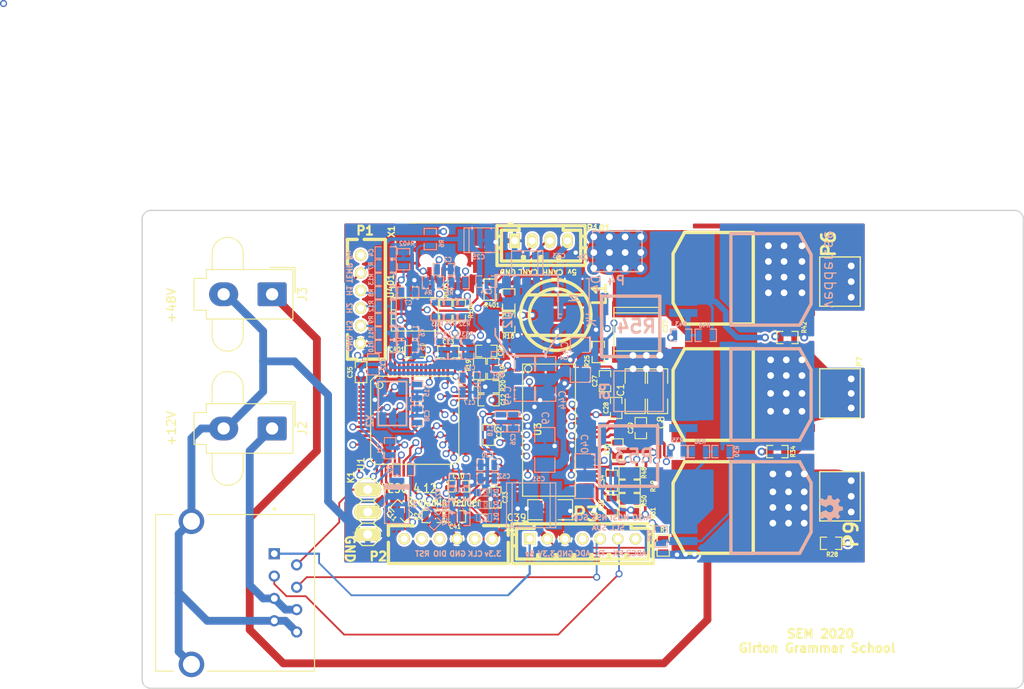
<source format=kicad_pcb>
(kicad_pcb (version 20171130) (host pcbnew "(5.1.0)-1")
  (title_block (title "BLDC Driver 4.6") (date "30 Aug 2014") (rev A) (company "Benjamin Vedder"))
  (layers (0 F.Cu signal) (1 GND signal) (2 GND2 signal) (31 B.Cu signal) (34 B.Paste user) (35 F.Paste user) (36 B.SilkS user) (37 F.SilkS user) (38 B.Mask user) (39 F.Mask user) (44 Edge.Cuts user))
  (net 0 "")
  (net 1 +5V)
  (net 2 GND)
  (net 3 NRST)
  (net 4 "Net-(C15-Pad1)")
  (net 5 "Net-(C16-Pad1)")
  (net 6 "Net-(C17-Pad1)")
  (net 7 "Net-(C18-Pad1)")
  (net 8 "Net-(C19-Pad2)")
  (net 9 "Net-(C20-Pad2)")
  (net 10 "Net-(C21-Pad2)")
  (net 11 "Net-(C22-Pad1)")
  (net 12 "Net-(C22-Pad2)")
  (net 13 "Net-(C23-Pad2)")
  (net 14 "Net-(C27-Pad1)")
  (net 15 "Net-(C27-Pad2)")
  (net 16 "Net-(C28-Pad2)")
  (net 17 "Net-(C29-Pad2)")
  (net 18 "Net-(C30-Pad2)")
  (net 19 "Net-(C34-Pad1)")
  (net 20 "Net-(C34-Pad2)")
  (net 21 "Net-(C36-Pad1)")
  (net 22 "Net-(C36-Pad2)")
  (net 23 "Net-(C38-Pad1)")
  (net 24 "Net-(D1-Pad1)")
  (net 25 "Net-(D2-Pad1)")
  (net 26 "Net-(Q1-PadG)")
  (net 27 "Net-(Q2-PadG)")
  (net 28 "Net-(Q3-PadG)")
  (net 29 "Net-(Q4-PadG)")
  (net 30 "Net-(Q5-PadG)")
  (net 31 "Net-(Q6-PadG)")
  (net 32 "Net-(R17-Pad2)")
  (net 33 "Net-(R20-Pad1)")
  (net 34 "Net-(R21-Pad2)")
  (net 35 "Net-(R25-Pad2)")
  (net 36 "Net-(R6-Pad1)")
  (net 37 SWCLK)
  (net 38 SWDIO)
  (net 39 VCC)
  (net 40 V_SUPPLY)
  (net 41 /MCU/AN_IN)
  (net 42 /MCU/SERVO)
  (net 43 "/Mosfet driver/H1_VS")
  (net 44 "/Mosfet driver/H2_VS")
  (net 45 "/Mosfet driver/H3_VS")
  (net 46 "/Mosfet driver/H1_LOW")
  (net 47 "/Mosfet driver/H3_LOW")
  (net 48 /MCU/SENS1)
  (net 49 /MCU/SENS2)
  (net 50 "/Mosfet driver/M_H1")
  (net 51 "/Mosfet driver/M_L1")
  (net 52 /MCU/SENS3)
  (net 53 "/Mosfet driver/M_H2")
  (net 54 "/Mosfet driver/M_L2")
  (net 55 "/Mosfet driver/M_H3")
  (net 56 "/Mosfet driver/M_L3")
  (net 57 "/Mosfet driver/SH1_A")
  (net 58 "/Mosfet driver/SH1_B")
  (net 59 "/Mosfet driver/SH2_A")
  (net 60 "/Mosfet driver/SH2_B")
  (net 61 /MCU/BR_SO2)
  (net 62 /MCU/BR_SO1)
  (net 63 /MCU/DC_CAL)
  (net 64 /MCU/L3)
  (net 65 /MCU/L2)
  (net 66 /MCU/L1)
  (net 67 /MCU/EN_GATE)
  (net 68 /MCU/FAULT)
  (net 69 /MCU/H3)
  (net 70 /MCU/H2)
  (net 71 /MCU/H1)
  (net 72 /MCU/USB_DM)
  (net 73 /MCU/USB_DP)
  (net 74 /Filters/TEMP_IN)
  (net 75 /Filters/HALL3_OUT)
  (net 76 /Filters/HALL2_OUT)
  (net 77 /Filters/HALL1_OUT)
  (net 78 "Net-(D3-Pad1)")
  (net 79 /Filters/HALL1_IN)
  (net 80 /Filters/HALL2_IN)
  (net 81 /Filters/HALL3_IN)
  (net 82 "/CAN bus transceiver/CANL")
  (net 83 "/CAN bus transceiver/CANH")
  (net 84 /MCU/LED_GREEN)
  (net 85 /MCU/LED_RED)
  (net 86 "Net-(R103-Pad2)")
  (net 87 "Net-(R104-Pad2)")
  (net 88 "Net-(R402-Pad1)")
  (net 89 "/CAN bus transceiver/CAN_RX")
  (net 90 "/CAN bus transceiver/CAN_TX")
  (net 91 /MCU/ADC_TEMP)
  (net 92 "Net-(P2-Pad6)")
  (net 93 "Net-(U1-Pad4)")
  (net 94 "Net-(U1-Pad2)")
  (net 95 "Net-(U1-Pad3)")
  (net 96 "Net-(U1-Pad39)")
  (net 97 "Net-(U1-Pad40)")
  (net 98 "Net-(U1-Pad50)")
  (net 99 "Net-(U1-Pad54)")
  (net 100 "Net-(U1-Pad55)")
  (net 101 "Net-(U1-Pad56)")
  (net 102 "Net-(U1-Pad9)")
  (net 103 "Net-(U1-Pad11)")
  (net 104 "Net-(U1-Pad28)")
  (net 105 "Net-(U3-Pad4)")
  (net 106 "Net-(U3-Pad5)")
  (net 107 "Net-(U3-Pad55)")
  (net 108 "Net-(U3-Pad56)")
  (net 109 "Net-(U401-Pad5)")
  (net 110 "Net-(X1-Pad4)")
  (net 111 +12V)
  (net 112 TX)
  (net 113 RX)
  (net 114 PPM)
  (net 115 /SCK_ADC_EXT)
  (net 116 /MISO_RX_SCL)
  (module MountingHole:MountingHole_4mm (layer F.Cu) (at 111.76 88.9)
    (fp_text reference " " (at 0 -5) (layer F.SilkS))
    (fp_text value MountingHole_4mm)
    (pad 1 np_thru_hole circle (at 0 0) (size 4 4) (drill 4) (layers *.Cu *.Mask))
  )
  (module MountingHole:MountingHole_4mm (layer F.Cu) (at 111.76 44.45)
    (fp_text reference " " (at 0 -5) (layer F.SilkS))
    (fp_text value MountingHole_4mm)
    (pad 1 np_thru_hole circle (at 0 0) (size 4 4) (drill 4) (layers *.Cu *.Mask))
  )
  (module MountingHole:MountingHole_4mm (layer F.Cu) (at 21.59 44.45)
    (fp_text reference " " (at 0 -5) (layer F.SilkS))
    (fp_text value MountingHole_4mm)
    (pad 1 np_thru_hole circle (at 0 0) (size 4 4) (drill 4) (layers *.Cu *.Mask))
  )
  (module TE_RJ45-8N-B (layer F.Cu) (at 25.644999 83.435001 270)
    (fp_text reference J1 (at -5.96763 -12.00729 270) (layer F.SilkS) (effects (font (size 1.000614 1.000614) (thickness 0.015))))
    (fp_text value RJ45-8N-B)
    (pad "" np_thru_hole circle (at -5.715 0 270) (size 3.25 3.25) (drill 3.25) (layers *.Cu *.Mask))
    (pad None np_thru_hole circle (at 5.715 0 270) (size 3.25 3.25) (drill 3.25) (layers *.Cu *.Mask))
    (pad 9 thru_hole circle (at -8.125 3.05 270) (size 2.895 2.895) (drill 1.93) (layers *.Cu *.Mask) (net 2 GND))
    (pad 10 thru_hole circle (at 8.125 3.05 270) (size 2.895 2.895) (drill 1.93) (layers *.Cu *.Mask) (net 2 GND))
    (pad 8 thru_hole circle (at 4.445 -8.89 270) (size 1.268 1.268) (drill 0.76) (layers *.Cu *.Mask) (net 2 GND))
    (pad 7 thru_hole circle (at 3.175 -6.35 270) (size 1.268 1.268) (drill 0.76) (layers *.Cu *.Mask) (net 2 GND))
    (pad 6 thru_hole circle (at 1.905 -8.89 270) (size 1.268 1.268) (drill 0.76) (layers *.Cu *.Mask) (net 111 +12V))
    (pad 5 thru_hole circle (at 0.635 -6.35 270) (size 1.268 1.268) (drill 0.76) (layers *.Cu *.Mask) (net 111 +12V))
    (pad 4 thru_hole circle (at -0.635 -8.89 270) (size 1.268 1.268) (drill 0.76) (layers *.Cu *.Mask) (net 112 TX))
    (pad 3 thru_hole circle (at -1.905 -6.35 270) (size 1.268 1.268) (drill 0.76) (layers *.Cu *.Mask) (net 113 RX))
    (pad 2 thru_hole circle (at -3.175 -8.89 270) (size 1.268 1.268) (drill 0.76) (layers *.Cu *.Mask) (net 114 PPM))
    (pad 1 thru_hole rect (at -4.445 -6.35 270) (size 1.268 1.268) (drill 0.76) (layers *.Cu *.Mask) (net 1 +5V))
  )
  (module Diodes_SMD:SMA_Handsoldering (layer B.Cu) (at 65.97 49.995 90)
    (fp_text reference D4 (at 1.651 2.54 270) (layer B.SilkS) (effects (justify mirror)))
    (fp_text value DIODESCH)
    (fp_text user A (at 4.699 1.016 270) (layer B.SilkS) (effects (justify mirror)))
    (fp_text user K (at -2.794 2.032 270) (layer B.SilkS) (effects (justify mirror)))
    (pad 1 smd rect (at 2.49936 0 90) (size 3.50012 1.80086) (layers B.Cu B.Paste B.Mask) (net 2 GND))
    (pad 2 smd rect (at -2.49936 0 90) (size 3.50012 1.80086) (layers B.Cu B.Paste B.Mask) (net 14 "Net-(C27-Pad1)"))
  )
  (module CRF1:MICRO_JST_6 (layer F.Cu) (at 41.8 50.1 270)
    (fp_text reference P1 (at -7.8 -0.5) (layer F.SilkS) (effects (font (thickness 0.25))))
    (fp_text value HALL/Encoder hide)
    (pad 1 thru_hole circle (at -5.00126 0 270) (size 1.30048 1.30048) (drill 0.8) (layers *.Cu *.Mask F.SilkS) (net 1 +5V))
    (pad 2 thru_hole circle (at -2.99974 0 270) (size 1.30048 1.30048) (drill 0.8) (layers *.Cu *.Mask F.SilkS) (net 74 /Filters/TEMP_IN))
    (pad 6 thru_hole circle (at 5.00126 0 270) (size 1.30048 1.30048) (drill 0.8) (layers *.Cu *.Mask F.SilkS) (net 2 GND))
    (pad 5 thru_hole circle (at 2.99974 0 270) (size 1.30048 1.30048) (drill 0.8) (layers *.Cu *.Mask F.SilkS) (net 81 /Filters/HALL3_IN))
    (pad 4 thru_hole circle (at 1.00076 0 270) (size 1.30048 1.30048) (drill 0.8) (layers *.Cu *.Mask F.SilkS) (net 80 /Filters/HALL2_IN))
    (pad 3 thru_hole circle (at -1.00076 0 270) (size 1.30048 1.30048) (drill 0.8) (layers *.Cu *.Mask F.SilkS) (net 79 /Filters/HALL1_IN))
  )
  (module "JST conn:b4b-ph-kl" (layer F.Cu) (at 62.274 43.45)
    (fp_text reference P101 (at 6.526 -1.45) (layer F.SilkS) (effects (font (size 0.7 0.7) (thickness 0.175))))
    (fp_text value CANBUS hide)
    (pad 4 thru_hole oval (at 2.99974 0) (size 1.19888 1.69926) (drill 0.8) (layers *.Cu *.Mask F.SilkS) (net 1 +5V))
    (pad 2 thru_hole oval (at -1.00076 0) (size 1.19888 1.69926) (drill 0.8) (layers *.Cu *.Mask F.SilkS) (net 82 "/CAN bus transceiver/CANL"))
    (pad 3 thru_hole oval (at 1.00076 0) (size 1.19888 1.69926) (drill 0.8) (layers *.Cu *.Mask F.SilkS) (net 83 "/CAN bus transceiver/CANH"))
    (pad 1 thru_hole rect (at -3.00228 0) (size 1.19888 1.69926) (drill 0.8) (layers *.Cu *.Mask F.SilkS) (net 2 GND))
  )
  (module CRF1:MICRO_JST_6 (layer F.Cu) (at 51.746 77.3 180)
    (fp_text reference P2 (at 7.946 -2) (layer F.SilkS) (effects (font (thickness 0.25))))
    (fp_text value SWD hide)
    (pad 3 thru_hole circle (at -1.00076 0 180) (size 1.30048 1.30048) (drill 0.8) (layers *.Cu *.Mask F.SilkS) (net 2 GND))
    (pad 4 thru_hole circle (at 1.00076 0 180) (size 1.30048 1.30048) (drill 0.8) (layers *.Cu *.Mask F.SilkS) (net 38 SWDIO))
    (pad 5 thru_hole circle (at 2.99974 0 180) (size 1.30048 1.30048) (drill 0.8) (layers *.Cu *.Mask F.SilkS) (net 3 NRST))
    (pad 6 thru_hole circle (at 5.00126 0 180) (size 1.30048 1.30048) (drill 0.8) (layers *.Cu *.Mask F.SilkS) (net 92 "Net-(P2-Pad6)"))
    (pad 2 thru_hole circle (at -2.99974 0 180) (size 1.30048 1.30048) (drill 0.8) (layers *.Cu *.Mask F.SilkS) (net 37 SWCLK))
    (pad 1 thru_hole circle (at -5.00126 0 180) (size 1.30048 1.30048) (drill 0.8) (layers *.Cu *.Mask F.SilkS) (net 39 VCC))
  )
  (module CRF1:WSLP2726 (layer B.Cu) (at 70.288 67.902 270)
    (fp_text reference R53 (at 0 -2.54 180) (layer B.SilkS) (effects (font (size 1.524 1.524) (thickness 0.3048)) (justify mirror)))
    (fp_text value SHUNT hide)
    (pad 4 smd rect (at 2.54 1.0795 270) (size 2.54 0.889) (layers B.Cu B.Paste B.Mask) (net 59 "/Mosfet driver/SH2_A"))
    (pad 3 smd rect (at -2.54 1.0795 270) (size 2.54 0.889) (layers B.Cu B.Paste B.Mask) (net 60 "/Mosfet driver/SH2_B"))
    (pad 2 smd rect (at 2.54 -3.048 270) (size 2.54 5.588) (layers B.Cu B.Paste B.Mask) (net 46 "/Mosfet driver/H1_LOW"))
    (pad 1 smd rect (at -2.54 -3.048 270) (size 2.54 5.588) (layers B.Cu B.Paste B.Mask) (net 2 GND))
  )
  (module CRF1:WSLP2726 (layer B.Cu) (at 70.542 53.17 270)
    (fp_text reference R54 (at 0 -2.54 180) (layer B.SilkS) (effects (font (size 1.524 1.524) (thickness 0.3048)) (justify mirror)))
    (fp_text value SHUNT hide)
    (pad 4 smd rect (at 2.54 1.0795 270) (size 2.54 0.889) (layers B.Cu B.Paste B.Mask) (net 58 "/Mosfet driver/SH1_B"))
    (pad 3 smd rect (at -2.54 1.0795 270) (size 2.54 0.889) (layers B.Cu B.Paste B.Mask) (net 57 "/Mosfet driver/SH1_A"))
    (pad 2 smd rect (at 2.54 -3.048 270) (size 2.54 5.588) (layers B.Cu B.Paste B.Mask) (net 2 GND))
    (pad 1 smd rect (at -2.54 -3.048 270) (size 2.54 5.588) (layers B.Cu B.Paste B.Mask) (net 47 "/Mosfet driver/H3_LOW"))
  )
  (module w_smd_diode:do214ac (layer B.Cu) (at 45.904 73.363 90)
    (fp_text reference D5 (at 0 1.9685 270) (layer B.SilkS) (effects (font (size 0.50038 0.50038) (thickness 0.11938)) (justify mirror)))
    (fp_text value "TVS 5V" hide)
    (pad 1 smd rect (at -1.72974 0 90) (size 2.54 1.69926) (layers B.Cu B.Paste B.Mask) (net 2 GND))
    (pad 2 smd rect (at 1.72974 0 90) (size 2.54 1.69926) (layers B.Cu B.Paste B.Mask) (net 1 +5V))
  )
  (module CRF1:D2PAK-7-GDS (layer F.Cu) (at 87.052 47.709 90)
    (fp_text reference Q5 hide)
    (fp_text value IRFS7530 hide)
    (pad S smd rect (at 3.81 4.70154 90) (size 0.89916 3.2004) (layers F.Cu F.Paste F.Mask) (net 45 "/Mosfet driver/H3_VS"))
    (pad S smd rect (at 2.54 4.70154 90) (size 0.89916 3.2004) (layers F.Cu F.Paste F.Mask) (net 45 "/Mosfet driver/H3_VS"))
    (pad S smd rect (at 1.27 4.70154 90) (size 0.89916 3.2004) (layers F.Cu F.Paste F.Mask) (net 45 "/Mosfet driver/H3_VS"))
    (pad S smd rect (at -1.27 4.70154 90) (size 0.89916 3.2004) (layers F.Cu F.Paste F.Mask) (net 45 "/Mosfet driver/H3_VS"))
    (pad S smd rect (at -2.54 4.70154 90) (size 0.89916 3.2004) (layers F.Cu F.Paste F.Mask) (net 45 "/Mosfet driver/H3_VS"))
    (pad G smd rect (at -3.81 4.70154 90) (size 0.89916 3.2004) (layers F.Cu F.Paste F.Mask) (net 30 "Net-(Q5-PadG)"))
    (pad D smd rect (at 0 -5.90042 90) (size 10.80008 8.15086) (layers F.Cu F.Paste F.Mask) (net 40 V_SUPPLY))
  )
  (module CRF1:Crystal_5x3mm (layer B.Cu) (at 45.396 61.933 270)
    (fp_text reference X2 (at 1.967 2.546 90) (layer B.SilkS) (effects (font (size 0.762 0.762) (thickness 0.1905)) (justify mirror)))
    (fp_text value "8MHz 10ppm" hide)
    (pad 2 smd rect (at 1.89992 1.24968 270) (size 1.80086 1.19888) (layers B.Cu B.Paste B.Mask) (net 23 "Net-(C38-Pad1)"))
    (pad 3 smd rect (at 1.89992 -1.24968 270) (size 1.80086 1.19888) (layers B.Cu B.Paste B.Mask) (net 2 GND))
    (pad 1 smd rect (at -1.89992 -1.24968 270) (size 1.80086 1.19888) (layers B.Cu B.Paste B.Mask) (net 4 "Net-(C15-Pad1)"))
    (pad 3 smd rect (at -1.89992 1.24968 270) (size 1.80086 1.19888) (layers B.Cu B.Paste B.Mask) (net 2 GND))
  )
  (module CRF1:pinhead-1X03 (layer F.Cu) (at 42.602 74.252 270)
    (fp_text reference K1 (at -3.937 1.905 90) (layer F.SilkS) (effects (font (size 0.7 0.7) (thickness 0.175))))
    (fp_text value SERVO hide)
    (pad 3 thru_hole oval (at 2.54 0 270) (size 1.524 3.048) (drill 1.016) (layers *.Cu *.Mask F.SilkS) (net 2 GND))
    (pad 2 thru_hole oval (at 0 0 270) (size 1.524 3.048) (drill 1.016) (layers *.Cu *.Mask F.SilkS) (net 1 +5V))
    (pad 1 thru_hole oval (at -2.54 0 270) (size 1.524 3.048) (drill 1.016) (layers *.Cu *.Mask F.SilkS) (net 114 PPM))
  )
  (module oshw_silkscreen-back_3mm (layer B.Cu) (at 95.18 73.871 270)
    (fp_text reference G*** hide)
    (fp_text value oshw_silkscreen-back_3mm hide)
  )
  (module w_smd_cap:c_tant_B (layer B.Cu) (at 55.302 43.391 180)
    (fp_text reference C25 (at 0.127 -1.905 180) (layer B.SilkS) (effects (font (size 0.50038 0.50038) (thickness 0.11938)) (justify mirror)))
    (fp_text value 100u hide)
    (pad 2 smd rect (at -1.524 0 180) (size 1.95072 2.49936) (layers B.Cu B.Paste B.Mask) (net 2 GND))
    (pad 1 smd rect (at 1.524 0 180) (size 1.95072 2.49936) (layers B.Cu B.Paste B.Mask) (net 39 VCC))
  )
  (module w_smd_cap:c_tant_B (layer B.Cu) (at 60.7 46)
    (fp_text reference C33 (at 3.619 -0.831) (layer B.SilkS) (effects (font (size 0.50038 0.50038) (thickness 0.11938)) (justify mirror)))
    (fp_text value 100u hide)
    (pad 2 smd rect (at -1.524 0) (size 1.95072 2.49936) (layers B.Cu B.Paste B.Mask) (net 2 GND))
    (pad 1 smd rect (at 1.524 0) (size 1.95072 2.49936) (layers B.Cu B.Paste B.Mask) (net 1 +5V))
  )
  (module w_smd_cap:c_2220 (layer F.Cu) (at 73.082 53.805 270)
    (fp_text reference C37 (at -0.635 -3.302 90) (layer F.SilkS) (effects (font (size 0.50038 0.50038) (thickness 0.11938))))
    (fp_text value 15u,100V hide)
    (pad 2 smd rect (at -2.57556 0 270) (size 1.84912 5.4991) (layers F.Cu F.Paste F.Mask) (net 40 V_SUPPLY))
    (pad 1 smd rect (at 2.57556 0 270) (size 1.84912 5.4991) (layers F.Cu F.Paste F.Mask) (net 2 GND))
  )
  (module w_smd_cap:c_2220 (layer B.Cu) (at 61.144 73.49 180)
    (fp_text reference C51 (at -0.856 2.99 180) (layer B.SilkS) (effects (font (size 0.50038 0.50038) (thickness 0.11938)) (justify mirror)))
    (fp_text value "15u, 100v" hide)
    (pad 2 smd rect (at -2.57556 0 180) (size 1.84912 5.4991) (layers B.Cu B.Paste B.Mask) (net 40 V_SUPPLY))
    (pad 1 smd rect (at 2.57556 0 180) (size 1.84912 5.4991) (layers B.Cu B.Paste B.Mask) (net 2 GND))
  )
  (module LEDs:LED-0603 (layer B.Cu) (at 55.81 74.887)
    (fp_text reference D1 (at 1.39 -0.087 270) (layer B.SilkS) (effects (font (size 0.508 0.508) (thickness 0.127)) (justify mirror)))
    (fp_text value GREEN hide)
    (pad 2 smd rect (at 0.7493 0) (size 0.79756 0.79756) (layers B.Cu B.Paste B.Mask) (net 2 GND))
    (pad 1 smd rect (at -0.7493 0) (size 0.79756 0.79756) (layers B.Cu B.Paste B.Mask) (net 24 "Net-(D1-Pad1)"))
  )
  (module LEDs:LED-0603 (layer B.Cu) (at 55.8 73.45)
    (fp_text reference D2 (at 1.39 0.037 270) (layer B.SilkS) (effects (font (size 0.508 0.508) (thickness 0.127)) (justify mirror)))
    (fp_text value RED hide)
    (pad 2 smd rect (at 0.7493 0) (size 0.79756 0.79756) (layers B.Cu B.Paste B.Mask) (net 2 GND))
    (pad 1 smd rect (at -0.7493 0) (size 0.79756 0.79756) (layers B.Cu B.Paste B.Mask) (net 25 "Net-(D2-Pad1)"))
  )
  (module LEDs:LED-0603 (layer B.Cu) (at 55.8 72.05)
    (fp_text reference D3 (at 1.4 0.05 270) (layer B.SilkS) (effects (font (size 0.508 0.508) (thickness 0.127)) (justify mirror)))
    (fp_text value LED hide)
    (pad 2 smd rect (at 0.7493 0) (size 0.79756 0.79756) (layers B.Cu B.Paste B.Mask) (net 2 GND))
    (pad 1 smd rect (at -0.7493 0) (size 0.79756 0.79756) (layers B.Cu B.Paste B.Mask) (net 78 "Net-(D3-Pad1)"))
  )
  (module w_smd_inductors:inductor_smd_8x5mm (layer F.Cu) (at 63.938 51.9 90)
    (fp_text reference L1 (at 2.4 4.962 270) (layer F.SilkS) (effects (font (size 1.524 1.524) (thickness 0.3048))))
    (fp_text value 22u hide)
    (pad 2 smd rect (at 2.49936 0 90) (size 2.9972 7.49808) (layers F.Cu F.Paste F.Mask) (net 1 +5V))
    (pad 1 smd rect (at -2.49936 0 90) (size 2.9972 7.49808) (layers F.Cu F.Paste F.Mask) (net 14 "Net-(C27-Pad1)"))
  )
  (module CRF1:1PAD_4x5mm (layer B.Cu) (at 70.923 44.661 270)
    (fp_text reference P4 (at 3.302 0.127) (layer B.SilkS) (effects (font (size 1.016 1.016) (thickness 0.2032)) (justify mirror)))
    (fp_text value IN+ hide)
    (pad 1 smd rect (at 0 0 270) (size 4 5) (layers B.Cu B.Paste B.Mask) (net 40 V_SUPPLY))
  )
  (module CRF1:1PAD_4x5mm (layer B.Cu) (at 73.336 60.536 270)
    (fp_text reference P5 (at 0 3.81 270) (layer B.SilkS) (effects (font (thickness 0.25)) (justify mirror)))
    (fp_text value IN- hide)
    (pad 1 smd rect (at 0 0 270) (size 4 5) (layers B.Cu B.Paste B.Mask) (net 2 GND))
  )
  (module CRF1:1PAD_4x5mm (layer F.Cu) (at 96.196 48.09)
    (fp_text reference P6 (at -1.296 -4.29 90) (layer F.SilkS) (effects (font (size 1.524 1.524) (thickness 0.3048))))
    (fp_text value MOTOR1 hide)
    (pad 1 smd rect (at 0 0) (size 4 5) (layers F.Cu F.Paste F.Mask) (net 45 "/Mosfet driver/H3_VS"))
  )
  (module CRF1:1PAD_4x5mm (layer F.Cu) (at 96.196 60.79)
    (fp_text reference P7 (at 2.204 -3.59 270) (layer F.SilkS) (effects (font (size 0.6 0.6))))
    (fp_text value MOTOR2 hide)
    (pad 1 smd rect (at 0 0) (size 4 5) (layers F.Cu F.Paste F.Mask) (net 44 "/Mosfet driver/H2_VS"))
  )
  (module CRF1:1PAD_4x5mm (layer F.Cu) (at 96.196 72.474)
    (fp_text reference P9 (at 1.27 4.318 90) (layer F.SilkS) (effects (font (size 1.524 1.524) (thickness 0.3048))))
    (fp_text value MOTOR3 hide)
    (pad 1 smd rect (at 0 0) (size 4 5) (layers F.Cu F.Paste F.Mask) (net 43 "/Mosfet driver/H1_VS"))
  )
  (module CRF1:D2PAK-7-GDS (layer F.Cu) (at 87.052 73.744 90)
    (fp_text reference Q1 hide)
    (fp_text value IRFS7530 hide)
    (pad S smd rect (at 3.81 4.70154 90) (size 0.89916 3.2004) (layers F.Cu F.Paste F.Mask) (net 43 "/Mosfet driver/H1_VS"))
    (pad S smd rect (at 2.54 4.70154 90) (size 0.89916 3.2004) (layers F.Cu F.Paste F.Mask) (net 43 "/Mosfet driver/H1_VS"))
    (pad S smd rect (at 1.27 4.70154 90) (size 0.89916 3.2004) (layers F.Cu F.Paste F.Mask) (net 43 "/Mosfet driver/H1_VS"))
    (pad S smd rect (at -1.27 4.70154 90) (size 0.89916 3.2004) (layers F.Cu F.Paste F.Mask) (net 43 "/Mosfet driver/H1_VS"))
    (pad S smd rect (at -2.54 4.70154 90) (size 0.89916 3.2004) (layers F.Cu F.Paste F.Mask) (net 43 "/Mosfet driver/H1_VS"))
    (pad G smd rect (at -3.81 4.70154 90) (size 0.89916 3.2004) (layers F.Cu F.Paste F.Mask) (net 26 "Net-(Q1-PadG)"))
    (pad D smd rect (at 0 -5.90042 90) (size 10.80008 8.15086) (layers F.Cu F.Paste F.Mask) (net 40 V_SUPPLY))
  )
  (module CRF1:D2PAK-7-GDS (layer B.Cu) (at 83.115 73.744 90)
    (fp_text reference Q2 hide)
    (fp_text value IRFS7530 hide)
    (pad S smd rect (at 3.81 -4.70154 90) (size 0.89916 3.2004) (layers B.Cu B.Paste B.Mask) (net 46 "/Mosfet driver/H1_LOW"))
    (pad S smd rect (at 2.54 -4.70154 90) (size 0.89916 3.2004) (layers B.Cu B.Paste B.Mask) (net 46 "/Mosfet driver/H1_LOW"))
    (pad S smd rect (at 1.27 -4.70154 90) (size 0.89916 3.2004) (layers B.Cu B.Paste B.Mask) (net 46 "/Mosfet driver/H1_LOW"))
    (pad S smd rect (at -1.27 -4.70154 90) (size 0.89916 3.2004) (layers B.Cu B.Paste B.Mask) (net 46 "/Mosfet driver/H1_LOW"))
    (pad S smd rect (at -2.54 -4.70154 90) (size 0.89916 3.2004) (layers B.Cu B.Paste B.Mask) (net 46 "/Mosfet driver/H1_LOW"))
    (pad G smd rect (at -3.81 -4.70154 90) (size 0.89916 3.2004) (layers B.Cu B.Paste B.Mask) (net 27 "Net-(Q2-PadG)"))
    (pad D smd rect (at 0 5.90042 90) (size 10.80008 8.15086) (layers B.Cu B.Paste B.Mask) (net 43 "/Mosfet driver/H1_VS"))
  )
  (module CRF1:D2PAK-7-GDS (layer F.Cu) (at 87.052 60.917 90)
    (fp_text reference Q3 hide)
    (fp_text value IRFS7530 hide)
    (pad S smd rect (at 3.81 4.70154 90) (size 0.89916 3.2004) (layers F.Cu F.Paste F.Mask) (net 44 "/Mosfet driver/H2_VS"))
    (pad S smd rect (at 2.54 4.70154 90) (size 0.89916 3.2004) (layers F.Cu F.Paste F.Mask) (net 44 "/Mosfet driver/H2_VS"))
    (pad S smd rect (at 1.27 4.70154 90) (size 0.89916 3.2004) (layers F.Cu F.Paste F.Mask) (net 44 "/Mosfet driver/H2_VS"))
    (pad S smd rect (at -1.27 4.70154 90) (size 0.89916 3.2004) (layers F.Cu F.Paste F.Mask) (net 44 "/Mosfet driver/H2_VS"))
    (pad S smd rect (at -2.54 4.70154 90) (size 0.89916 3.2004) (layers F.Cu F.Paste F.Mask) (net 44 "/Mosfet driver/H2_VS"))
    (pad G smd rect (at -3.81 4.70154 90) (size 0.89916 3.2004) (layers F.Cu F.Paste F.Mask) (net 28 "Net-(Q3-PadG)"))
    (pad D smd rect (at 0 -5.90042 90) (size 10.80008 8.15086) (layers F.Cu F.Paste F.Mask) (net 40 V_SUPPLY))
  )
  (module CRF1:D2PAK-7-GDS (layer B.Cu) (at 83.115 60.917 90)
    (fp_text reference Q4 hide)
    (fp_text value IRFS7530 hide)
    (pad S smd rect (at 3.81 -4.70154 90) (size 0.89916 3.2004) (layers B.Cu B.Paste B.Mask) (net 2 GND))
    (pad S smd rect (at 2.54 -4.70154 90) (size 0.89916 3.2004) (layers B.Cu B.Paste B.Mask) (net 2 GND))
    (pad S smd rect (at 1.27 -4.70154 90) (size 0.89916 3.2004) (layers B.Cu B.Paste B.Mask) (net 2 GND))
    (pad S smd rect (at -1.27 -4.70154 90) (size 0.89916 3.2004) (layers B.Cu B.Paste B.Mask) (net 2 GND))
    (pad S smd rect (at -2.54 -4.70154 90) (size 0.89916 3.2004) (layers B.Cu B.Paste B.Mask) (net 2 GND))
    (pad G smd rect (at -3.81 -4.70154 90) (size 0.89916 3.2004) (layers B.Cu B.Paste B.Mask) (net 29 "Net-(Q4-PadG)"))
    (pad D smd rect (at 0 5.90042 90) (size 10.80008 8.15086) (layers B.Cu B.Paste B.Mask) (net 44 "/Mosfet driver/H2_VS"))
  )
  (module CRF1:D2PAK-7-GDS (layer B.Cu) (at 83.115 47.836 90)
    (fp_text reference Q6 hide)
    (fp_text value IRFS7530 hide)
    (pad S smd rect (at 3.81 -4.70154 90) (size 0.89916 3.2004) (layers B.Cu B.Paste B.Mask) (net 47 "/Mosfet driver/H3_LOW"))
    (pad S smd rect (at 2.54 -4.70154 90) (size 0.89916 3.2004) (layers B.Cu B.Paste B.Mask) (net 47 "/Mosfet driver/H3_LOW"))
    (pad S smd rect (at 1.27 -4.70154 90) (size 0.89916 3.2004) (layers B.Cu B.Paste B.Mask) (net 47 "/Mosfet driver/H3_LOW"))
    (pad S smd rect (at -1.27 -4.70154 90) (size 0.89916 3.2004) (layers B.Cu B.Paste B.Mask) (net 47 "/Mosfet driver/H3_LOW"))
    (pad S smd rect (at -2.54 -4.70154 90) (size 0.89916 3.2004) (layers B.Cu B.Paste B.Mask) (net 47 "/Mosfet driver/H3_LOW"))
    (pad G smd rect (at -3.81 -4.70154 90) (size 0.89916 3.2004) (layers B.Cu B.Paste B.Mask) (net 31 "Net-(Q6-PadG)"))
    (pad D smd rect (at 0 5.90042 90) (size 10.80008 8.15086) (layers B.Cu B.Paste B.Mask) (net 45 "/Mosfet driver/H3_VS"))
  )
  (module CRF1:lqfp64_pad_mod (layer F.Cu) (at 47.936 63.838 270)
    (fp_text reference U1 (at 4.953 6.096 90) (layer F.SilkS) (effects (font (size 0.7493 0.7493) (thickness 0.14986))))
    (fp_text value STM32F40X_LQFP64 hide)
    (pad 64 smd rect (at -5.75056 3.74904 270) (size 1.30048 0.3) (layers F.Cu F.Paste F.Mask) (net 39 VCC))
    (pad 63 smd rect (at -5.75056 3.2512 270) (size 1.30048 0.3) (layers F.Cu F.Paste F.Mask) (net 2 GND))
    (pad 62 smd rect (at -5.75056 2.75082 270) (size 1.30048 0.3) (layers F.Cu F.Paste F.Mask) (net 90 "/CAN bus transceiver/CAN_TX"))
    (pad 61 smd rect (at -5.75056 2.25044 270) (size 1.30048 0.3) (layers F.Cu F.Paste F.Mask) (net 89 "/CAN bus transceiver/CAN_RX"))
    (pad 60 smd rect (at -5.75056 1.75006 270) (size 1.30048 0.3) (layers F.Cu F.Paste F.Mask) (net 2 GND))
    (pad 48 smd rect (at -3.74904 -5.75056 270) (size 0.3 1.30048) (layers F.Cu F.Paste F.Mask) (net 39 VCC))
    (pad 47 smd rect (at -3.2512 -5.75056 270) (size 0.3 1.30048) (layers F.Cu F.Paste F.Mask) (net 6 "Net-(C17-Pad1)"))
    (pad 46 smd rect (at -2.75082 -5.75056 270) (size 0.3 1.30048) (layers F.Cu F.Paste F.Mask) (net 38 SWDIO))
    (pad 45 smd rect (at -2.25044 -5.75056 270) (size 0.3 1.30048) (layers F.Cu F.Paste F.Mask) (net 73 /MCU/USB_DP))
    (pad 44 smd rect (at -1.75006 -5.75056 270) (size 0.3 1.30048) (layers F.Cu F.Paste F.Mask) (net 72 /MCU/USB_DM))
    (pad 32 smd rect (at 5.75056 -3.74904 270) (size 1.30048 0.3) (layers F.Cu F.Paste F.Mask) (net 39 VCC))
    (pad 31 smd rect (at 5.75056 -3.2512 270) (size 1.30048 0.3) (layers F.Cu F.Paste F.Mask) (net 5 "Net-(C16-Pad1)"))
    (pad 30 smd rect (at 5.75056 -2.75082 270) (size 1.30048 0.3) (layers F.Cu F.Paste F.Mask) (net 112 TX))
    (pad 29 smd rect (at 5.75056 -2.25044 270) (size 1.30048 0.3) (layers F.Cu F.Paste F.Mask) (net 113 RX))
    (pad 28 smd rect (at 5.75056 -1.75006 270) (size 1.30048 0.3) (layers F.Cu F.Paste F.Mask) (net 104 "Net-(U1-Pad28)"))
    (pad 16 smd rect (at 3.74904 5.75056 270) (size 0.3 1.30048) (layers F.Cu F.Paste F.Mask) (net 48 /MCU/SENS1))
    (pad 15 smd rect (at 3.2512 5.75056 270) (size 0.3 1.30048) (layers F.Cu F.Paste F.Mask) (net 49 /MCU/SENS2))
    (pad 14 smd rect (at 2.75082 5.75056 270) (size 0.3 1.30048) (layers F.Cu F.Paste F.Mask) (net 52 /MCU/SENS3))
    (pad 13 smd rect (at 2.25044 5.75056 270) (size 0.3 1.30048) (layers F.Cu F.Paste F.Mask) (net 39 VCC))
    (pad 12 smd rect (at 1.75006 5.75056 270) (size 0.3 1.30048) (layers F.Cu F.Paste F.Mask) (net 2 GND))
    (pad 59 smd rect (at -5.75056 1.24968 270) (size 1.30048 0.3) (layers F.Cu F.Paste F.Mask) (net 76 /Filters/HALL2_OUT))
    (pad 58 smd rect (at -5.75056 0.7493 270) (size 1.30048 0.3) (layers F.Cu F.Paste F.Mask) (net 77 /Filters/HALL1_OUT))
    (pad 57 smd rect (at -5.75056 0.24892 270) (size 1.30048 0.3) (layers F.Cu F.Paste F.Mask) (net 42 /MCU/SERVO))
    (pad 43 smd rect (at -1.24968 -5.75056 270) (size 0.3 1.30048) (layers F.Cu F.Paste F.Mask) (net 71 /MCU/H1))
    (pad 42 smd rect (at -0.7493 -5.75056 270) (size 0.3 1.30048) (layers F.Cu F.Paste F.Mask) (net 70 /MCU/H2))
    (pad 41 smd rect (at -0.24892 -5.75056 270) (size 0.3 1.30048) (layers F.Cu F.Paste F.Mask) (net 69 /MCU/H3))
    (pad 27 smd rect (at 5.75056 -1.24968 270) (size 1.30048 0.3) (layers F.Cu F.Paste F.Mask) (net 62 /MCU/BR_SO1))
    (pad 26 smd rect (at 5.75056 -0.7493 270) (size 1.30048 0.3) (layers F.Cu F.Paste F.Mask) (net 61 /MCU/BR_SO2))
    (pad 25 smd rect (at 5.75056 -0.24892 270) (size 1.30048 0.3) (layers F.Cu F.Paste F.Mask) (net 85 /MCU/LED_RED))
    (pad 11 smd rect (at 1.24968 5.75056 270) (size 0.3 1.30048) (layers F.Cu F.Paste F.Mask) (net 103 "Net-(U1-Pad11)"))
    (pad 10 smd rect (at 0.7493 5.75056 270) (size 0.3 1.30048) (layers F.Cu F.Paste F.Mask) (net 41 /MCU/AN_IN))
    (pad 9 smd rect (at 0.24892 5.75056 270) (size 0.3 1.30048) (layers F.Cu F.Paste F.Mask) (net 102 "Net-(U1-Pad9)"))
    (pad 56 smd rect (at -5.75056 -0.24892 270) (size 1.30048 0.3) (layers F.Cu F.Paste F.Mask) (net 101 "Net-(U1-Pad56)"))
    (pad 55 smd rect (at -5.75056 -0.7493 270) (size 1.30048 0.3) (layers F.Cu F.Paste F.Mask) (net 100 "Net-(U1-Pad55)"))
    (pad 54 smd rect (at -5.75056 -1.24968 270) (size 1.30048 0.3) (layers F.Cu F.Paste F.Mask) (net 99 "Net-(U1-Pad54)"))
    (pad 53 smd rect (at -5.75056 -1.75006 270) (size 1.30048 0.3) (layers F.Cu F.Paste F.Mask) (net 68 /MCU/FAULT))
    (pad 52 smd rect (at -5.75056 -2.25044 270) (size 1.30048 0.3) (layers F.Cu F.Paste F.Mask) (net 75 /Filters/HALL3_OUT))
    (pad 51 smd rect (at -5.75056 -2.75082 270) (size 1.30048 0.3) (layers F.Cu F.Paste F.Mask) (net 67 /MCU/EN_GATE))
    (pad 50 smd rect (at -5.75056 -3.2512 270) (size 1.30048 0.3) (layers F.Cu F.Paste F.Mask) (net 98 "Net-(U1-Pad50)"))
    (pad 49 smd rect (at -5.75056 -3.74904 270) (size 1.30048 0.3) (layers F.Cu F.Paste F.Mask) (net 37 SWCLK))
    (pad 40 smd rect (at 0.24892 -5.75056 270) (size 0.3 1.30048) (layers F.Cu F.Paste F.Mask) (net 97 "Net-(U1-Pad40)"))
    (pad 39 smd rect (at 0.7493 -5.75056 270) (size 0.3 1.30048) (layers F.Cu F.Paste F.Mask) (net 96 "Net-(U1-Pad39)"))
    (pad 38 smd rect (at 1.24968 -5.75056 270) (size 0.3 1.30048) (layers F.Cu F.Paste F.Mask) (net 113 RX))
    (pad 37 smd rect (at 1.75006 -5.75056 270) (size 0.3 1.30048) (layers F.Cu F.Paste F.Mask) (net 112 TX))
    (pad 36 smd rect (at 2.25044 -5.75056 270) (size 0.3 1.30048) (layers F.Cu F.Paste F.Mask) (net 66 /MCU/L1))
    (pad 35 smd rect (at 2.75082 -5.75056 270) (size 0.3 1.30048) (layers F.Cu F.Paste F.Mask) (net 65 /MCU/L2))
    (pad 34 smd rect (at 3.2512 -5.75056 270) (size 0.3 1.30048) (layers F.Cu F.Paste F.Mask) (net 64 /MCU/L3))
    (pad 33 smd rect (at 3.74904 -5.75056 270) (size 0.3 1.30048) (layers F.Cu F.Paste F.Mask) (net 63 /MCU/DC_CAL))
    (pad 24 smd rect (at 5.75056 0.24892 270) (size 1.30048 0.3) (layers F.Cu F.Paste F.Mask) (net 84 /MCU/LED_GREEN))
    (pad 23 smd rect (at 5.75056 0.7493 270) (size 1.30048 0.3) (layers F.Cu F.Paste F.Mask) (net 113 RX))
    (pad 22 smd rect (at 5.75056 1.24968 270) (size 1.30048 0.3) (layers F.Cu F.Paste F.Mask) (net 116 /MISO_RX_SCL))
    (pad 21 smd rect (at 5.75056 1.75006 270) (size 1.30048 0.3) (layers F.Cu F.Paste F.Mask) (net 115 /SCK_ADC_EXT))
    (pad 20 smd rect (at 5.75056 2.25044 270) (size 1.30048 0.3) (layers F.Cu F.Paste F.Mask) (net 112 TX))
    (pad 19 smd rect (at 5.75056 2.75082 270) (size 1.30048 0.3) (layers F.Cu F.Paste F.Mask) (net 39 VCC))
    (pad 18 smd rect (at 5.75056 3.2512 270) (size 1.30048 0.3) (layers F.Cu F.Paste F.Mask) (net 2 GND))
    (pad 17 smd rect (at 5.75056 3.74904 270) (size 1.30048 0.3) (layers F.Cu F.Paste F.Mask) (net 91 /MCU/ADC_TEMP))
    (pad 3 smd rect (at -2.75082 5.75056 270) (size 0.3 1.30048) (layers F.Cu F.Paste F.Mask) (net 95 "Net-(U1-Pad3)"))
    (pad 2 smd rect (at -3.2512 5.75056 270) (size 0.3 1.30048) (layers F.Cu F.Paste F.Mask) (net 94 "Net-(U1-Pad2)"))
    (pad 1 smd rect (at -3.74904 5.75056 270) (size 0.3 1.30048) (layers F.Cu F.Paste F.Mask) (net 39 VCC))
    (pad 8 smd rect (at -0.24892 5.75056 270) (size 0.3 1.30048) (layers F.Cu F.Paste F.Mask) (net 74 /Filters/TEMP_IN))
    (pad 7 smd rect (at -0.7493 5.75056 270) (size 0.3 1.30048) (layers F.Cu F.Paste F.Mask) (net 3 NRST))
    (pad 6 smd rect (at -1.24968 5.75056 270) (size 0.3 1.30048) (layers F.Cu F.Paste F.Mask) (net 23 "Net-(C38-Pad1)"))
    (pad 5 smd rect (at -1.75006 5.75056 270) (size 0.3 1.30048) (layers F.Cu F.Paste F.Mask) (net 4 "Net-(C15-Pad1)"))
    (pad 4 smd rect (at -2.25044 5.75056 270) (size 0.3 1.30048) (layers F.Cu F.Paste F.Mask) (net 93 "Net-(U1-Pad4)"))
  )
  (module CRF1:TSSOP-56-PP (layer F.Cu) (at 63.176 64.854 270)
    (fp_text reference U3 (at 0 1.27 90) (layer F.SilkS) (effects (font (size 0.7493 0.7493) (thickness 0.14986))))
    (fp_text value DRV8302 hide)
    (pad 57 smd rect (at 0 0 270) (size 7.00024 3.59918) (layers F.Cu F.Paste F.Mask) (net 2 GND))
    (pad 56 smd rect (at -6.69544 -4.0005 270) (size 0.29972 1.50114) (layers F.Cu F.Paste F.Mask) (net 108 "Net-(U3-Pad56)"))
    (pad 55 smd rect (at -6.1976 -4.0005 270) (size 0.29972 1.50114) (layers F.Cu F.Paste F.Mask) (net 107 "Net-(U3-Pad55)"))
    (pad 54 smd rect (at -5.69722 -4.0005 270) (size 0.29972 1.50114) (layers F.Cu F.Paste F.Mask) (net 40 V_SUPPLY))
    (pad 53 smd rect (at -5.19684 -4.0005 270) (size 0.29972 1.50114) (layers F.Cu F.Paste F.Mask) (net 40 V_SUPPLY))
    (pad 52 smd rect (at -4.69646 -4.0005 270) (size 0.29972 1.50114) (layers F.Cu F.Paste F.Mask) (net 15 "Net-(C27-Pad2)"))
    (pad 51 smd rect (at -4.19608 -4.0005 270) (size 0.29972 1.50114) (layers F.Cu F.Paste F.Mask) (net 14 "Net-(C27-Pad1)"))
    (pad 50 smd rect (at -3.6957 -4.0005 270) (size 0.29972 1.50114) (layers F.Cu F.Paste F.Mask) (net 14 "Net-(C27-Pad1)"))
    (pad 49 smd rect (at -3.19786 -4.0005 270) (size 0.29972 1.50114) (layers F.Cu F.Paste F.Mask) (net 35 "Net-(R25-Pad2)"))
    (pad 28 smd rect (at 6.80212 4.0005 270) (size 0.29972 1.50114) (layers F.Cu F.Paste F.Mask) (net 2 GND))
    (pad 27 smd rect (at 6.30428 4.0005 270) (size 0.29972 1.50114) (layers F.Cu F.Paste F.Mask) (net 13 "Net-(C23-Pad2)"))
    (pad 26 smd rect (at 5.8039 4.0005 270) (size 0.29972 1.50114) (layers F.Cu F.Paste F.Mask) (net 61 /MCU/BR_SO2))
    (pad 25 smd rect (at 5.30352 4.0005 270) (size 0.29972 1.50114) (layers F.Cu F.Paste F.Mask) (net 62 /MCU/BR_SO1))
    (pad 11 smd rect (at -1.69672 4.0005 270) (size 0.29972 1.50114) (layers F.Cu F.Paste F.Mask) (net 9 "Net-(C20-Pad2)"))
    (pad 10 smd rect (at -2.1971 4.0005 270) (size 0.29972 1.50114) (layers F.Cu F.Paste F.Mask) (net 2 GND))
    (pad 9 smd rect (at -2.69748 4.0005 270) (size 0.29972 1.50114) (layers F.Cu F.Paste F.Mask) (net 39 VCC))
    (pad 8 smd rect (at -3.19786 4.0005 270) (size 0.29972 1.50114) (layers F.Cu F.Paste F.Mask) (net 2 GND))
    (pad 7 smd rect (at -3.6957 4.0005 270) (size 0.29972 1.50114) (layers F.Cu F.Paste F.Mask) (net 33 "Net-(R20-Pad1)"))
    (pad 6 smd rect (at -4.19608 4.0005 270) (size 0.29972 1.50114) (layers F.Cu F.Paste F.Mask) (net 68 /MCU/FAULT))
    (pad 5 smd rect (at -4.69646 4.0005 270) (size 0.29972 1.50114) (layers F.Cu F.Paste F.Mask) (net 106 "Net-(U3-Pad5)"))
    (pad 4 smd rect (at -5.19684 4.0005 270) (size 0.29972 1.50114) (layers F.Cu F.Paste F.Mask) (net 105 "Net-(U3-Pad4)"))
    (pad 3 smd rect (at -5.69722 4.0005 270) (size 0.29972 1.50114) (layers F.Cu F.Paste F.Mask) (net 32 "Net-(R17-Pad2)"))
    (pad 2 smd rect (at -6.1976 4.0005 270) (size 0.29972 1.50114) (layers F.Cu F.Paste F.Mask) (net 8 "Net-(C19-Pad2)"))
    (pad 1 smd rect (at -6.69544 4.0005 270) (size 0.29972 1.50114) (layers F.Cu F.Paste F.Mask) (net 34 "Net-(R21-Pad2)"))
    (pad 24 smd rect (at 4.80314 4.0005 270) (size 0.29972 1.50114) (layers F.Cu F.Paste F.Mask) (net 39 VCC))
    (pad 23 smd rect (at 4.30276 4.0005 270) (size 0.29972 1.50114) (layers F.Cu F.Paste F.Mask) (net 9 "Net-(C20-Pad2)"))
    (pad 22 smd rect (at 3.80238 4.0005 270) (size 0.29972 1.50114) (layers F.Cu F.Paste F.Mask) (net 64 /MCU/L3))
    (pad 21 smd rect (at 3.30454 4.0005 270) (size 0.29972 1.50114) (layers F.Cu F.Paste F.Mask) (net 69 /MCU/H3))
    (pad 20 smd rect (at 2.80416 4.0005 270) (size 0.29972 1.50114) (layers F.Cu F.Paste F.Mask) (net 65 /MCU/L2))
    (pad 19 smd rect (at 2.30378 4.0005 270) (size 0.29972 1.50114) (layers F.Cu F.Paste F.Mask) (net 70 /MCU/H2))
    (pad 18 smd rect (at 1.8034 4.0005 270) (size 0.29972 1.50114) (layers F.Cu F.Paste F.Mask) (net 66 /MCU/L1))
    (pad 32 smd rect (at 5.30352 -4.0005 270) (size 0.29972 1.50114) (layers F.Cu F.Paste F.Mask) (net 20 "Net-(C34-Pad2)"))
    (pad 16 smd rect (at 0.80264 4.0005 270) (size 0.29972 1.50114) (layers F.Cu F.Paste F.Mask) (net 67 /MCU/EN_GATE))
    (pad 15 smd rect (at 0.30226 4.0005 270) (size 0.29972 1.50114) (layers F.Cu F.Paste F.Mask) (net 12 "Net-(C22-Pad2)"))
    (pad 14 smd rect (at -0.19558 4.0005 270) (size 0.29972 1.50114) (layers F.Cu F.Paste F.Mask) (net 11 "Net-(C22-Pad1)"))
    (pad 13 smd rect (at -0.69596 4.0005 270) (size 0.29972 1.50114) (layers F.Cu F.Paste F.Mask) (net 7 "Net-(C18-Pad1)"))
    (pad 12 smd rect (at -1.19634 4.0005 270) (size 0.29972 1.50114) (layers F.Cu F.Paste F.Mask) (net 63 /MCU/DC_CAL))
    (pad 37 smd rect (at 2.80416 -4.0005 270) (size 0.29972 1.50114) (layers F.Cu F.Paste F.Mask) (net 55 "/Mosfet driver/M_H3"))
    (pad 36 smd rect (at 3.30454 -4.0005 270) (size 0.29972 1.50114) (layers F.Cu F.Paste F.Mask) (net 45 "/Mosfet driver/H3_VS"))
    (pad 35 smd rect (at 3.80238 -4.0005 270) (size 0.29972 1.50114) (layers F.Cu F.Paste F.Mask) (net 56 "/Mosfet driver/M_L3"))
    (pad 34 smd rect (at 4.30276 -4.0005 270) (size 0.29972 1.50114) (layers F.Cu F.Paste F.Mask) (net 47 "/Mosfet driver/H3_LOW"))
    (pad 33 smd rect (at 4.80314 -4.0005 270) (size 0.29972 1.50114) (layers F.Cu F.Paste F.Mask) (net 19 "Net-(C34-Pad1)"))
    (pad 17 smd rect (at 1.30302 4.0005 270) (size 0.29972 1.50114) (layers F.Cu F.Paste F.Mask) (net 71 /MCU/H1))
    (pad 31 smd rect (at 5.8039 -4.0005 270) (size 0.29972 1.50114) (layers F.Cu F.Paste F.Mask) (net 21 "Net-(C36-Pad1)"))
    (pad 30 smd rect (at 6.30428 -4.0005 270) (size 0.29972 1.50114) (layers F.Cu F.Paste F.Mask) (net 22 "Net-(C36-Pad2)"))
    (pad 29 smd rect (at 6.80212 -4.0005 270) (size 0.29972 1.50114) (layers F.Cu F.Paste F.Mask) (net 40 V_SUPPLY))
    (pad 48 smd rect (at -2.69748 -4.0005 270) (size 0.29972 1.50114) (layers F.Cu F.Paste F.Mask) (net 16 "Net-(C28-Pad2)"))
    (pad 47 smd rect (at -2.1971 -4.0005 270) (size 0.29972 1.50114) (layers F.Cu F.Paste F.Mask) (net 50 "/Mosfet driver/M_H1"))
    (pad 46 smd rect (at -1.69672 -4.0005 270) (size 0.29972 1.50114) (layers F.Cu F.Paste F.Mask) (net 43 "/Mosfet driver/H1_VS"))
    (pad 45 smd rect (at -1.19634 -4.0005 270) (size 0.29972 1.50114) (layers F.Cu F.Paste F.Mask) (net 51 "/Mosfet driver/M_L1"))
    (pad 44 smd rect (at -0.69596 -4.0005 270) (size 0.29972 1.50114) (layers F.Cu F.Paste F.Mask) (net 46 "/Mosfet driver/H1_LOW"))
    (pad 43 smd rect (at -0.19558 -4.0005 270) (size 0.29972 1.50114) (layers F.Cu F.Paste F.Mask) (net 17 "Net-(C29-Pad2)"))
    (pad 42 smd rect (at 0.30226 -4.0005 270) (size 0.29972 1.50114) (layers F.Cu F.Paste F.Mask) (net 53 "/Mosfet driver/M_H2"))
    (pad 41 smd rect (at 0.80264 -4.0005 270) (size 0.29972 1.50114) (layers F.Cu F.Paste F.Mask) (net 44 "/Mosfet driver/H2_VS"))
    (pad 40 smd rect (at 1.30302 -4.0005 270) (size 0.29972 1.50114) (layers F.Cu F.Paste F.Mask) (net 54 "/Mosfet driver/M_L2"))
    (pad 39 smd rect (at 1.8034 -4.0005 270) (size 0.29972 1.50114) (layers F.Cu F.Paste F.Mask) (net 2 GND))
    (pad 38 smd rect (at 2.30378 -4.0005 270) (size 0.29972 1.50114) (layers F.Cu F.Paste F.Mask) (net 18 "Net-(C30-Pad2)"))
  )
  (module CRF1:SMD-1206 (layer F.Cu) (at 72.955 60.536 270)
    (fp_text reference C1 (at -0.127 1.651 90) (layer F.SilkS) (effects (font (size 0.762 0.762) (thickness 0.127))))
    (fp_text value 10u,50V hide)
    (pad 2 smd rect (at 1.651 0 270) (size 1.524 2.032) (layers F.Cu F.Paste F.Mask) (net 40 V_SUPPLY))
    (pad 1 smd rect (at -1.651 0 270) (size 1.524 2.032) (layers F.Cu F.Paste F.Mask) (net 2 GND))
  )
  (module CRF1:SMD-1206 (layer F.Cu) (at 75.495 60.536 270)
    (fp_text reference C8 (at 3.556 -0.381 90) (layer F.SilkS) (effects (font (size 0.762 0.762) (thickness 0.127))))
    (fp_text value 10u,50V hide)
    (pad 2 smd rect (at 1.651 0 270) (size 1.524 2.032) (layers F.Cu F.Paste F.Mask) (net 40 V_SUPPLY))
    (pad 1 smd rect (at -1.651 0 270) (size 1.524 2.032) (layers F.Cu F.Paste F.Mask) (net 2 GND))
  )
  (module CRF1:SMD-1206 (layer B.Cu) (at 62.7 67.2 270)
    (fp_text reference C9 (at -3.616 -0.095 90) (layer B.SilkS) (effects (font (size 0.762 0.762) (thickness 0.127)) (justify mirror)))
    (fp_text value 10u,50V hide)
    (pad 2 smd rect (at 1.651 0 270) (size 1.524 2.032) (layers B.Cu B.Paste B.Mask) (net 40 V_SUPPLY))
    (pad 1 smd rect (at -1.651 0 270) (size 1.524 2.032) (layers B.Cu B.Paste B.Mask) (net 2 GND))
  )
  (module CRF1:SMD-1206 (layer F.Cu) (at 63.303 73.998)
    (fp_text reference C39 (at -3.81 0.889) (layer F.SilkS) (effects (font (size 0.762 0.762) (thickness 0.127))))
    (fp_text value 10u,50V hide)
    (pad 2 smd rect (at 1.651 0) (size 1.524 2.032) (layers F.Cu F.Paste F.Mask) (net 40 V_SUPPLY))
    (pad 1 smd rect (at -1.651 0) (size 1.524 2.032) (layers F.Cu F.Paste F.Mask) (net 2 GND))
  )
  (module CRF1:SMD-1206 (layer B.Cu) (at 67.24 70.188 270)
    (fp_text reference C40 (at -3.683 0 90) (layer B.SilkS) (effects (font (size 0.762 0.762) (thickness 0.127)) (justify mirror)))
    (fp_text value 10u,50V hide)
    (pad 2 smd rect (at 1.651 0 270) (size 1.524 2.032) (layers B.Cu B.Paste B.Mask) (net 40 V_SUPPLY))
    (pad 1 smd rect (at -1.651 0 270) (size 1.524 2.032) (layers B.Cu B.Paste B.Mask) (net 2 GND))
  )
  (module CRF1:SMD-1206 (layer B.Cu) (at 66.732 56.98 270)
    (fp_text reference C43 (at -1.016 1.778 90) (layer B.SilkS) (effects (font (size 0.762 0.762) (thickness 0.127)) (justify mirror)))
    (fp_text value 10u,50V hide)
    (pad 2 smd rect (at 1.651 0 270) (size 1.524 2.032) (layers B.Cu B.Paste B.Mask) (net 2 GND))
    (pad 1 smd rect (at -1.651 0 270) (size 1.524 2.032) (layers B.Cu B.Paste B.Mask) (net 40 V_SUPPLY))
  )
  (module CRF1:SMD-1206 (layer B.Cu) (at 62.795 59.139 270)
    (fp_text reference C44 (at 2.413 -1.905 90) (layer B.SilkS) (effects (font (size 0.762 0.762) (thickness 0.127)) (justify mirror)))
    (fp_text value 10u,50V hide)
    (pad 2 smd rect (at 1.651 0 270) (size 1.524 2.032) (layers B.Cu B.Paste B.Mask) (net 2 GND))
    (pad 1 smd rect (at -1.651 0 270) (size 1.524 2.032) (layers B.Cu B.Paste B.Mask) (net 40 V_SUPPLY))
  )
  (module CRF1:SMD-1206 (layer B.Cu) (at 60.382 59.139 270)
    (fp_text reference C49 (at 1.905 1.905 90) (layer B.SilkS) (effects (font (size 0.762 0.762) (thickness 0.127)) (justify mirror)))
    (fp_text value 10u,50V hide)
    (pad 2 smd rect (at 1.651 0 270) (size 1.524 2.032) (layers B.Cu B.Paste B.Mask) (net 2 GND))
    (pad 1 smd rect (at -1.651 0 270) (size 1.524 2.032) (layers B.Cu B.Paste B.Mask) (net 40 V_SUPPLY))
  )
  (module CRF1:SMD-0603_r (layer F.Cu) (at 76.13 78.062 270)
    (fp_text reference R1 (at -1.778 -0.127) (layer F.SilkS) (effects (font (size 0.50038 0.4572) (thickness 0.1143))))
    (fp_text value "NTC 10k" hide)
    (pad 2 smd rect (at 0.762 0 270) (size 0.635 1.143) (layers F.Cu F.Paste F.Mask) (net 91 /MCU/ADC_TEMP))
    (pad 1 smd rect (at -0.762 0 270) (size 0.635 1.143) (layers F.Cu F.Paste F.Mask) (net 39 VCC))
  )
  (module CRF1:SMD-0603_r (layer F.Cu) (at 49.968 74.76)
    (fp_text reference R2 (at -1.778 0 270) (layer F.SilkS) (effects (font (size 0.50038 0.4572) (thickness 0.1143))))
    (fp_text value 10k hide)
    (pad 2 smd rect (at 0.762 0) (size 0.635 1.143) (layers F.Cu F.Paste F.Mask) (net 2 GND))
    (pad 1 smd rect (at -0.762 0) (size 0.635 1.143) (layers F.Cu F.Paste F.Mask) (net 91 /MCU/ADC_TEMP))
  )
  (module CRF1:SMD-0603_r (layer B.Cu) (at 52.9 48.2 180)
    (fp_text reference R3 (at 1.027 -1.16) (layer B.SilkS) (effects (font (size 0.50038 0.4572) (thickness 0.1143)) (justify mirror)))
    (fp_text value 39k hide)
    (pad 2 smd rect (at 0.762 0 180) (size 0.635 1.143) (layers B.Cu B.Paste B.Mask) (net 41 /MCU/AN_IN))
    (pad 1 smd rect (at -0.762 0 180) (size 0.635 1.143) (layers B.Cu B.Paste B.Mask) (net 40 V_SUPPLY))
  )
  (module CRF1:SMD-0603_r (layer B.Cu) (at 50 48.2)
    (fp_text reference R4 (at -0.54 1.16) (layer B.SilkS) (effects (font (size 0.50038 0.4572) (thickness 0.1143)) (justify mirror)))
    (fp_text value 2k2 hide)
    (pad 2 smd rect (at 0.762 0) (size 0.635 1.143) (layers B.Cu B.Paste B.Mask) (net 41 /MCU/AN_IN))
    (pad 1 smd rect (at -0.762 0) (size 0.635 1.143) (layers B.Cu B.Paste B.Mask) (net 2 GND))
  )
  (module CRF1:SMD-0603_r (layer B.Cu) (at 46.666 69.426 180)
    (fp_text reference R5 (at 1.635 -0.024 270) (layer B.SilkS) (effects (font (size 0.50038 0.4572) (thickness 0.1143)) (justify mirror)))
    (fp_text value 2k2 hide)
    (pad 2 smd rect (at 0.762 0 180) (size 0.635 1.143) (layers B.Cu B.Paste B.Mask) (net 114 PPM))
    (pad 1 smd rect (at -0.762 0 180) (size 0.635 1.143) (layers B.Cu B.Paste B.Mask) (net 42 /MCU/SERVO))
  )
  (module CRF1:SMD-0603_r (layer B.Cu) (at 49.7 43.25 90)
    (fp_text reference R6 (at -0.522 1.284 270) (layer B.SilkS) (effects (font (size 0.50038 0.4572) (thickness 0.1143)) (justify mirror)))
    (fp_text value 0R hide)
    (pad 2 smd rect (at 0.762 0 90) (size 0.635 1.143) (layers B.Cu B.Paste B.Mask) (net 1 +5V))
    (pad 1 smd rect (at -0.762 0 90) (size 0.635 1.143) (layers B.Cu B.Paste B.Mask) (net 36 "Net-(R6-Pad1)"))
  )
  (module CRF1:SMD-0603_r (layer B.Cu) (at 44.634 46.312)
    (fp_text reference R7 (at -1.651 0 90) (layer B.SilkS) (effects (font (size 0.50038 0.4572) (thickness 0.1143)) (justify mirror)))
    (fp_text value 10k hide)
    (pad 2 smd rect (at 0.762 0) (size 0.635 1.143) (layers B.Cu B.Paste B.Mask) (net 39 VCC))
    (pad 1 smd rect (at -0.762 0) (size 0.635 1.143) (layers B.Cu B.Paste B.Mask) (net 74 /Filters/TEMP_IN))
  )
  (module CRF1:SMD-0603_r (layer B.Cu) (at 44.634 49.36)
    (fp_text reference R8 (at -1.651 0 90) (layer B.SilkS) (effects (font (size 0.50038 0.4572) (thickness 0.1143)) (justify mirror)))
    (fp_text value 10k hide)
    (pad 2 smd rect (at 0.762 0) (size 0.635 1.143) (layers B.Cu B.Paste B.Mask) (net 77 /Filters/HALL1_OUT))
    (pad 1 smd rect (at -0.762 0) (size 0.635 1.143) (layers B.Cu B.Paste B.Mask) (net 79 /Filters/HALL1_IN))
  )
  (module CRF1:SMD-0603_r (layer B.Cu) (at 44.634 52.408)
    (fp_text reference R9 (at -1.651 0 90) (layer B.SilkS) (effects (font (size 0.50038 0.4572) (thickness 0.1143)) (justify mirror)))
    (fp_text value 10k hide)
    (pad 2 smd rect (at 0.762 0) (size 0.635 1.143) (layers B.Cu B.Paste B.Mask) (net 76 /Filters/HALL2_OUT))
    (pad 1 smd rect (at -0.762 0) (size 0.635 1.143) (layers B.Cu B.Paste B.Mask) (net 80 /Filters/HALL2_IN))
  )
  (module CRF1:SMD-0603_r (layer B.Cu) (at 44.634 55.456)
    (fp_text reference R10 (at -1.651 0 90) (layer B.SilkS) (effects (font (size 0.50038 0.4572) (thickness 0.1143)) (justify mirror)))
    (fp_text value 10k hide)
    (pad 2 smd rect (at 0.762 0) (size 0.635 1.143) (layers B.Cu B.Paste B.Mask) (net 75 /Filters/HALL3_OUT))
    (pad 1 smd rect (at -0.762 0) (size 0.635 1.143) (layers B.Cu B.Paste B.Mask) (net 81 /Filters/HALL3_IN))
  )
  (module CRF1:SMD-0603_r (layer B.Cu) (at 44.634 53.932)
    (fp_text reference R11 (at -1.651 0 90) (layer B.SilkS) (effects (font (size 0.50038 0.4572) (thickness 0.1143)) (justify mirror)))
    (fp_text value 2k2 hide)
    (pad 2 smd rect (at 0.762 0) (size 0.635 1.143) (layers B.Cu B.Paste B.Mask) (net 39 VCC))
    (pad 1 smd rect (at -0.762 0) (size 0.635 1.143) (layers B.Cu B.Paste B.Mask) (net 81 /Filters/HALL3_IN))
  )
  (module CRF1:SMD-0603_r (layer B.Cu) (at 44.634 50.884)
    (fp_text reference R12 (at -1.651 0 90) (layer B.SilkS) (effects (font (size 0.50038 0.4572) (thickness 0.1143)) (justify mirror)))
    (fp_text value 2k2 hide)
    (pad 2 smd rect (at 0.762 0) (size 0.635 1.143) (layers B.Cu B.Paste B.Mask) (net 39 VCC))
    (pad 1 smd rect (at -0.762 0) (size 0.635 1.143) (layers B.Cu B.Paste B.Mask) (net 80 /Filters/HALL2_IN))
  )
  (module CRF1:SMD-0603_r (layer B.Cu) (at 44.634 47.836)
    (fp_text reference R13 (at -1.651 0 90) (layer B.SilkS) (effects (font (size 0.50038 0.4572) (thickness 0.1143)) (justify mirror)))
    (fp_text value 2k2 hide)
    (pad 2 smd rect (at 0.762 0) (size 0.635 1.143) (layers B.Cu B.Paste B.Mask) (net 39 VCC))
    (pad 1 smd rect (at -0.762 0) (size 0.635 1.143) (layers B.Cu B.Paste B.Mask) (net 79 /Filters/HALL1_IN))
  )
  (module CRF1:SMD-0603_r (layer F.Cu) (at 58.604 50.122 270)
    (fp_text reference R17 (at 1.635 0.024) (layer F.SilkS) (effects (font (size 0.50038 0.4572) (thickness 0.1143))))
    (fp_text value 18k hide)
    (pad 2 smd rect (at 0.762 0 270) (size 0.635 1.143) (layers F.Cu F.Paste F.Mask) (net 32 "Net-(R17-Pad2)"))
    (pad 1 smd rect (at -0.762 0 270) (size 0.635 1.143) (layers F.Cu F.Paste F.Mask) (net 1 +5V))
  )
  (module CRF1:SMD-0603_r (layer F.Cu) (at 58.604 52.662 270)
    (fp_text reference R18 (at 1.635 0.024) (layer F.SilkS) (effects (font (size 0.50038 0.4572) (thickness 0.1143))))
    (fp_text value 3k3 hide)
    (pad 2 smd rect (at 0.762 0 270) (size 0.635 1.143) (layers F.Cu F.Paste F.Mask) (net 2 GND))
    (pad 1 smd rect (at -0.762 0 270) (size 0.635 1.143) (layers F.Cu F.Paste F.Mask) (net 32 "Net-(R17-Pad2)"))
  )
  (module CRF1:SMD-0603_r (layer F.Cu) (at 55.302 57.996 270)
    (fp_text reference R19 (at -0.381 1.27 270) (layer F.SilkS) (effects (font (size 0.50038 0.4572) (thickness 0.1143))))
    (fp_text value 15k hide)
    (pad 2 smd rect (at 0.762 0 270) (size 0.635 1.143) (layers F.Cu F.Paste F.Mask) (net 8 "Net-(C19-Pad2)"))
    (pad 1 smd rect (at -0.762 0 270) (size 0.635 1.143) (layers F.Cu F.Paste F.Mask) (net 10 "Net-(C21-Pad2)"))
  )
  (module CRF1:SMD-0603_r (layer F.Cu) (at 56.318 60.028 180)
    (fp_text reference R20 (at -1.651 0.127 90) (layer F.SilkS) (effects (font (size 0.50038 0.4572) (thickness 0.1143))))
    (fp_text value 10k hide)
    (pad 2 smd rect (at 0.762 0 180) (size 0.635 1.143) (layers F.Cu F.Paste F.Mask) (net 2 GND))
    (pad 1 smd rect (at -0.762 0 180) (size 0.635 1.143) (layers F.Cu F.Paste F.Mask) (net 33 "Net-(R20-Pad1)"))
  )
  (module CRF1:SMD-0603_r (layer B.Cu) (at 57.334 57.234 270)
    (fp_text reference R21 (at 1.635 -0.024 180) (layer B.SilkS) (effects (font (size 0.50038 0.4572) (thickness 0.1143)) (justify mirror)))
    (fp_text value 220k hide)
    (pad 2 smd rect (at 0.762 0 270) (size 0.635 1.143) (layers B.Cu B.Paste B.Mask) (net 34 "Net-(R21-Pad2)"))
    (pad 1 smd rect (at -0.762 0 270) (size 0.635 1.143) (layers B.Cu B.Paste B.Mask) (net 2 GND))
  )
  (module CRF1:SMD-0603_r (layer B.Cu) (at 53 72.1 180)
    (fp_text reference R22 (at 2.397 -0.12 270) (layer B.SilkS) (effects (font (size 0.50038 0.4572) (thickness 0.1143)) (justify mirror)))
    (fp_text value 2k2 hide)
    (pad 2 smd rect (at 0.762 0 180) (size 0.635 1.143) (layers B.Cu B.Paste B.Mask) (net 39 VCC))
    (pad 1 smd rect (at -0.762 0 180) (size 0.635 1.143) (layers B.Cu B.Paste B.Mask) (net 78 "Net-(D3-Pad1)"))
  )
  (module CRF1:SMD-0603_r (layer B.Cu) (at 50.476 51.265 270)
    (fp_text reference R23 (at 1.635 -0.024 180) (layer B.SilkS) (effects (font (size 0.50038 0.4572) (thickness 0.1143)) (justify mirror)))
    (fp_text value 39k hide)
    (pad 2 smd rect (at 0.762 0 270) (size 0.635 1.143) (layers B.Cu B.Paste B.Mask) (net 48 /MCU/SENS1))
    (pad 1 smd rect (at -0.762 0 270) (size 0.635 1.143) (layers B.Cu B.Paste B.Mask) (net 45 "/Mosfet driver/H3_VS"))
  )
  (module CRF1:SMD-0603_r (layer B.Cu) (at 50.95 55.7 90)
    (fp_text reference R24 (at 1.635 -0.024) (layer B.SilkS) (effects (font (size 0.50038 0.4572) (thickness 0.1143)) (justify mirror)))
    (fp_text value 2k2 hide)
    (pad 2 smd rect (at 0.762 0 90) (size 0.635 1.143) (layers B.Cu B.Paste B.Mask) (net 48 /MCU/SENS1))
    (pad 1 smd rect (at -0.762 0 90) (size 0.635 1.143) (layers B.Cu B.Paste B.Mask) (net 2 GND))
  )
  (module CRF1:SMD-0603_r (layer F.Cu) (at 68.764 56.091 270)
    (fp_text reference R25 (at 1.016 1.27 270) (layer F.SilkS) (effects (font (size 0.50038 0.4572) (thickness 0.1143))))
    (fp_text value 1M hide)
    (pad 2 smd rect (at 0.762 0 270) (size 0.635 1.143) (layers F.Cu F.Paste F.Mask) (net 35 "Net-(R25-Pad2)"))
    (pad 1 smd rect (at -0.762 0 270) (size 0.635 1.143) (layers F.Cu F.Paste F.Mask) (net 2 GND))
  )
  (module CRF1:SMD-0603_r (layer B.Cu) (at 52 51.265 270)
    (fp_text reference R26 (at 1.635 -0.024 180) (layer B.SilkS) (effects (font (size 0.50038 0.4572) (thickness 0.1143)) (justify mirror)))
    (fp_text value 39k hide)
    (pad 2 smd rect (at 0.762 0 270) (size 0.635 1.143) (layers B.Cu B.Paste B.Mask) (net 49 /MCU/SENS2))
    (pad 1 smd rect (at -0.762 0 270) (size 0.635 1.143) (layers B.Cu B.Paste B.Mask) (net 44 "/Mosfet driver/H2_VS"))
  )
  (module CRF1:SMD-0603_r (layer B.Cu) (at 52.45 55.7 90)
    (fp_text reference R27 (at 1.635 -0.024) (layer B.SilkS) (effects (font (size 0.50038 0.4572) (thickness 0.1143)) (justify mirror)))
    (fp_text value 2k2 hide)
    (pad 2 smd rect (at 0.762 0 90) (size 0.635 1.143) (layers B.Cu B.Paste B.Mask) (net 49 /MCU/SENS2))
    (pad 1 smd rect (at -0.762 0 90) (size 0.635 1.143) (layers B.Cu B.Paste B.Mask) (net 2 GND))
  )
  (module CRF1:SMD-0603_r (layer F.Cu) (at 95.18 77.808)
    (fp_text reference R28 (at 0.127 1.27 180) (layer F.SilkS) (effects (font (size 0.50038 0.4572) (thickness 0.1143))))
    (fp_text value 4R7 hide)
    (pad 2 smd rect (at 0.762 0) (size 0.635 1.143) (layers F.Cu F.Paste F.Mask) (net 50 "/Mosfet driver/M_H1"))
    (pad 1 smd rect (at -0.762 0) (size 0.635 1.143) (layers F.Cu F.Paste F.Mask) (net 26 "Net-(Q1-PadG)"))
  )
  (module CRF1:SMD-0603_r (layer B.Cu) (at 75.876 77.046 90)
    (fp_text reference R29 (at 0.127 -1.27 90) (layer B.SilkS) (effects (font (size 0.50038 0.4572) (thickness 0.1143)) (justify mirror)))
    (fp_text value 4R7 hide)
    (pad 2 smd rect (at 0.762 0 90) (size 0.635 1.143) (layers B.Cu B.Paste B.Mask) (net 51 "/Mosfet driver/M_L1"))
    (pad 1 smd rect (at -0.762 0 90) (size 0.635 1.143) (layers B.Cu B.Paste B.Mask) (net 27 "Net-(Q2-PadG)"))
  )
  (module CRF1:SMD-0603_r (layer B.Cu) (at 82.861 67.394)
    (fp_text reference R30 (at 1.635 -0.024 90) (layer B.SilkS) (effects (font (size 0.50038 0.4572) (thickness 0.1143)) (justify mirror)))
    (fp_text value 39k hide)
    (pad 2 smd rect (at 0.762 0) (size 0.635 1.143) (layers B.Cu B.Paste B.Mask) (net 27 "Net-(Q2-PadG)"))
    (pad 1 smd rect (at -0.762 0) (size 0.635 1.143) (layers B.Cu B.Paste B.Mask) (net 46 "/Mosfet driver/H1_LOW"))
  )
  (module CRF1:SMD-0603_r (layer B.Cu) (at 53.55 51.25 270)
    (fp_text reference R32 (at 1.635 -0.024 180) (layer B.SilkS) (effects (font (size 0.50038 0.4572) (thickness 0.1143)) (justify mirror)))
    (fp_text value 39k hide)
    (pad 2 smd rect (at 0.762 0 270) (size 0.635 1.143) (layers B.Cu B.Paste B.Mask) (net 52 /MCU/SENS3))
    (pad 1 smd rect (at -0.762 0 270) (size 0.635 1.143) (layers B.Cu B.Paste B.Mask) (net 43 "/Mosfet driver/H1_VS"))
  )
  (module CRF1:SMD-0603_r (layer B.Cu) (at 53.95 55.7 90)
    (fp_text reference R33 (at 1.635 -0.024) (layer B.SilkS) (effects (font (size 0.50038 0.4572) (thickness 0.1143)) (justify mirror)))
    (fp_text value 2k2 hide)
    (pad 2 smd rect (at 0.762 0 90) (size 0.635 1.143) (layers B.Cu B.Paste B.Mask) (net 52 /MCU/SENS3))
    (pad 1 smd rect (at -0.762 0 90) (size 0.635 1.143) (layers B.Cu B.Paste B.Mask) (net 2 GND))
  )
  (module CRF1:SMD-0603_r (layer F.Cu) (at 89.084 67.394 180)
    (fp_text reference R34 (at -1.778 0 90) (layer F.SilkS) (effects (font (size 0.50038 0.4572) (thickness 0.1143))))
    (fp_text value 4R7 hide)
    (pad 2 smd rect (at 0.762 0 180) (size 0.635 1.143) (layers F.Cu F.Paste F.Mask) (net 53 "/Mosfet driver/M_H2"))
    (pad 1 smd rect (at -0.762 0 180) (size 0.635 1.143) (layers F.Cu F.Paste F.Mask) (net 28 "Net-(Q3-PadG)"))
  )
  (module CRF1:SMD-0603_r (layer B.Cu) (at 77.654 67.394 180)
    (fp_text reference R35 (at -0.127 1.27 180) (layer B.SilkS) (effects (font (size 0.50038 0.4572) (thickness 0.1143)) (justify mirror)))
    (fp_text value 4R7 hide)
    (pad 2 smd rect (at 0.762 0 180) (size 0.635 1.143) (layers B.Cu B.Paste B.Mask) (net 54 "/Mosfet driver/M_L2"))
    (pad 1 smd rect (at -0.762 0 180) (size 0.635 1.143) (layers B.Cu B.Paste B.Mask) (net 29 "Net-(Q4-PadG)"))
  )
  (module CRF1:SMD-0603_r (layer B.Cu) (at 80.194 67.394 180)
    (fp_text reference R36 (at -0.127 1.143 180) (layer B.SilkS) (effects (font (size 0.50038 0.4572) (thickness 0.1143)) (justify mirror)))
    (fp_text value 39k hide)
    (pad 2 smd rect (at 0.762 0 180) (size 0.635 1.143) (layers B.Cu B.Paste B.Mask) (net 29 "Net-(Q4-PadG)"))
    (pad 1 smd rect (at -0.762 0 180) (size 0.635 1.143) (layers B.Cu B.Paste B.Mask) (net 46 "/Mosfet driver/H1_LOW"))
  )
  (module CRF1:SMD-0603_r (layer B.Cu) (at 53 75.1 180)
    (fp_text reference R37 (at 1.635 -0.024 270) (layer B.SilkS) (effects (font (size 0.50038 0.4572) (thickness 0.1143)) (justify mirror)))
    (fp_text value 100R hide)
    (pad 2 smd rect (at 0.762 0 180) (size 0.635 1.143) (layers B.Cu B.Paste B.Mask) (net 84 /MCU/LED_GREEN))
    (pad 1 smd rect (at -0.762 0 180) (size 0.635 1.143) (layers B.Cu B.Paste B.Mask) (net 24 "Net-(D1-Pad1)"))
  )
  (module CRF1:SMD-0603_r (layer B.Cu) (at 53 73.6 180)
    (fp_text reference R38 (at 1.635 -0.024 270) (layer B.SilkS) (effects (font (size 0.50038 0.4572) (thickness 0.1143)) (justify mirror)))
    (fp_text value 100R hide)
    (pad 2 smd rect (at 0.762 0 180) (size 0.635 1.143) (layers B.Cu B.Paste B.Mask) (net 85 /MCU/LED_RED))
    (pad 1 smd rect (at -0.762 0 180) (size 0.635 1.143) (layers B.Cu B.Paste B.Mask) (net 25 "Net-(D2-Pad1)"))
  )
  (module CRF1:SMD-0603_r (layer F.Cu) (at 90.227 54.44 180)
    (fp_text reference R42 (at -1.905 1.143 90) (layer F.SilkS) (effects (font (size 0.50038 0.4572) (thickness 0.1143))))
    (fp_text value 4R7 hide)
    (pad 2 smd rect (at 0.762 0 180) (size 0.635 1.143) (layers F.Cu F.Paste F.Mask) (net 55 "/Mosfet driver/M_H3"))
    (pad 1 smd rect (at -0.762 0 180) (size 0.635 1.143) (layers F.Cu F.Paste F.Mask) (net 30 "Net-(Q5-PadG)"))
  )
  (module CRF1:SMD-0603_r (layer B.Cu) (at 78.162 54.186 180)
    (fp_text reference R43 (at 0 1.27 180) (layer B.SilkS) (effects (font (size 0.50038 0.4572) (thickness 0.1143)) (justify mirror)))
    (fp_text value 4R7 hide)
    (pad 2 smd rect (at 0.762 0 180) (size 0.635 1.143) (layers B.Cu B.Paste B.Mask) (net 56 "/Mosfet driver/M_L3"))
    (pad 1 smd rect (at -0.762 0 180) (size 0.635 1.143) (layers B.Cu B.Paste B.Mask) (net 31 "Net-(Q6-PadG)"))
  )
  (module CRF1:SMD-0603_r (layer B.Cu) (at 80.956 54.186 180)
    (fp_text reference R46 (at 0.127 1.143 180) (layer B.SilkS) (effects (font (size 0.50038 0.4572) (thickness 0.1143)) (justify mirror)))
    (fp_text value 39k hide)
    (pad 2 smd rect (at 0.762 0 180) (size 0.635 1.143) (layers B.Cu B.Paste B.Mask) (net 31 "Net-(Q6-PadG)"))
    (pad 1 smd rect (at -0.762 0 180) (size 0.635 1.143) (layers B.Cu B.Paste B.Mask) (net 47 "/Mosfet driver/H3_LOW"))
  )
  (module CRF1:SMD-0603_r (layer F.Cu) (at 72.32 69.807 180)
    (fp_text reference R48 (at -1.651 0 90) (layer F.SilkS) (effects (font (size 0.50038 0.4572) (thickness 0.1143))))
    (fp_text value 100R hide)
    (pad 2 smd rect (at 0.762 0 180) (size 0.635 1.143) (layers F.Cu F.Paste F.Mask) (net 19 "Net-(C34-Pad1)"))
    (pad 1 smd rect (at -0.762 0 180) (size 0.635 1.143) (layers F.Cu F.Paste F.Mask) (net 57 "/Mosfet driver/SH1_A"))
  )
  (module CRF1:SMD-0603_r (layer F.Cu) (at 72.32 71.331 180)
    (fp_text reference R49 (at -2.667 0 90) (layer F.SilkS) (effects (font (size 0.50038 0.4572) (thickness 0.1143))))
    (fp_text value 100R hide)
    (pad 2 smd rect (at 0.762 0 180) (size 0.635 1.143) (layers F.Cu F.Paste F.Mask) (net 20 "Net-(C34-Pad2)"))
    (pad 1 smd rect (at -0.762 0 180) (size 0.635 1.143) (layers F.Cu F.Paste F.Mask) (net 58 "/Mosfet driver/SH1_B"))
  )
  (module CRF1:SMD-0603_r (layer F.Cu) (at 72.32 72.855 180)
    (fp_text reference R50 (at -1.651 -0.127 90) (layer F.SilkS) (effects (font (size 0.50038 0.4572) (thickness 0.1143))))
    (fp_text value 100R hide)
    (pad 2 smd rect (at 0.762 0 180) (size 0.635 1.143) (layers F.Cu F.Paste F.Mask) (net 21 "Net-(C36-Pad1)"))
    (pad 1 smd rect (at -0.762 0 180) (size 0.635 1.143) (layers F.Cu F.Paste F.Mask) (net 59 "/Mosfet driver/SH2_A"))
  )
  (module CRF1:SMD-0603_r (layer F.Cu) (at 72.32 74.379 180)
    (fp_text reference R51 (at -2.667 0 90) (layer F.SilkS) (effects (font (size 0.50038 0.4572) (thickness 0.1143))))
    (fp_text value 100R hide)
    (pad 2 smd rect (at 0.762 0 180) (size 0.635 1.143) (layers F.Cu F.Paste F.Mask) (net 22 "Net-(C36-Pad2)"))
    (pad 1 smd rect (at -0.762 0 180) (size 0.635 1.143) (layers F.Cu F.Paste F.Mask) (net 60 "/Mosfet driver/SH2_B"))
  )
  (module CRF1:SMD-0603_r (layer F.Cu) (at 51.45 51.4 90)
    (fp_text reference R103 (at 2.294 0.042 90) (layer F.SilkS) (effects (font (size 0.50038 0.4572) (thickness 0.1143))))
    (fp_text value 22R hide)
    (pad 2 smd rect (at 0.762 0 90) (size 0.635 1.143) (layers F.Cu F.Paste F.Mask) (net 86 "Net-(R103-Pad2)"))
    (pad 1 smd rect (at -0.762 0 90) (size 0.635 1.143) (layers F.Cu F.Paste F.Mask) (net 72 /MCU/USB_DM))
  )
  (module CRF1:SMD-0603_r (layer F.Cu) (at 53 51.4 90)
    (fp_text reference R104 (at 0.008 1.286 90) (layer F.SilkS) (effects (font (size 0.50038 0.4572) (thickness 0.1143))))
    (fp_text value 22R hide)
    (pad 2 smd rect (at 0.762 0 90) (size 0.635 1.143) (layers F.Cu F.Paste F.Mask) (net 87 "Net-(R104-Pad2)"))
    (pad 1 smd rect (at -0.762 0 90) (size 0.635 1.143) (layers F.Cu F.Paste F.Mask) (net 73 /MCU/USB_DP))
  )
  (module CRF1:SMD-0603_r (layer F.Cu) (at 56.5 49 90)
    (fp_text reference R401 (at -1.757 0.199 180) (layer F.SilkS) (effects (font (size 0.50038 0.4572) (thickness 0.1143))))
    (fp_text value NI hide)
    (pad 2 smd rect (at 0.762 0 90) (size 0.635 1.143) (layers F.Cu F.Paste F.Mask) (net 82 "/CAN bus transceiver/CANL"))
    (pad 1 smd rect (at -0.762 0 90) (size 0.635 1.143) (layers F.Cu F.Paste F.Mask) (net 83 "/CAN bus transceiver/CANH"))
  )
  (module CRF1:SMD-0603_r (layer B.Cu) (at 46.666 45.55 90)
    (fp_text reference R402 (at 1.778 0.381) (layer B.SilkS) (effects (font (size 0.50038 0.4572) (thickness 0.1143)) (justify mirror)))
    (fp_text value 10k hide)
    (pad 2 smd rect (at 0.762 0 90) (size 0.635 1.143) (layers B.Cu B.Paste B.Mask) (net 2 GND))
    (pad 1 smd rect (at -0.762 0 90) (size 0.635 1.143) (layers B.Cu B.Paste B.Mask) (net 88 "Net-(R402-Pad1)"))
  )
  (module CRF1:SOT-223 (layer B.Cu) (at 60.636 51.9)
    (fp_text reference U2 (at -2.159 0.508 270) (layer B.SilkS) (effects (font (size 1.016 1.016) (thickness 0.2032)) (justify mirror)))
    (fp_text value TC2117 hide)
    (pad 1 smd rect (at -2.286 -3.302) (size 1.016 2.032) (layers B.Cu B.Paste B.Mask) (net 2 GND))
    (pad 3 smd rect (at 2.286 -3.302) (size 1.016 2.032) (layers B.Cu B.Paste B.Mask) (net 1 +5V))
    (pad 2 smd rect (at 0 -3.302) (size 1.016 2.032) (layers B.Cu B.Paste B.Mask) (net 39 VCC))
    (pad 2 smd rect (at 0 3.302) (size 3.6576 2.032) (layers B.Cu B.Paste B.Mask) (net 39 VCC))
  )
  (module CRF1:SOIC-8-W (layer F.Cu) (at 47.95 51.8)
    (fp_text reference U401 (at -2.75 -3.2 270) (layer F.SilkS) (effects (font (size 0.7 0.7) (thickness 0.1524))))
    (fp_text value SN65HVD232 hide)
    (pad 4 smd rect (at 1.905 2.667) (size 0.59944 1.39954) (layers F.Cu F.Paste F.Mask) (net 89 "/CAN bus transceiver/CAN_RX"))
    (pad 3 smd rect (at 0.635 2.667) (size 0.59944 1.39954) (layers F.Cu F.Paste F.Mask) (net 39 VCC))
    (pad 2 smd rect (at -0.635 2.667) (size 0.59944 1.39954) (layers F.Cu F.Paste F.Mask) (net 2 GND))
    (pad 5 smd rect (at 1.905 -2.667) (size 0.59944 1.39954) (layers F.Cu F.Paste F.Mask) (net 109 "Net-(U401-Pad5)"))
    (pad 6 smd rect (at 0.635 -2.667) (size 0.59944 1.39954) (layers F.Cu F.Paste F.Mask) (net 82 "/CAN bus transceiver/CANL"))
    (pad 7 smd rect (at -0.635 -2.667) (size 0.59944 1.39954) (layers F.Cu F.Paste F.Mask) (net 83 "/CAN bus transceiver/CANH"))
    (pad 1 smd rect (at -1.905 2.667) (size 0.59944 1.39954) (layers F.Cu F.Paste F.Mask) (net 90 "/CAN bus transceiver/CAN_TX"))
    (pad 8 smd rect (at -1.905 -2.667) (size 0.59944 1.39954) (layers F.Cu F.Paste F.Mask) (net 88 "Net-(R402-Pad1)"))
  )
  (module CRF1:USB-UX60R-MB-5ST (layer F.Cu) (at 51.2 45.7 180)
    (fp_text reference X1 (at 5.9 3.3 90) (layer F.SilkS) (effects (font (size 0.7 0.7) (thickness 0.175))))
    (fp_text value MINI-USB-SHIELD-32005-201 hide)
    (pad "" np_thru_hole circle (at 2 0 180) (size 1 1) (drill 1) (layers *.Cu *.Mask F.SilkS) (clearance 0.2))
    (pad "" np_thru_hole circle (at -2 0 180) (size 1 1) (drill 1) (layers *.Cu *.Mask F.SilkS) (clearance 0.2))
    (pad 5 smd rect (at 4.35 2.775 180) (size 2 2.2) (layers F.Cu F.Paste F.Mask) (net 2 GND))
    (pad 5 smd rect (at -4.35 2.775 180) (size 2 2.2) (layers F.Cu F.Paste F.Mask) (net 2 GND))
    (pad 5 smd rect (at 4.55 -0.3 180) (size 2.4 2.2) (layers F.Cu F.Paste F.Mask) (net 2 GND))
    (pad 5 smd rect (at -4.55 -0.3 180) (size 2.4 2.2) (layers F.Cu F.Paste F.Mask) (net 2 GND))
    (pad 5 smd rect (at -1.6 -1.5 180) (size 0.5 1.5) (layers F.Cu F.Paste F.Mask) (net 2 GND))
    (pad 4 smd rect (at -0.8 -1.5 180) (size 0.5 1.5) (layers F.Cu F.Paste F.Mask) (net 110 "Net-(X1-Pad4)"))
    (pad 3 smd rect (at 0 -1.5 180) (size 0.5 1.5) (layers F.Cu F.Paste F.Mask) (net 87 "Net-(R104-Pad2)"))
    (pad 2 smd rect (at 0.8 -1.5 180) (size 0.5 1.5) (layers F.Cu F.Paste F.Mask) (net 86 "Net-(R103-Pad2)"))
    (pad 1 smd rect (at 1.6 -1.5 180) (size 0.5 1.5) (layers F.Cu F.Paste F.Mask) (net 36 "Net-(R6-Pad1)"))
  )
  (module CRF1:b7b-ph-kl (layer F.Cu) (at 66.986 77.3)
    (fp_text reference P3 (at 0.381 -2.794) (layer F.SilkS) (effects (font (size 1.524 1.524) (thickness 0.3048))))
    (fp_text value PWR_COMM hide)
    (pad 1 thru_hole rect (at -6.00456 0) (size 1.3 1.3) (drill 0.8) (layers *.Cu *.Mask F.SilkS) (net 1 +5V))
    (pad 3 thru_hole circle (at -2.00152 0) (size 1.3 1.3) (drill 0.8) (layers *.Cu *.Mask F.SilkS) (net 2 GND))
    (pad 2 thru_hole circle (at -4.00304 0) (size 1.3 1.3) (drill 0.8) (layers *.Cu *.Mask F.SilkS) (net 39 VCC))
    (pad 4 thru_hole circle (at -0.00254 0) (size 1.3 1.3) (drill 0.8) (layers *.Cu *.Mask F.SilkS) (net 115 /SCK_ADC_EXT))
    (pad 5 thru_hole circle (at 1.99898 0) (size 1.3 1.3) (drill 0.8) (layers *.Cu *.Mask F.SilkS) (net 112 TX))
    (pad 6 thru_hole circle (at 4.0005 0) (size 1.3 1.3) (drill 0.8) (layers *.Cu *.Mask F.SilkS) (net 113 RX))
    (pad 7 thru_hole circle (at 5.99948 0) (size 1.3 1.3) (drill 0.8) (layers *.Cu *.Mask F.SilkS) (net 116 /MISO_RX_SCL))
  )
  (module CRF1:SMD-0603_c (layer B.Cu) (at 59.112 63.965 270)
    (fp_text reference C26 (at 2.035 0.012 90) (layer B.SilkS) (effects (font (size 0.508 0.4572) (thickness 0.1143)) (justify mirror)))
    (fp_text value 2.2u hide)
    (pad 2 smd rect (at 0.762 0 270) (size 0.635 1.143) (layers B.Cu B.Paste B.Mask) (net 2 GND))
    (pad 1 smd rect (at -0.762 0 270) (size 0.635 1.143) (layers B.Cu B.Paste B.Mask) (net 7 "Net-(C18-Pad1)"))
  )
  (module CRF1:SMD-0603_c (layer F.Cu) (at 48.05 56 180)
    (fp_text reference C401 (at 2.15 0.2 180) (layer F.SilkS) (effects (font (size 0.508 0.4572) (thickness 0.1143))))
    (fp_text value 2.2u hide)
    (pad 2 smd rect (at 0.762 0 180) (size 0.635 1.143) (layers F.Cu F.Paste F.Mask) (net 2 GND))
    (pad 1 smd rect (at -0.762 0 180) (size 0.635 1.143) (layers F.Cu F.Paste F.Mask) (net 39 VCC))
  )
  (module CRF1:SMD-0603_c (layer B.Cu) (at 56.191 70.442)
    (fp_text reference C52 (at 1.909 -0.242) (layer B.SilkS) (effects (font (size 0.508 0.4572) (thickness 0.1143)) (justify mirror)))
    (fp_text value 2.2u hide)
    (pad 2 smd rect (at 0.762 0) (size 0.635 1.143) (layers B.Cu B.Paste B.Mask) (net 9 "Net-(C20-Pad2)"))
    (pad 1 smd rect (at -0.762 0) (size 0.635 1.143) (layers B.Cu B.Paste B.Mask) (net 2 GND))
  )
  (module CRF1:SMD-0603_c (layer F.Cu) (at 52.508 74.76 180)
    (fp_text reference C41 (at 0 -1.143 180) (layer F.SilkS) (effects (font (size 0.508 0.4572) (thickness 0.1143))))
    (fp_text value 2.2u hide)
    (pad 2 smd rect (at 0.762 0 180) (size 0.635 1.143) (layers F.Cu F.Paste F.Mask) (net 2 GND))
    (pad 1 smd rect (at -0.762 0 180) (size 0.635 1.143) (layers F.Cu F.Paste F.Mask) (net 91 /MCU/ADC_TEMP))
  )
  (module CRF1:SMD-0603_c (layer B.Cu) (at 48.19 63.33 90)
    (fp_text reference C38 (at 0 1.143 270) (layer B.SilkS) (effects (font (size 0.508 0.4572) (thickness 0.1143)) (justify mirror)))
    (fp_text value 15p hide)
    (pad 2 smd rect (at 0.762 0 90) (size 0.635 1.143) (layers B.Cu B.Paste B.Mask) (net 2 GND))
    (pad 1 smd rect (at -0.762 0 90) (size 0.635 1.143) (layers B.Cu B.Paste B.Mask) (net 23 "Net-(C38-Pad1)"))
  )
  (module CRF1:SMD-0603_c (layer F.Cu) (at 70.288 73.49 270)
    (fp_text reference C36 (at 0.01 1.188 90) (layer F.SilkS) (effects (font (size 0.508 0.4572) (thickness 0.1143))))
    (fp_text value 2.2n hide)
    (pad 2 smd rect (at 0.762 0 270) (size 0.635 1.143) (layers F.Cu F.Paste F.Mask) (net 22 "Net-(C36-Pad2)"))
    (pad 1 smd rect (at -0.762 0 270) (size 0.635 1.143) (layers F.Cu F.Paste F.Mask) (net 21 "Net-(C36-Pad1)"))
  )
  (module CRF1:SMD-0603_c (layer F.Cu) (at 41.84 58.377 270)
    (fp_text reference C35 (at 0.023 1.24 90) (layer F.SilkS) (effects (font (size 0.508 0.4572) (thickness 0.1143))))
    (fp_text value 2.2u hide)
    (pad 2 smd rect (at 0.762 0 270) (size 0.635 1.143) (layers F.Cu F.Paste F.Mask) (net 39 VCC))
    (pad 1 smd rect (at -0.762 0 270) (size 0.635 1.143) (layers F.Cu F.Paste F.Mask) (net 2 GND))
  )
  (module CRF1:SMD-0603_c (layer F.Cu) (at 70.288 70.696 270)
    (fp_text reference C34 (at 0.004 1.088 90) (layer F.SilkS) (effects (font (size 0.508 0.4572) (thickness 0.1143))))
    (fp_text value 2.2n hide)
    (pad 2 smd rect (at 0.762 0 270) (size 0.635 1.143) (layers F.Cu F.Paste F.Mask) (net 20 "Net-(C34-Pad2)"))
    (pad 1 smd rect (at -0.762 0 270) (size 0.635 1.143) (layers F.Cu F.Paste F.Mask) (net 19 "Net-(C34-Pad1)"))
  )
  (module CRF1:SMD-0603_c (layer B.Cu) (at 43.237 57.488 90)
    (fp_text reference C32 (at 0 1.143 270) (layer B.SilkS) (effects (font (size 0.508 0.4572) (thickness 0.1143)) (justify mirror)))
    (fp_text value 100n hide)
    (pad 2 smd rect (at 0.762 0 90) (size 0.635 1.143) (layers B.Cu B.Paste B.Mask) (net 3 NRST))
    (pad 1 smd rect (at -0.762 0 90) (size 0.635 1.143) (layers B.Cu B.Paste B.Mask) (net 2 GND))
  )
  (module CRF1:SMD-0603_c (layer B.Cu) (at 45.142 67.013 270)
    (fp_text reference C31 (at 0 1.143 90) (layer B.SilkS) (effects (font (size 0.508 0.4572) (thickness 0.1143)) (justify mirror)))
    (fp_text value 2.2u hide)
    (pad 2 smd rect (at 0.762 0 270) (size 0.635 1.143) (layers B.Cu B.Paste B.Mask) (net 39 VCC))
    (pad 1 smd rect (at -0.762 0 270) (size 0.635 1.143) (layers B.Cu B.Paste B.Mask) (net 2 GND))
  )
  (module CRF1:SMD-0603_c (layer F.Cu) (at 70.923 67.14 90)
    (fp_text reference C30 (at 0 -1.143 270) (layer F.SilkS) (effects (font (size 0.508 0.4572) (thickness 0.1143))))
    (fp_text value 220n hide)
    (pad 2 smd rect (at 0.762 0 90) (size 0.635 1.143) (layers F.Cu F.Paste F.Mask) (net 18 "Net-(C30-Pad2)"))
    (pad 1 smd rect (at -0.762 0 90) (size 0.635 1.143) (layers F.Cu F.Paste F.Mask) (net 45 "/Mosfet driver/H3_VS"))
  )
  (module CRF1:SMD-0603_c (layer F.Cu) (at 73.59 64.727 90)
    (fp_text reference C29 (at 0 -1.143 270) (layer F.SilkS) (effects (font (size 0.508 0.4572) (thickness 0.1143))))
    (fp_text value 220n hide)
    (pad 2 smd rect (at 0.762 0 90) (size 0.635 1.143) (layers F.Cu F.Paste F.Mask) (net 17 "Net-(C29-Pad2)"))
    (pad 1 smd rect (at -0.762 0 90) (size 0.635 1.143) (layers F.Cu F.Paste F.Mask) (net 44 "/Mosfet driver/H2_VS"))
  )
  (module CRF1:SMD-0603_c (layer F.Cu) (at 70.796 62.441 90)
    (fp_text reference C28 (at 0 -1.143 270) (layer F.SilkS) (effects (font (size 0.508 0.4572) (thickness 0.1143))))
    (fp_text value 220n hide)
    (pad 2 smd rect (at 0.762 0 90) (size 0.635 1.143) (layers F.Cu F.Paste F.Mask) (net 16 "Net-(C28-Pad2)"))
    (pad 1 smd rect (at -0.762 0 90) (size 0.635 1.143) (layers F.Cu F.Paste F.Mask) (net 43 "/Mosfet driver/H1_VS"))
  )
  (module CRF1:SMD-0603_c (layer F.Cu) (at 69.526 59.393 90)
    (fp_text reference C27 (at 0 -1.143 270) (layer F.SilkS) (effects (font (size 0.508 0.4572) (thickness 0.1143))))
    (fp_text value 100n hide)
    (pad 2 smd rect (at 0.762 0 90) (size 0.635 1.143) (layers F.Cu F.Paste F.Mask) (net 15 "Net-(C27-Pad2)"))
    (pad 1 smd rect (at -0.762 0 90) (size 0.635 1.143) (layers F.Cu F.Paste F.Mask) (net 14 "Net-(C27-Pad1)"))
  )
  (module CRF1:SMD-0603_c (layer B.Cu) (at 56.064 48.09)
    (fp_text reference C24 (at 0 1.143) (layer B.SilkS) (effects (font (size 0.508 0.4572) (thickness 0.1143)) (justify mirror)))
    (fp_text value 2.2u hide)
    (pad 2 smd rect (at 0.762 0) (size 0.635 1.143) (layers B.Cu B.Paste B.Mask) (net 2 GND))
    (pad 1 smd rect (at -0.762 0) (size 0.635 1.143) (layers B.Cu B.Paste B.Mask) (net 39 VCC))
  )
  (module CRF1:SMD-0603_c (layer F.Cu) (at 57.08 72.601 90)
    (fp_text reference C23 (at 0.001 1.12 90) (layer F.SilkS) (effects (font (size 0.508 0.4572) (thickness 0.1143))))
    (fp_text value 2.2u hide)
    (pad 2 smd rect (at 0.762 0 90) (size 0.635 1.143) (layers F.Cu F.Paste F.Mask) (net 13 "Net-(C23-Pad2)"))
    (pad 1 smd rect (at -0.762 0 90) (size 0.635 1.143) (layers F.Cu F.Paste F.Mask) (net 2 GND))
  )
  (module CRF1:SMD-0603_c (layer F.Cu) (at 56.318 65.489 270)
    (fp_text reference C22 (at -0.289 -1.182 270) (layer F.SilkS) (effects (font (size 0.508 0.4572) (thickness 0.1143))))
    (fp_text value 22n hide)
    (pad 2 smd rect (at 0.762 0 270) (size 0.635 1.143) (layers F.Cu F.Paste F.Mask) (net 12 "Net-(C22-Pad2)"))
    (pad 1 smd rect (at -0.762 0 270) (size 0.635 1.143) (layers F.Cu F.Paste F.Mask) (net 11 "Net-(C22-Pad1)"))
  )
  (module CRF1:SMD-0603_c (layer F.Cu) (at 56.064 55.964 180)
    (fp_text reference C21 (at -1.636 0.064 90) (layer F.SilkS) (effects (font (size 0.508 0.4572) (thickness 0.1143))))
    (fp_text value 6.8n hide)
    (pad 2 smd rect (at 0.762 0 180) (size 0.635 1.143) (layers F.Cu F.Paste F.Mask) (net 10 "Net-(C21-Pad2)"))
    (pad 1 smd rect (at -0.762 0 180) (size 0.635 1.143) (layers F.Cu F.Paste F.Mask) (net 2 GND))
  )
  (module CRF1:SMD-0603_c (layer B.Cu) (at 56.191 68.918)
    (fp_text reference C20 (at 0.009 -1.118) (layer B.SilkS) (effects (font (size 0.508 0.4572) (thickness 0.1143)) (justify mirror)))
    (fp_text value 2.2u hide)
    (pad 2 smd rect (at 0.762 0) (size 0.635 1.143) (layers B.Cu B.Paste B.Mask) (net 9 "Net-(C20-Pad2)"))
    (pad 1 smd rect (at -0.762 0) (size 0.635 1.143) (layers B.Cu B.Paste B.Mask) (net 2 GND))
  )
  (module CRF1:SMD-0603_c (layer F.Cu) (at 56.826 57.996 270)
    (fp_text reference C19 (at 0.304 -1.074 90) (layer F.SilkS) (effects (font (size 0.508 0.4572) (thickness 0.1143))))
    (fp_text value 120p hide)
    (pad 2 smd rect (at 0.762 0 270) (size 0.635 1.143) (layers F.Cu F.Paste F.Mask) (net 8 "Net-(C19-Pad2)"))
    (pad 1 smd rect (at -0.762 0 270) (size 0.635 1.143) (layers F.Cu F.Paste F.Mask) (net 2 GND))
  )
  (module CRF1:SMD-0603_c (layer B.Cu) (at 57.715 63.965 270)
    (fp_text reference C18 (at 1.035 1.215 90) (layer B.SilkS) (effects (font (size 0.508 0.4572) (thickness 0.1143)) (justify mirror)))
    (fp_text value 2.2u hide)
    (pad 2 smd rect (at 0.762 0 270) (size 0.635 1.143) (layers B.Cu B.Paste B.Mask) (net 2 GND))
    (pad 1 smd rect (at -0.762 0 270) (size 0.635 1.143) (layers B.Cu B.Paste B.Mask) (net 7 "Net-(C18-Pad1)"))
  )
  (module CRF1:SMD-0603_c (layer B.Cu) (at 54.159 60.663)
    (fp_text reference C17 (at 0 1.143) (layer B.SilkS) (effects (font (size 0.508 0.4572) (thickness 0.1143)) (justify mirror)))
    (fp_text value 2.2u hide)
    (pad 2 smd rect (at 0.762 0) (size 0.635 1.143) (layers B.Cu B.Paste B.Mask) (net 2 GND))
    (pad 1 smd rect (at -0.762 0) (size 0.635 1.143) (layers B.Cu B.Paste B.Mask) (net 6 "Net-(C17-Pad1)"))
  )
  (module CRF1:SMD-0603_c (layer B.Cu) (at 53 70.6)
    (fp_text reference C16 (at 0 1.143) (layer B.SilkS) (effects (font (size 0.508 0.4572) (thickness 0.1143)) (justify mirror)))
    (fp_text value 2.2u hide)
    (pad 2 smd rect (at 0.762 0) (size 0.635 1.143) (layers B.Cu B.Paste B.Mask) (net 2 GND))
    (pad 1 smd rect (at -0.762 0) (size 0.635 1.143) (layers B.Cu B.Paste B.Mask) (net 5 "Net-(C16-Pad1)"))
  )
  (module CRF1:SMD-0603_c (layer B.Cu) (at 48.19 60.536 270)
    (fp_text reference C15 (at -0.036 -1.11 90) (layer B.SilkS) (effects (font (size 0.508 0.4572) (thickness 0.1143)) (justify mirror)))
    (fp_text value 15p hide)
    (pad 2 smd rect (at 0.762 0 270) (size 0.635 1.143) (layers B.Cu B.Paste B.Mask) (net 2 GND))
    (pad 1 smd rect (at -0.762 0 270) (size 0.635 1.143) (layers B.Cu B.Paste B.Mask) (net 4 "Net-(C15-Pad1)"))
  )
  (module CRF1:SMD-0603_c (layer B.Cu) (at 54.159 59.012 180)
    (fp_text reference C14 (at 0 1.143 180) (layer B.SilkS) (effects (font (size 0.508 0.4572) (thickness 0.1143)) (justify mirror)))
    (fp_text value 2.2u hide)
    (pad 2 smd rect (at 0.762 0 180) (size 0.635 1.143) (layers B.Cu B.Paste B.Mask) (net 39 VCC))
    (pad 1 smd rect (at -0.762 0 180) (size 0.635 1.143) (layers B.Cu B.Paste B.Mask) (net 2 GND))
  )
  (module CRF1:SMD-0603_c (layer F.Cu) (at 51.746 56.091)
    (fp_text reference C13 (at 0 -1.143) (layer F.SilkS) (effects (font (size 0.508 0.4572) (thickness 0.1143))))
    (fp_text value 2.2u hide)
    (pad 2 smd rect (at 0.762 0) (size 0.635 1.143) (layers F.Cu F.Paste F.Mask) (net 39 VCC))
    (pad 1 smd rect (at -0.762 0) (size 0.635 1.143) (layers F.Cu F.Paste F.Mask) (net 2 GND))
  )
  (module CRF1:SMD-0603_c (layer F.Cu) (at 56.318 61.552)
    (fp_text reference C12 (at 1.682 -0.052 270) (layer F.SilkS) (effects (font (size 0.508 0.4572) (thickness 0.1143))))
    (fp_text value 2.2u hide)
    (pad 2 smd rect (at 0.762 0) (size 0.635 1.143) (layers F.Cu F.Paste F.Mask) (net 39 VCC))
    (pad 1 smd rect (at -0.762 0) (size 0.635 1.143) (layers F.Cu F.Paste F.Mask) (net 2 GND))
  )
  (module CRF1:SMD-0603_c (layer F.Cu) (at 46.412 74.125 315)
    (fp_text reference C11 (at -0.379716 1.192889 135) (layer F.SilkS) (effects (font (size 0.508 0.4572) (thickness 0.1143))))
    (fp_text value 2.2u hide)
    (pad 2 smd rect (at 0.762 0 315) (size 0.635 1.143) (layers F.Cu F.Paste F.Mask) (net 39 VCC))
    (pad 1 smd rect (at -0.762 0 315) (size 0.635 1.143) (layers F.Cu F.Paste F.Mask) (net 2 GND))
  )
  (module CRF1:SMD-0603_c (layer F.Cu) (at 52.889 71.331 180)
    (fp_text reference C10 (at -0.011 1.131 180) (layer F.SilkS) (effects (font (size 0.508 0.4572) (thickness 0.1143))))
    (fp_text value 2.2u hide)
    (pad 2 smd rect (at 0.762 0 180) (size 0.635 1.143) (layers F.Cu F.Paste F.Mask) (net 39 VCC))
    (pad 1 smd rect (at -0.762 0 180) (size 0.635 1.143) (layers F.Cu F.Paste F.Mask) (net 2 GND))
  )
  (module CRF1:SMD-0603_c (layer B.Cu) (at 47.2 49.35)
    (fp_text reference C7 (at 0 1.143) (layer B.SilkS) (effects (font (size 0.508 0.4572) (thickness 0.1143)) (justify mirror)))
    (fp_text value 4n7 hide)
    (pad 2 smd rect (at 0.762 0) (size 0.635 1.143) (layers B.Cu B.Paste B.Mask) (net 2 GND))
    (pad 1 smd rect (at -0.762 0) (size 0.635 1.143) (layers B.Cu B.Paste B.Mask) (net 77 /Filters/HALL1_OUT))
  )
  (module CRF1:SMD-0603_c (layer B.Cu) (at 47.2 53.9)
    (fp_text reference C6 (at 1.6 0 270) (layer B.SilkS) (effects (font (size 0.508 0.4572) (thickness 0.1143)) (justify mirror)))
    (fp_text value 4n7 hide)
    (pad 2 smd rect (at 0.762 0) (size 0.635 1.143) (layers B.Cu B.Paste B.Mask) (net 2 GND))
    (pad 1 smd rect (at -0.762 0) (size 0.635 1.143) (layers B.Cu B.Paste B.Mask) (net 76 /Filters/HALL2_OUT))
  )
  (module CRF1:SMD-0603_c (layer B.Cu) (at 47.174 55.456)
    (fp_text reference C5 (at 1.626 0.044 270) (layer B.SilkS) (effects (font (size 0.508 0.4572) (thickness 0.1143)) (justify mirror)))
    (fp_text value 4n7 hide)
    (pad 2 smd rect (at 0.762 0) (size 0.635 1.143) (layers B.Cu B.Paste B.Mask) (net 2 GND))
    (pad 1 smd rect (at -0.762 0) (size 0.635 1.143) (layers B.Cu B.Paste B.Mask) (net 75 /Filters/HALL3_OUT))
  )
  (module CRF1:SMD-0603_c (layer B.Cu) (at 44.634 44.788 180)
    (fp_text reference C4 (at 1.634 -0.012 90) (layer B.SilkS) (effects (font (size 0.508 0.4572) (thickness 0.1143)) (justify mirror)))
    (fp_text value 4n7 hide)
    (pad 2 smd rect (at 0.762 0 180) (size 0.635 1.143) (layers B.Cu B.Paste B.Mask) (net 74 /Filters/TEMP_IN))
    (pad 1 smd rect (at -0.762 0 180) (size 0.635 1.143) (layers B.Cu B.Paste B.Mask) (net 2 GND))
  )
  (module CRF1:SMD-0603_c (layer B.Cu) (at 49.714 75.014 135)
    (fp_text reference C3 (at 0 1.143 315) (layer B.SilkS) (effects (font (size 0.508 0.4572) (thickness 0.1143)) (justify mirror)))
    (fp_text value 100n hide)
    (pad 2 smd rect (at 0.762 0 135) (size 0.635 1.143) (layers B.Cu B.Paste B.Mask) (net 42 /MCU/SERVO))
    (pad 1 smd rect (at -0.762 0 135) (size 0.635 1.143) (layers B.Cu B.Paste B.Mask) (net 2 GND))
  )
  (module CRF1:SMD-0603_c (layer B.Cu) (at 51.238 46.693 180)
    (fp_text reference C2 (at -0.462 1.093 180) (layer B.SilkS) (effects (font (size 0.508 0.4572) (thickness 0.1143)) (justify mirror)))
    (fp_text value 100n hide)
    (pad 2 smd rect (at 0.762 0 180) (size 0.635 1.143) (layers B.Cu B.Paste B.Mask) (net 41 /MCU/AN_IN))
    (pad 1 smd rect (at -0.762 0 180) (size 0.635 1.143) (layers B.Cu B.Paste B.Mask) (net 2 GND))
  )
  (module Connector_Molex:Molex_Mini-Fit_Jr_5566-02A2_2x01_P4.20mm_Vertical (layer F.Cu) (at 31.75 64.77 270)
    (fp_text reference J2 (at 0 -3.45 270) (layer F.SilkS))
    (fp_text value Conn_01x02_Male)
    (pad "" np_thru_hole circle (at 4.7 5.04 270) (size 3 3) (drill 3) (layers *.Cu *.Mask))
    (pad "" np_thru_hole circle (at -4.7 5.04 270) (size 3 3) (drill 3) (layers *.Cu *.Mask))
    (pad 2 thru_hole oval (at 0 5.5 270) (size 2.7 3.3) (drill 1.4) (layers *.Cu *.Mask) (net 2 GND))
    (pad 1 thru_hole roundrect (at 0 0 270) (size 2.7 3.3) (drill 1.4) (layers *.Cu *.Mask) (roundrect_rratio 0.09259299999999999) (net 111 +12V))
  )
  (module Connector_Molex:Molex_Mini-Fit_Jr_5566-02A2_2x01_P4.20mm_Vertical (layer F.Cu) (at 31.75 49.53 270)
    (fp_text reference J3 (at 0 -3.45 270) (layer F.SilkS))
    (fp_text value Conn_01x02_Male)
    (pad 1 thru_hole roundrect (at 0 0 270) (size 2.7 3.3) (drill 1.4) (layers *.Cu *.Mask) (roundrect_rratio 0.09259299999999999) (net 40 V_SUPPLY))
    (pad 2 thru_hole oval (at 0 5.5 270) (size 2.7 3.3) (drill 1.4) (layers *.Cu *.Mask) (net 2 GND))
    (pad "" np_thru_hole circle (at -4.7 5.04 270) (size 3 3) (drill 3) (layers *.Cu *.Mask))
    (pad "" np_thru_hole circle (at 4.7 5.04 270) (size 3 3) (drill 3) (layers *.Cu *.Mask))
  )
  (gr_text "SEM 2020\nGirton Grammar School " (at 93.98 88.9) (layer F.SilkS) (effects (font (size 1 1) (thickness 0.25))))
  (gr_text +12V (at 20.32 64.77 90) (layer F.SilkS) (effects (font (size 1 1))))
  (gr_text +48V (at 20.32 50.8 90) (layer F.SilkS) (effects (font (size 1 1))))
  (gr_line (start 117 93.28) (end 117 41) (layer Edge.Cuts) (width 0.15))
  (gr_line (start 17 41) (end 17 93.28) (layer Edge.Cuts) (width 0.15))
  (gr_arc (start 116 41) (end 116 40) (angle 90) (layer Edge.Cuts) (width 0.15))
  (gr_arc (start 18 41) (end 17 41) (angle 90) (layer Edge.Cuts) (width 0.15))
  (gr_arc (start 18 93.28) (end 18 94.28) (angle 90) (layer Edge.Cuts) (width 0.15))
  (gr_line (start 18 40) (end 116 40) (layer Edge.Cuts) (width 0.15))
  (gr_line (start 116 94.28) (end 18 94.28) (layer Edge.Cuts) (width 0.15))
  (gr_arc (start 116 93.28) (end 117 93.28) (angle 90) (layer Edge.Cuts) (width 0.15))
  (gr_text NSS (at 68.891 74.887) (layer B.SilkS) (effects (font (size 0.6 0.6)) (justify mirror)))
  (gr_text SCK (at 66.732 74.887) (layer B.SilkS) (effects (font (size 0.6 0.6)) (justify mirror)))
  (gr_text MOSI (at 71.177 74.887) (layer B.SilkS) (effects (font (size 0.6 0.6)) (justify mirror)))
  (gr_text MISO (at 73.717 74.887) (layer B.SilkS) (effects (font (size 0.6 0.6)) (justify mirror)))
  (gr_text ADC2 (at 73.082 78.951) (layer B.SilkS) (effects (font (size 0.6 0.6)) (justify mirror)))
  (gr_text SDA (at 68.891 76.03) (layer B.SilkS) (effects (font (size 0.6 0.6)) (justify mirror)))
  (gr_text TX (at 69.018 78.951) (layer B.SilkS) (effects (font (size 0.6 0.6)) (justify mirror)))
  (gr_text SCL (at 70.923 76.03) (layer B.SilkS) (effects (font (size 0.6 0.6)) (justify mirror)))
  (gr_text RX (at 71.05 78.951) (layer B.SilkS) (effects (font (size 0.6 0.6)) (justify mirror)))
  (gr_text ADC (at 66.986 78.951) (layer B.SilkS) (effects (font (size 0.6 0.6)) (justify mirror)))
  (gr_text vedder.se (at 95.053 46.693 -90) (layer B.SilkS) (effects (font (size 1.27 1.27) (thickness 0.1524)) (justify mirror)))
  (gr_text GND (at 65 79) (layer B.SilkS) (effects (font (size 0.6 0.6)) (justify mirror)))
  (gr_text 3.3V (at 62.9 79) (layer B.SilkS) (effects (font (size 0.6 0.6)) (justify mirror)))
  (gr_text 5v (at 61 79) (layer B.SilkS) (effects (font (size 0.6 0.6)) (justify mirror)))
  (gr_text RST (at 48.8 79) (layer B.SilkS) (effects (font (size 0.6 0.6)) (justify mirror)))
  (gr_text DIO (at 50.8 79) (layer B.SilkS) (effects (font (size 0.6 0.6)) (justify mirror)))
  (gr_text GND (at 52.8 79) (layer B.SilkS) (effects (font (size 0.6 0.6)) (justify mirror)))
  (gr_text CLK (at 54.8 79) (layer B.SilkS) (effects (font (size 0.6 0.6)) (justify mirror)))
  (gr_text 3.3v (at 56.8 79) (layer B.SilkS) (effects (font (size 0.6 0.6)) (justify mirror)))
  (gr_text 5v (at 65.8 47 -180) (layer F.SilkS) (effects (font (size 0.6 0.6))))
  (gr_text CANH (at 63.6 47 -180) (layer F.SilkS) (effects (font (size 0.6 0.6))))
  (gr_text CANL (at 60.8 47 -180) (layer F.SilkS) (effects (font (size 0.6 0.6))))
  (gr_text 5v (at 40.5 45.1 -90) (layer B.SilkS) (effects (font (size 0.6 0.6)) (justify mirror)))
  (gr_text TEMP (at 40.5 47.1 -90) (layer B.SilkS) (effects (font (size 0.6 0.6)) (justify mirror)))
  (gr_text H1 (at 40.5 49.1 -90) (layer B.SilkS) (effects (font (size 0.6 0.6)) (justify mirror)))
  (gr_text H2 (at 40.5 51.1 -90) (layer B.SilkS) (effects (font (size 0.6 0.6)) (justify mirror)))
  (gr_text H3 (at 40.5 53.1 -90) (layer B.SilkS) (effects (font (size 0.6 0.6)) (justify mirror)))
  (gr_text GND (at 40.5 55.1 -90) (layer B.SilkS) (effects (font (size 0.6 0.6)) (justify mirror)))
  (gr_text GND (at 58.5 47 -180) (layer F.SilkS) (effects (font (size 0.6 0.6))))
  (gr_text GND (at 40.574 78.45 -90) (layer F.SilkS) (effects (font (size 1 1) (thickness 0.25))))
  (gr_text "Benjamin Vedder" (at 51.238 73.109) (layer F.SilkS) (effects (font (size 1 0.6604))))
  (gr_text "VESC 4.12" (at 47.301 71.585) (layer F.SilkS) (effects (font (size 1 0.8))))
  (via (at 1.27 16.51) (size 0.8) (drill 0.5) (layers F.Cu B.Cu) (net 0))
  (segment (start 65.27374 43.45) (end 65.27374 43.92626) (width 0.635) (layer B.Cu) (net 1))
  (segment (start 65.27374 43.92626) (end 63.2 46) (width 0.635) (layer B.Cu) (net 1))
  (segment (start 63.2 46) (end 62.224 46) (width 0.635) (layer B.Cu) (net 1))
  (segment (start 62.922 48.598) (end 62.922 46.698) (width 0.635) (layer B.Cu) (net 1))
  (segment (start 62.922 46.698) (end 62.224 46) (width 0.635) (layer B.Cu) (net 1))
  (segment (start 64.065 48.979) (end 63.938 49.106) (width 0.635) (layer F.Cu) (net 1))
  (segment (start 63.938 49.106) (end 63.938 49.40064) (width 0.635) (layer F.Cu) (net 1))
  (via (at 61.271 51.9) (size 0.8) (drill 0.5) (layers F.Cu B.Cu) (net 1))
  (via (at 60.2 51.9) (size 0.8) (drill 0.5) (layers F.Cu B.Cu) (net 1))
  (segment (start 60.2 51.9) (end 61.271 51.9) (width 0.635) (layer F.Cu) (net 1))
  (via (at 51.2 42.4) (size 0.8) (drill 0.5) (layers F.Cu B.Cu) (net 1))
  (segment (start 49.738 42.45) (end 51.2 42.4) (width 0.508) (layer B.Cu) (net 1))
  (segment (start 49.7 42.488) (end 49.738 42.45) (width 0.508) (layer B.Cu) (net 1))
  (segment (start 63.77036 49.40064) (end 61.271 51.9) (width 1.27) (layer F.Cu) (net 1))
  (segment (start 63.938 49.40064) (end 63.77036 49.40064) (width 1.27) (layer F.Cu) (net 1))
  (segment (start 63.938 49.40064) (end 62.59936 49.40064) (width 1.27) (layer F.Cu) (net 1))
  (segment (start 63.938 49.40064) (end 58.64464 49.40064) (width 1.27) (layer F.Cu) (net 1))
  (segment (start 58.64464 49.40064) (end 58.604 49.36) (width 1.27) (layer F.Cu) (net 1))
  (segment (start 62.922 48.598) (end 62.922 45.922) (width 0.635) (layer B.Cu) (net 1))
  (segment (start 43.11 74.252) (end 42.602 74.252) (width 0.635) (layer B.Cu) (net 1))
  (segment (start 45.72874 71.63326) (end 43.11 74.252) (width 0.635) (layer B.Cu) (net 1))
  (segment (start 45.904 71.63326) (end 45.72874 71.63326) (width 0.635) (layer B.Cu) (net 1))
  (segment (start 63.684 48.598) (end 64.065 48.979) (width 0.635) (layer B.Cu) (net 1))
  (via (at 64.065 48.979) (size 0.8) (drill 0.5) (layers F.Cu B.Cu) (net 1))
  (segment (start 62.922 48.598) (end 63.684 48.598) (width 0.635) (layer B.Cu) (net 1))
  (segment (start 62.922 48.598) (end 62.922 47.709) (width 0.635) (layer B.Cu) (net 1))
  (segment (start 60.98144 81.25856) (end 60.98144 77.3) (width 0.254) (layer B.Cu) (net 1))
  (segment (start 58.670001 83.569999) (end 60.98144 81.25856) (width 0.254) (layer B.Cu) (net 1))
  (segment (start 58.526598 83.713402) (end 40.746598 83.713402) (width 0.2032) (layer B.Cu) (net 1))
  (segment (start 58.670001 83.569999) (end 58.526598 83.713402) (width 0.2032) (layer B.Cu) (net 1))
  (segment (start 37.080001 80.046805) (end 37.080001 78.990001) (width 0.2032) (layer B.Cu) (net 1))
  (segment (start 40.746598 83.713402) (end 37.080001 80.046805) (width 0.2032) (layer B.Cu) (net 1))
  (segment (start 31.994999 78.990001) (end 37.080001 78.990001) (width 0.254) (layer B.Cu) (net 1))
  (segment (start 60.763 64.473) (end 62.795 64.473) (width 0.3048) (layer F.Cu) (net 2))
  (segment (start 62.795 64.473) (end 63.176 64.854) (width 0.3048) (layer F.Cu) (net 2))
  (segment (start 59.112 64.727) (end 60.509 64.727) (width 0.3048) (layer B.Cu) (net 2))
  (segment (start 60.509 64.727) (end 60.763 64.473) (width 0.3048) (layer B.Cu) (net 2))
  (via (at 60.763 64.473) (size 0.8) (drill 0.5) (layers F.Cu B.Cu) (net 2))
  (segment (start 57.715 64.727) (end 59.112 64.727) (width 0.3048) (layer B.Cu) (net 2))
  (segment (start 44.6848 69.58856) (end 44.6848 70.8738) (width 0.254) (layer F.Cu) (net 2))
  (segment (start 44.6848 70.8738) (end 45.873185 72.062185) (width 0.254) (layer F.Cu) (net 2))
  (segment (start 45.873185 72.062185) (end 45.873185 73.037172) (width 0.254) (layer F.Cu) (net 2))
  (segment (start 45.873185 73.037172) (end 45.873185 73.586185) (width 0.254) (layer F.Cu) (net 2))
  (segment (start 46.158 66.0605) (end 46.158 65.87) (width 0.254) (layer B.Cu) (net 2))
  (segment (start 44.761 67.267) (end 45.758001 66.269999) (width 0.254) (layer F.Cu) (net 2))
  (segment (start 44.6848 67.267) (end 44.761 67.267) (width 0.254) (layer F.Cu) (net 2))
  (segment (start 45.9675 66.251) (end 46.158 66.0605) (width 0.254) (layer B.Cu) (net 2))
  (segment (start 45.142 66.251) (end 45.9675 66.251) (width 0.254) (layer B.Cu) (net 2))
  (segment (start 45.758001 66.269999) (end 46.158 65.87) (width 0.254) (layer F.Cu) (net 2))
  (segment (start 46.031 59.139) (end 47.047 60.155) (width 0.254) (layer F.Cu) (net 2))
  (segment (start 47.047 64.981) (end 46.557999 65.470001) (width 0.254) (layer F.Cu) (net 2))
  (segment (start 46.557999 65.470001) (end 46.158 65.87) (width 0.254) (layer F.Cu) (net 2))
  (segment (start 47.047 60.155) (end 47.047 64.981) (width 0.254) (layer F.Cu) (net 2))
  (via (at 46.158 65.87) (size 0.8) (drill 0.5) (layers F.Cu B.Cu) (net 2))
  (segment (start 54.758 70.442) (end 54.382994 70.817006) (width 0.3048) (layer B.Cu) (net 2))
  (segment (start 55.429 70.442) (end 54.758 70.442) (width 0.3048) (layer B.Cu) (net 2))
  (segment (start 54.382994 71.170506) (end 54.382994 70.817006) (width 0.254) (layer F.Cu) (net 2))
  (segment (start 54.2225 71.331) (end 54.382994 71.170506) (width 0.254) (layer F.Cu) (net 2))
  (segment (start 53.651 71.331) (end 54.2225 71.331) (width 0.254) (layer F.Cu) (net 2))
  (segment (start 53.817309 70.817006) (end 54.382994 70.817006) (width 0.635) (layer B.Cu) (net 2))
  (segment (start 53.762 70.761697) (end 53.817309 70.817006) (width 0.635) (layer B.Cu) (net 2))
  (segment (start 53.762 70.6) (end 53.762 70.761697) (width 0.635) (layer B.Cu) (net 2))
  (via (at 54.382994 70.817006) (size 0.8) (drill 0.5) (layers F.Cu B.Cu) (net 2))
  (segment (start 68.764 55.329) (end 68.764 54.6051) (width 0.4064) (layer F.Cu) (net 2))
  (segment (start 68.764 54.6051) (end 68.509988 54.351088) (width 0.4064) (layer F.Cu) (net 2))
  (segment (start 68.509988 54.351088) (end 68.509988 53.551) (width 0.4064) (layer F.Cu) (net 2))
  (segment (start 68.256 58.631) (end 68.509988 58.377012) (width 0.3048) (layer B.Cu) (net 2))
  (via (at 68.509988 53.551) (size 0.889) (drill 0.5) (layers F.Cu B.Cu) (net 2))
  (segment (start 68.509988 54.179617) (end 68.509988 53.551) (width 0.3048) (layer B.Cu) (net 2))
  (segment (start 68.509988 58.377012) (end 68.509988 54.179617) (width 0.3048) (layer B.Cu) (net 2))
  (via (at 63.811 66.759) (size 0.8) (drill 0.5) (layers F.Cu B.Cu) (net 2))
  (segment (start 66.344101 66.709331) (end 65.778416 66.709331) (width 0.635) (layer B.Cu) (net 2))
  (segment (start 67.24 66.124) (end 66.654669 66.709331) (width 0.635) (layer B.Cu) (net 2))
  (segment (start 65.830347 66.6574) (end 65.778416 66.709331) (width 0.3048) (layer F.Cu) (net 2))
  (via (at 65.778416 66.709331) (size 0.8) (drill 0.5) (layers F.Cu B.Cu) (net 2))
  (segment (start 67.1765 66.6574) (end 65.830347 66.6574) (width 0.3048) (layer F.Cu) (net 2))
  (segment (start 66.654669 66.709331) (end 66.344101 66.709331) (width 0.635) (layer B.Cu) (net 2))
  (segment (start 66.732 58.631) (end 66.351 58.25) (width 0.635) (layer B.Cu) (net 2))
  (segment (start 66.351 58.25) (end 64.7 58.25) (width 0.635) (layer B.Cu) (net 2))
  (segment (start 64.7 58.25) (end 62.795 60.155) (width 0.635) (layer B.Cu) (net 2))
  (segment (start 62.795 60.155) (end 62.795 60.79) (width 0.635) (layer B.Cu) (net 2))
  (segment (start 68.256 58.631) (end 68.764 58.631) (width 0.635) (layer B.Cu) (net 2))
  (segment (start 68.764 58.631) (end 70.669 60.536) (width 0.635) (layer B.Cu) (net 2))
  (segment (start 70.669 60.536) (end 73.336 60.536) (width 0.635) (layer B.Cu) (net 2))
  (segment (start 64.96924 77.15776) (end 64.96924 77.3) (width 1.016) (layer B.Cu) (net 2))
  (segment (start 64.96924 77.3) (end 64.96924 77.18824) (width 0.635) (layer F.Cu) (net 2))
  (segment (start 73.717 56.38056) (end 74.13356 56.38056) (width 1.016) (layer F.Cu) (net 2))
  (segment (start 74.13356 56.38056) (end 75.749 57.996) (width 1.016) (layer F.Cu) (net 2))
  (segment (start 75.749 57.996) (end 74.098 58.758) (width 1.016) (layer F.Cu) (net 2))
  (segment (start 74.098 58.758) (end 74.098 57.39656) (width 1.016) (layer F.Cu) (net 2))
  (segment (start 74.098 57.39656) (end 73.717 56.38056) (width 1.016) (layer F.Cu) (net 2))
  (segment (start 42.602 77.554) (end 42.602 76.792) (width 0.635) (layer B.Cu) (net 2))
  (segment (start 50.999575 75.552815) (end 52.74676 77.3) (width 0.254) (layer B.Cu) (net 2))
  (segment (start 50.252815 75.552815) (end 50.999575 75.552815) (width 0.254) (layer B.Cu) (net 2))
  (segment (start 44.14632 60.03308) (end 44.14632 60.779792) (width 0.254) (layer B.Cu) (net 2))
  (segment (start 44.14632 60.779792) (end 43.413482 61.51263) (width 0.254) (layer B.Cu) (net 2))
  (segment (start 44.6848 59.0628) (end 44.6848 60.241312) (width 0.254) (layer F.Cu) (net 2))
  (via (at 43.413482 61.51263) (size 0.8) (drill 0.5) (layers F.Cu B.Cu) (net 2))
  (segment (start 44.6848 60.241312) (end 43.413482 61.51263) (width 0.254) (layer F.Cu) (net 2))
  (segment (start 52.162 46.601) (end 52.8 47.239) (width 0.254) (layer B.Cu) (net 2))
  (segment (start 52.8 47.239) (end 52.8 49.3) (width 0.254) (layer B.Cu) (net 2))
  (segment (start 52.162 46.7) (end 52.162 46.601) (width 0.254) (layer B.Cu) (net 2))
  (segment (start 62.414 60.536) (end 62.414 58.885) (width 0.635) (layer F.Cu) (net 2))
  (segment (start 58.604 53.424) (end 58.776 53.424) (width 0.508) (layer F.Cu) (net 2))
  (segment (start 56.5493 72.05) (end 56.544032 72.782385) (width 0.3048) (layer B.Cu) (net 2))
  (segment (start 56.544032 72.782385) (end 56.5393 73.44) (width 0.3048) (layer B.Cu) (net 2))
  (segment (start 57.08 73.5535) (end 57.08 73.318353) (width 0.508) (layer F.Cu) (net 2))
  (segment (start 57.08 73.318353) (end 56.544032 72.782385) (width 0.508) (layer F.Cu) (net 2))
  (via (at 56.544032 72.782385) (size 0.8) (drill 0.5) (layers F.Cu B.Cu) (net 2))
  (segment (start 46.85 42.925) (end 47.325 42.925) (width 0.508) (layer F.Cu) (net 2))
  (segment (start 76.13 58.123) (end 74.5933 58.377) (width 0.508) (layer B.Cu) (net 2))
  (segment (start 74.5933 58.377) (end 74.352 58.1357) (width 0.508) (layer B.Cu) (net 2))
  (segment (start 62.7 65.549) (end 62.799 65.549) (width 0.254) (layer B.Cu) (net 2))
  (segment (start 48.19 62.568) (end 48.19 63.31) (width 0.254) (layer B.Cu) (net 2))
  (segment (start 48.1 63.4) (end 47.0786 63.4) (width 0.254) (layer B.Cu) (net 2))
  (segment (start 48.19 63.31) (end 48.1 63.4) (width 0.254) (layer B.Cu) (net 2))
  (segment (start 47.0786 63.4) (end 46.64568 63.83292) (width 0.254) (layer B.Cu) (net 2))
  (segment (start 48.19 61.298) (end 48.748 61.298) (width 0.254) (layer B.Cu) (net 2))
  (segment (start 59.27172 43.45) (end 59.27172 45.90428) (width 0.635) (layer B.Cu) (net 2))
  (segment (start 59.27172 45.90428) (end 59.176 46) (width 0.635) (layer B.Cu) (net 2))
  (segment (start 56.826 55.964) (end 56.826 55.1385) (width 0.254) (layer F.Cu) (net 2))
  (segment (start 57.334 55.841436) (end 56.315782 54.823218) (width 0.254) (layer B.Cu) (net 2))
  (segment (start 57.334 56.472) (end 57.334 55.841436) (width 0.254) (layer B.Cu) (net 2))
  (via (at 56.315782 54.823218) (size 0.8) (drill 0.5) (layers F.Cu B.Cu) (net 2))
  (segment (start 56.510718 54.823218) (end 56.315782 54.823218) (width 0.254) (layer F.Cu) (net 2))
  (segment (start 56.826 55.1385) (end 56.510718 54.823218) (width 0.254) (layer F.Cu) (net 2))
  (segment (start 58.35 48.598) (end 58.35 46.826) (width 0.635) (layer B.Cu) (net 2))
  (segment (start 58.35 46.826) (end 59.176 46) (width 0.635) (layer B.Cu) (net 2))
  (segment (start 58.5 46.439) (end 59.874 46.439) (width 0.635) (layer B.Cu) (net 2))
  (segment (start 47.315 54.467) (end 47.315 55.973) (width 0.254) (layer F.Cu) (net 2))
  (segment (start 47.315 55.973) (end 47.288 56) (width 0.254) (layer F.Cu) (net 2))
  (segment (start 60.636 73.871) (end 59.62 73.871) (width 1.016) (layer B.Cu) (net 2))
  (segment (start 59.62 73.871) (end 60.636 73.871) (width 1.016) (layer F.Cu) (net 2))
  (via (at 59.62 73.871) (size 0.8) (drill 0.5) (layers F.Cu B.Cu) (net 2))
  (via (at 60.636 73.871) (size 0.8) (drill 0.5) (layers F.Cu B.Cu) (net 2))
  (segment (start 61.525 73.871) (end 60.636 73.871) (width 1.016) (layer F.Cu) (net 2))
  (segment (start 59.62 73.871) (end 59.239 73.49) (width 1.016) (layer B.Cu) (net 2))
  (segment (start 61.525 73.871) (end 61.652 73.998) (width 1.016) (layer F.Cu) (net 2))
  (segment (start 58.56844 73.49) (end 59.239 73.49) (width 1.016) (layer B.Cu) (net 2))
  (segment (start 67.24 68.537) (end 67.24 66.124) (width 1.016) (layer B.Cu) (net 2))
  (segment (start 67.24 66.124) (end 67.24 59.139) (width 1.016) (layer B.Cu) (net 2))
  (segment (start 67.24 59.139) (end 66.732 58.631) (width 1.016) (layer B.Cu) (net 2))
  (segment (start 67.367 75.268) (end 66.859 75.268) (width 1.016) (layer B.Cu) (net 2))
  (segment (start 66.859 75.268) (end 64.96924 77.15776) (width 1.016) (layer B.Cu) (net 2))
  (segment (start 57.08 73.5535) (end 57.27812 73.5535) (width 0.254) (layer F.Cu) (net 2))
  (segment (start 60.83412 71.65612) (end 61.652 72.474) (width 0.3048) (layer F.Cu) (net 2))
  (segment (start 61.652 72.474) (end 61.652 73.998) (width 0.3048) (layer F.Cu) (net 2))
  (segment (start 59.1755 71.65612) (end 60.83412 71.65612) (width 0.3048) (layer F.Cu) (net 2))
  (segment (start 61.525 60.79) (end 60.382 60.79) (width 0.635) (layer B.Cu) (net 2))
  (segment (start 62.795 60.79) (end 61.525 60.79) (width 0.635) (layer B.Cu) (net 2))
  (segment (start 62.16 61.552) (end 63.176 62.568) (width 0.635) (layer F.Cu) (net 2))
  (segment (start 63.176 62.568) (end 63.176 64.854) (width 0.635) (layer F.Cu) (net 2))
  (via (at 62.16 61.552) (size 0.8) (drill 0.5) (layers F.Cu B.Cu) (net 2))
  (segment (start 62.795 60.917) (end 62.16 61.552) (width 0.635) (layer B.Cu) (net 2))
  (segment (start 62.795 60.79) (end 62.795 60.917) (width 0.635) (layer B.Cu) (net 2))
  (segment (start 63.176 71.204) (end 61.652 72.728) (width 0.635) (layer F.Cu) (net 2))
  (segment (start 61.652 72.728) (end 61.652 73.998) (width 0.635) (layer F.Cu) (net 2))
  (segment (start 63.176 64.854) (end 63.176 71.204) (width 0.635) (layer F.Cu) (net 2))
  (segment (start 60.636 62.314) (end 60.2931 62.6569) (width 0.254) (layer F.Cu) (net 2))
  (segment (start 60.636 61.933) (end 60.636 62.314) (width 0.254) (layer F.Cu) (net 2))
  (segment (start 60.2931 62.6569) (end 59.1755 62.6569) (width 0.254) (layer F.Cu) (net 2))
  (segment (start 60.35914 61.65614) (end 60.636 61.933) (width 0.254) (layer F.Cu) (net 2))
  (segment (start 59.1755 61.65614) (end 60.35914 61.65614) (width 0.254) (layer F.Cu) (net 2))
  (segment (start 57.27812 73.5535) (end 59.1755 71.65612) (width 0.254) (layer F.Cu) (net 2))
  (segment (start 54.14376 78.697) (end 52.74676 77.3) (width 0.635) (layer B.Cu) (net 2))
  (segment (start 50.95 56.462) (end 52.45 56.462) (width 0.254) (layer B.Cu) (net 2))
  (segment (start 52.45 56.462) (end 53.95 56.462) (width 0.254) (layer B.Cu) (net 2))
  (segment (start 48.19 61.298) (end 48.19 62.568) (width 0.254) (layer B.Cu) (net 2))
  (segment (start 55.556 61.933) (end 56.2799 62.6569) (width 0.254) (layer F.Cu) (net 2))
  (segment (start 56.2799 62.6569) (end 59.1755 62.6569) (width 0.254) (layer F.Cu) (net 2))
  (segment (start 55.556 61.552) (end 55.556 61.933) (width 0.254) (layer F.Cu) (net 2))
  (segment (start 55.429 70.442) (end 55.429 68.918) (width 0.254) (layer B.Cu) (net 2))
  (segment (start 62.16 61.552) (end 63.176 64.854) (width 0.254) (layer F.Cu) (net 2))
  (segment (start 56.826 55.964) (end 56.826 57.234) (width 0.254) (layer F.Cu) (net 2))
  (segment (start 54.01676 76.03) (end 52.74676 77.3) (width 0.254) (layer B.Cu) (net 2))
  (segment (start 56.191 76.03) (end 54.01676 76.03) (width 0.254) (layer B.Cu) (net 2))
  (segment (start 56.5593 75.6617) (end 56.191 76.03) (width 0.254) (layer B.Cu) (net 2))
  (segment (start 56.5593 74.887) (end 56.5593 75.6617) (width 0.254) (layer B.Cu) (net 2))
  (segment (start 55.556 60.028) (end 55.556 61.552) (width 0.254) (layer F.Cu) (net 2))
  (segment (start 57.334 48.598) (end 56.826 48.09) (width 0.635) (layer B.Cu) (net 2))
  (segment (start 58.35 48.598) (end 57.334 48.598) (width 0.635) (layer B.Cu) (net 2))
  (segment (start 58.604 55.075) (end 58.604 53.424) (width 0.635) (layer F.Cu) (net 2))
  (segment (start 63.176 61.298) (end 62.414 60.536) (width 0.635) (layer F.Cu) (net 2))
  (segment (start 62.414 58.885) (end 58.604 55.075) (width 0.635) (layer F.Cu) (net 2))
  (segment (start 63.176 64.854) (end 63.176 61.298) (width 0.635) (layer F.Cu) (net 2))
  (segment (start 58.604 53.424) (end 59.112 53.424) (width 0.635) (layer F.Cu) (net 2))
  (segment (start 54.921 59.012) (end 54.921 60.663) (width 0.254) (layer B.Cu) (net 2))
  (segment (start 57.334 56.472) (end 53.95 56.462) (width 0.254) (layer B.Cu) (net 2))
  (segment (start 55.302 60.663) (end 55.937 60.028) (width 0.254) (layer B.Cu) (net 2))
  (via (at 55.937 60.028) (size 0.8) (drill 0.5) (layers F.Cu B.Cu) (net 2))
  (segment (start 55.937 60.028) (end 55.556 60.028) (width 0.254) (layer F.Cu) (net 2))
  (segment (start 54.921 60.663) (end 55.302 60.663) (width 0.254) (layer B.Cu) (net 2))
  (segment (start 61.525 62.314) (end 61.525 60.79) (width 0.254) (layer B.Cu) (net 2))
  (via (at 61.525 62.314) (size 0.8) (drill 0.5) (layers F.Cu B.Cu) (net 2))
  (segment (start 63.176 63.965) (end 61.525 62.314) (width 0.254) (layer F.Cu) (net 2))
  (segment (start 63.176 64.854) (end 63.176 63.965) (width 0.254) (layer F.Cu) (net 2))
  (segment (start 63.176 64.473) (end 60.636 61.933) (width 0.254) (layer F.Cu) (net 2))
  (segment (start 63.176 64.854) (end 63.176 64.473) (width 0.254) (layer F.Cu) (net 2))
  (segment (start 59.747 60.155) (end 60.382 60.79) (width 0.254) (layer B.Cu) (net 2))
  (segment (start 44.6848 66.8098) (end 43.46306 65.58806) (width 0.254) (layer F.Cu) (net 2))
  (segment (start 43.46306 65.58806) (end 42.18544 65.58806) (width 0.254) (layer F.Cu) (net 2))
  (segment (start 44.6848 67.267) (end 44.6848 66.8098) (width 0.254) (layer F.Cu) (net 2))
  (segment (start 44.6848 69.58856) (end 44.6848 67.267) (width 0.254) (layer F.Cu) (net 2))
  (segment (start 46.18594 58.98406) (end 46.031 59.139) (width 0.254) (layer F.Cu) (net 2))
  (segment (start 46.031 59.139) (end 44.761 59.139) (width 0.254) (layer F.Cu) (net 2))
  (segment (start 44.761 59.139) (end 44.6848 59.0628) (width 0.254) (layer F.Cu) (net 2))
  (segment (start 44.6848 59.0628) (end 44.6848 58.08744) (width 0.254) (layer F.Cu) (net 2))
  (segment (start 46.18594 58.08744) (end 46.18594 58.98406) (width 0.254) (layer F.Cu) (net 2))
  (segment (start 44.6848 56.2688) (end 43.53926 55.12326) (width 0.254) (layer F.Cu) (net 2))
  (segment (start 44.6848 58.08744) (end 44.6848 56.2688) (width 0.254) (layer F.Cu) (net 2))
  (segment (start 64.96924 77.18824) (end 61.779 73.998) (width 0.635) (layer F.Cu) (net 2))
  (segment (start 61.779 73.998) (end 61.652 73.998) (width 0.635) (layer F.Cu) (net 2))
  (segment (start 54.921 60.663) (end 54.921 61.044) (width 0.254) (layer B.Cu) (net 2))
  (segment (start 56.5493 73.45) (end 56.5593 74.887) (width 0.508) (layer B.Cu) (net 2))
  (segment (start 45.523 44.661) (end 45.396 44.788) (width 0.254) (layer B.Cu) (net 2))
  (segment (start 44.253 66.251) (end 42.983 64.981) (width 0.254) (layer B.Cu) (net 2))
  (segment (start 42.983 64.981) (end 42.983 61.933) (width 0.254) (layer B.Cu) (net 2))
  (segment (start 42.983 61.933) (end 43.618 61.298) (width 0.254) (layer B.Cu) (net 2))
  (segment (start 43.618 61.298) (end 48.19 61.298) (width 0.254) (layer B.Cu) (net 2))
  (segment (start 45.142 66.251) (end 44.253 66.251) (width 0.254) (layer B.Cu) (net 2))
  (segment (start 62.7 60.885) (end 62.795 60.79) (width 1.27) (layer B.Cu) (net 2))
  (segment (start 62.7 65.549) (end 62.7 60.885) (width 1.27) (layer B.Cu) (net 2))
  (segment (start 52.74676 77.3) (end 52.508 77.3) (width 0.254) (layer F.Cu) (net 2))
  (segment (start 68.256 58.631) (end 66.732 58.631) (width 0.635) (layer B.Cu) (net 2))
  (segment (start 47.2367 54.6133) (end 47.35 54.5) (width 0.254) (layer F.Cu) (net 2))
  (via (at 50.446706 56.321003) (size 0.8) (drill 0.5) (layers F.Cu B.Cu) (net 2))
  (segment (start 50.95 56.462) (end 50.921142 56.490858) (width 0.254) (layer B.Cu) (net 2))
  (segment (start 50.921142 56.490858) (end 50.616561 56.490858) (width 0.254) (layer B.Cu) (net 2))
  (segment (start 50.616561 56.490858) (end 50.446706 56.321003) (width 0.254) (layer B.Cu) (net 2))
  (segment (start 54.204 56.462) (end 53.95 56.462) (width 0.2032) (layer B.Cu) (net 2))
  (segment (start 54.921 57.179) (end 54.204 56.462) (width 0.2032) (layer B.Cu) (net 2))
  (segment (start 54.921 59.012) (end 54.921 57.179) (width 0.2032) (layer B.Cu) (net 2))
  (segment (start 50.676709 56.091) (end 50.446706 56.321003) (width 0.254) (layer F.Cu) (net 2))
  (segment (start 50.984 56.091) (end 50.676709 56.091) (width 0.254) (layer F.Cu) (net 2))
  (segment (start 56.924 43.6) (end 56.874 43.55) (width 1.27) (layer B.Cu) (net 2))
  (segment (start 57.1 43.6) (end 56.924 43.6) (width 1.27) (layer B.Cu) (net 2))
  (via (at 57.1 43.6) (size 0.8) (drill 0.5) (layers F.Cu B.Cu) (net 2))
  (segment (start 56.225 43.6) (end 57.1 43.6) (width 1.27) (layer F.Cu) (net 2))
  (segment (start 55.55 42.925) (end 56.225 43.6) (width 1.27) (layer F.Cu) (net 2))
  (segment (start 57.25 43.45) (end 57.1 43.6) (width 0.508) (layer F.Cu) (net 2))
  (segment (start 59.27172 43.45) (end 57.25 43.45) (width 0.508) (layer F.Cu) (net 2))
  (segment (start 55.55 45.8) (end 55.75 46) (width 0.508) (layer F.Cu) (net 2))
  (segment (start 55.55 42.925) (end 55.55 45.8) (width 0.508) (layer F.Cu) (net 2))
  (segment (start 46.85 45.8) (end 46.65 46) (width 0.508) (layer F.Cu) (net 2))
  (segment (start 46.85 42.925) (end 46.85 45.8) (width 0.508) (layer F.Cu) (net 2))
  (segment (start 49.112 48.2) (end 47.962 49.35) (width 0.254) (layer B.Cu) (net 2))
  (segment (start 49.238 48.2) (end 49.112 48.2) (width 0.254) (layer B.Cu) (net 2))
  (via (at 52.8 49.3) (size 0.8) (drill 0.5) (layers F.Cu B.Cu) (net 2))
  (segment (start 47.962 55.43) (end 47.936 55.456) (width 0.254) (layer B.Cu) (net 2))
  (segment (start 47.962 53.9) (end 47.962 55.43) (width 0.254) (layer B.Cu) (net 2))
  (segment (start 52.8 47.1) (end 52.8 49.3) (width 0.254) (layer F.Cu) (net 2))
  (segment (start 54.957 43.518) (end 55.55 42.925) (width 0.3048) (layer F.Cu) (net 2))
  (segment (start 48.486 42.925) (end 49.079 43.518) (width 0.3048) (layer F.Cu) (net 2))
  (segment (start 49.079 43.518) (end 54.957 43.518) (width 0.3048) (layer F.Cu) (net 2))
  (segment (start 46.85 42.925) (end 48.486 42.925) (width 0.3048) (layer F.Cu) (net 2))
  (segment (start 47.301 53.8105) (end 47.301 51.138) (width 0.254) (layer B.Cu) (net 2))
  (via (at 47.328655 53.255293) (size 0.8) (drill 0.5) (layers F.Cu B.Cu) (net 2))
  (segment (start 47.3905 53.9) (end 47.328655 53.838155) (width 0.254) (layer B.Cu) (net 2))
  (segment (start 47.328655 53.838155) (end 47.328655 53.255293) (width 0.254) (layer B.Cu) (net 2))
  (segment (start 47.962 53.9) (end 47.3905 53.9) (width 0.254) (layer B.Cu) (net 2))
  (segment (start 47.315 54.467) (end 47.315 53.268948) (width 0.254) (layer F.Cu) (net 2))
  (segment (start 47.3905 53.9) (end 47.301 53.8105) (width 0.254) (layer B.Cu) (net 2))
  (segment (start 47.315 53.268948) (end 47.328655 53.255293) (width 0.254) (layer F.Cu) (net 2))
  (segment (start 47.962 49.35) (end 47.962 50.477) (width 0.254) (layer B.Cu) (net 2))
  (segment (start 47.962 50.477) (end 47.301 51.138) (width 0.254) (layer B.Cu) (net 2))
  (segment (start 45.777 51.138) (end 44.888 50.249) (width 0.3048) (layer F.Cu) (net 2))
  (segment (start 44.888 50.249) (end 44.888 47.762) (width 0.3048) (layer F.Cu) (net 2))
  (segment (start 44.888 47.762) (end 46.65 46) (width 0.3048) (layer F.Cu) (net 2))
  (via (at 47.301 51.138) (size 0.8) (drill 0.5) (layers F.Cu B.Cu) (net 2))
  (segment (start 47.301 51.138) (end 45.777 51.138) (width 0.3048) (layer F.Cu) (net 2))
  (via (at 66.2 44.8) (size 0.8) (drill 0.5) (layers F.Cu B.Cu) (net 2))
  (segment (start 56.5393 73.44) (end 56.5493 73.45) (width 0.3048) (layer B.Cu) (net 2))
  (segment (start 55.429 70.9297) (end 56.5493 72.05) (width 0.3048) (layer B.Cu) (net 2))
  (segment (start 55.429 70.442) (end 55.429 70.9297) (width 0.3048) (layer B.Cu) (net 2))
  (segment (start 55.75 46.88) (end 55.75 46) (width 0.3048) (layer F.Cu) (net 2))
  (segment (start 53.397 48.09) (end 54.54 48.09) (width 0.3048) (layer F.Cu) (net 2))
  (segment (start 54.54 48.09) (end 55.75 46.88) (width 0.3048) (layer F.Cu) (net 2))
  (segment (start 52.8 47.493) (end 53.397 48.09) (width 0.3048) (layer F.Cu) (net 2))
  (segment (start 52.8 47.1) (end 52.8 47.493) (width 0.3048) (layer F.Cu) (net 2))
  (segment (start 73.336 60.536) (end 73.336 64.6635) (width 5.08) (layer B.Cu) (net 2))
  (segment (start 74.987 60.028) (end 73.336 60.536) (width 5.08) (layer B.Cu) (net 2))
  (segment (start 78.41346 63.457) (end 78.41346 62.187) (width 0.635) (layer B.Cu) (net 2))
  (segment (start 74.987 62.187) (end 73.336 60.536) (width 2.286) (layer B.Cu) (net 2))
  (segment (start 78.41346 62.187) (end 74.987 62.187) (width 2.286) (layer B.Cu) (net 2))
  (segment (start 78.416 58.37446) (end 78.416 58.377) (width 0.254) (layer B.Cu) (net 2))
  (segment (start 78.41346 58.377) (end 78.416 58.37446) (width 0.254) (layer B.Cu) (net 2))
  (segment (start 78.41346 57.107) (end 78.41346 58.377) (width 0.254) (layer B.Cu) (net 2))
  (segment (start 72.5105 61.3615) (end 73.336 60.536) (width 1.016) (layer B.Cu) (net 2))
  (segment (start 73.336 60.536) (end 73.336 60.74229) (width 0.635) (layer B.Cu) (net 2))
  (segment (start 74.21232 56.839986) (end 74.225 56.472) (width 1.27) (layer F.Cu) (net 2))
  (segment (start 74.392319 55.832127) (end 75.749 56.472) (width 1.27) (layer B.Cu) (net 2))
  (via (at 75.749 56.472) (size 1.524) (drill 0.762) (layers F.Cu B.Cu) (net 2))
  (via (at 74.225 56.472) (size 1.524) (drill 0.762) (layers F.Cu B.Cu) (net 2))
  (segment (start 43.31574 55.12326) (end 42.729 55.71) (width 0.254) (layer F.Cu) (net 2))
  (segment (start 42.729 55.71) (end 42.729 56.726) (width 0.254) (layer F.Cu) (net 2))
  (segment (start 42.729 56.726) (end 41.84 57.615) (width 0.254) (layer F.Cu) (net 2))
  (segment (start 43.53926 55.12326) (end 43.31574 55.12326) (width 0.254) (layer F.Cu) (net 2))
  (segment (start 41.822 55.12326) (end 41.8 55.10126) (width 0.254) (layer F.Cu) (net 2))
  (segment (start 43.31574 55.12326) (end 41.822 55.12326) (width 0.254) (layer F.Cu) (net 2))
  (segment (start 44.14632 59.03232) (end 44.14632 60.03308) (width 0.254) (layer B.Cu) (net 2))
  (segment (start 43.364 58.25) (end 44.14632 59.03232) (width 0.254) (layer B.Cu) (net 2))
  (segment (start 43.237 58.25) (end 43.364 58.25) (width 0.254) (layer B.Cu) (net 2))
  (segment (start 51.746 74.76) (end 50.73 74.76) (width 0.254) (layer F.Cu) (net 2))
  (segment (start 51.746 76.03) (end 51.746 74.76) (width 0.254) (layer F.Cu) (net 2))
  (segment (start 52.74676 77.03076) (end 51.746 76.03) (width 0.254) (layer F.Cu) (net 2))
  (segment (start 52.74676 77.3) (end 52.74676 77.03076) (width 0.254) (layer F.Cu) (net 2))
  (segment (start 44.634 76.792) (end 42.602 76.792) (width 0.635) (layer B.Cu) (net 2))
  (segment (start 45.904 75.522) (end 44.634 76.792) (width 0.635) (layer B.Cu) (net 2))
  (segment (start 45.904 75.09274) (end 45.904 75.522) (width 0.635) (layer B.Cu) (net 2))
  (segment (start 47.895501 49.283501) (end 47.962 49.35) (width 0.254) (layer B.Cu) (net 2))
  (segment (start 47.962 47.994737) (end 47.895501 47.928238) (width 0.254) (layer B.Cu) (net 2))
  (via (at 47.895501 47.928238) (size 0.8) (drill 0.5) (layers F.Cu B.Cu) (net 2))
  (segment (start 47.301 44.788) (end 46.666 44.788) (width 0.254) (layer B.Cu) (net 2))
  (segment (start 47.682 47.714737) (end 47.895501 47.928238) (width 0.254) (layer B.Cu) (net 2))
  (segment (start 47.682 45.169) (end 47.682 47.714737) (width 0.254) (layer B.Cu) (net 2))
  (segment (start 47.301 44.788) (end 47.682 45.169) (width 0.254) (layer B.Cu) (net 2))
  (segment (start 47.962 49.35) (end 47.962 47.994737) (width 0.254) (layer B.Cu) (net 2))
  (segment (start 46.666 44.788) (end 45.396 44.788) (width 0.254) (layer B.Cu) (net 2))
  (segment (start 74.987 62.187) (end 73.336 60.536) (width 1.016) (layer B.Cu) (net 2))
  (segment (start 77.527 59.647) (end 74.987 62.187) (width 1.016) (layer B.Cu) (net 2))
  (segment (start 78.41346 59.647) (end 77.527 59.647) (width 1.016) (layer B.Cu) (net 2))
  (segment (start 75.241 63.457) (end 73.336 65.362) (width 0.889) (layer B.Cu) (net 2))
  (segment (start 78.41346 63.457) (end 75.241 63.457) (width 0.889) (layer B.Cu) (net 2))
  (segment (start 73.336 65.362) (end 74.34692 65.362) (width 0.889) (layer B.Cu) (net 2))
  (segment (start 74.098 58.758) (end 75.749 57.996) (width 0.2032) (layer F.Cu) (net 2))
  (via (at 75.749 57.996) (size 1.524) (drill 0.762) (layers F.Cu B.Cu) (net 2))
  (segment (start 75.749 57.996) (end 75.71344 58.123) (width 0.2032) (layer B.Cu) (net 2))
  (segment (start 75.71344 58.123) (end 76.13 58.123) (width 0.2032) (layer B.Cu) (net 2))
  (segment (start 73.971 58.758) (end 74.098 58.758) (width 0.2032) (layer F.Cu) (net 2))
  (segment (start 74.225 58.25) (end 74.225 57.996) (width 0.2032) (layer B.Cu) (net 2))
  (via (at 74.225 57.996) (size 1.524) (drill 0.762) (layers F.Cu B.Cu) (net 2))
  (segment (start 74.225 57.996) (end 73.971 58.758) (width 0.2032) (layer F.Cu) (net 2))
  (segment (start 75.749 57.996) (end 74.225 58.25) (width 0.2032) (layer B.Cu) (net 2))
  (segment (start 72.828 58.631) (end 74.225 57.996) (width 1.27) (layer F.Cu) (net 2))
  (segment (start 72.955 58.885) (end 72.828 58.631) (width 1.27) (layer F.Cu) (net 2))
  (segment (start 72.79244 56.38056) (end 73.082 56.38056) (width 1.27) (layer F.Cu) (net 2))
  (via (at 72.701 56.472) (size 1.524) (drill 0.762) (layers F.Cu B.Cu) (net 2))
  (segment (start 72.701 56.472) (end 72.79244 56.38056) (width 1.27) (layer F.Cu) (net 2))
  (segment (start 72.828 58.631) (end 72.955 58.885) (width 1.27) (layer F.Cu) (net 2))
  (segment (start 72.828 58.123) (end 72.828 58.631) (width 1.27) (layer F.Cu) (net 2))
  (via (at 72.701 57.996) (size 1.524) (drill 0.762) (layers F.Cu B.Cu) (net 2))
  (segment (start 72.701 57.996) (end 72.828 58.123) (width 1.27) (layer F.Cu) (net 2))
  (segment (start 75.495 58.885) (end 72.955 58.885) (width 1.27) (layer F.Cu) (net 2))
  (segment (start 65.97 45.03) (end 66.2 44.8) (width 1.016) (layer B.Cu) (net 2))
  (segment (start 65.97 45.03) (end 65.97 47.49564) (width 1.016) (layer B.Cu) (net 2))
  (segment (start 65.716 47.49564) (end 65.75664 47.49564) (width 1.016) (layer B.Cu) (net 2))
  (segment (start 65.97 48.725) (end 65.97 47.49564) (width 0.635) (layer B.Cu) (net 2))
  (segment (start 65.716 48.852) (end 65.716 47.49564) (width 0.635) (layer B.Cu) (net 2))
  (segment (start 26.55 64.77) (end 26.25 64.77) (width 0.889) (layer B.Cu) (net 2))
  (segment (start 30.733596 60.586404) (end 26.55 64.77) (width 0.889) (layer B.Cu) (net 2))
  (segment (start 30.733596 57.15) (end 30.733596 60.586404) (width 0.889) (layer B.Cu) (net 2))
  (segment (start 26.55 49.53) (end 26.25 49.53) (width 0.889) (layer B.Cu) (net 2))
  (segment (start 30.733596 57.15) (end 30.733596 53.713596) (width 0.889) (layer B.Cu) (net 2))
  (segment (start 30.733596 53.713596) (end 26.55 49.53) (width 0.889) (layer B.Cu) (net 2))
  (segment (start 22.594999 73.262927) (end 22.594999 75.310001) (width 0.889) (layer B.Cu) (net 2))
  (segment (start 22.594999 65.886001) (end 22.594999 73.262927) (width 0.889) (layer B.Cu) (net 2))
  (segment (start 23.711 64.77) (end 22.594999 65.886001) (width 0.889) (layer B.Cu) (net 2))
  (segment (start 26.25 64.77) (end 23.711 64.77) (width 0.889) (layer B.Cu) (net 2))
  (segment (start 21.1475 90.112502) (end 22.594999 91.560001) (width 0.889) (layer B.Cu) (net 2))
  (segment (start 22.594999 75.310001) (end 21.1475 76.7575) (width 0.889) (layer B.Cu) (net 2))
  (segment (start 21.1475 83.3775) (end 21.1475 90.112502) (width 0.889) (layer B.Cu) (net 2))
  (segment (start 21.1475 76.7575) (end 21.1475 83.3775) (width 0.889) (layer B.Cu) (net 2))
  (segment (start 33.901 87.246002) (end 34.534999 87.880001) (width 0.889) (layer B.Cu) (net 2))
  (segment (start 33.264999 86.610001) (end 33.901 87.246002) (width 0.889) (layer B.Cu) (net 2))
  (segment (start 24.380001 86.610001) (end 33.264999 86.610001) (width 0.889) (layer B.Cu) (net 2))
  (segment (start 21.1475 83.3775) (end 24.380001 86.610001) (width 0.889) (layer B.Cu) (net 2))
  (segment (start 41.84 76.792) (end 38.1 73.052) (width 0.889) (layer B.Cu) (net 2))
  (segment (start 42.602 76.792) (end 41.84 76.792) (width 0.889) (layer B.Cu) (net 2))
  (segment (start 38.1 60.96) (end 34.29 57.15) (width 0.889) (layer B.Cu) (net 2))
  (segment (start 38.1 73.052) (end 38.1 60.96) (width 0.889) (layer B.Cu) (net 2))
  (segment (start 34.29 57.15) (end 30.733596 57.15) (width 0.889) (layer B.Cu) (net 2))
  (segment (start 42.231019 63.134279) (end 43.079521 63.134279) (width 0.254) (layer F.Cu) (net 3))
  (segment (start 43.079521 63.134279) (end 43.113663 63.168421) (width 0.254) (layer F.Cu) (net 3))
  (segment (start 43.113663 63.168421) (end 45.287094 63.168421) (width 0.254) (layer F.Cu) (net 3))
  (segment (start 42.18544 63.0887) (end 42.231019 63.134279) (width 0.254) (layer F.Cu) (net 3))
  (segment (start 45.287094 63.168421) (end 46.268515 62.187) (width 0.254) (layer F.Cu) (net 3))
  (via (at 46.268515 62.187) (size 0.8) (drill 0.5) (layers F.Cu B.Cu) (net 3))
  (segment (start 41.2177 63.0887) (end 40.951 62.822) (width 0.2032) (layer F.Cu) (net 3))
  (segment (start 40.951 62.822) (end 40.951 56.98) (width 0.2032) (layer F.Cu) (net 3))
  (segment (start 40.951 56.98) (end 41.459 56.472) (width 0.2032) (layer F.Cu) (net 3))
  (via (at 41.459 56.472) (size 0.8) (layers F.Cu B.Cu) (net 3))
  (segment (start 41.459 56.472) (end 41.713 56.726) (width 0.2032) (layer B.Cu) (net 3))
  (segment (start 41.713 56.726) (end 43.237 56.726) (width 0.2032) (layer B.Cu) (net 3))
  (segment (start 42.18544 63.0887) (end 41.2177 63.0887) (width 0.2032) (layer F.Cu) (net 3))
  (segment (start 45.250001 60.427999) (end 45.65 60.028) (width 0.254) (layer F.Cu) (net 4))
  (segment (start 42.945686 62.08794) (end 43.059835 62.202089) (width 0.254) (layer F.Cu) (net 4))
  (segment (start 43.258382 62.202089) (end 43.273724 62.217431) (width 0.254) (layer F.Cu) (net 4))
  (segment (start 42.18544 62.08794) (end 42.945686 62.08794) (width 0.254) (layer F.Cu) (net 4))
  (segment (start 43.751787 62.217431) (end 45.250001 60.719217) (width 0.254) (layer F.Cu) (net 4))
  (segment (start 43.273724 62.217431) (end 43.751787 62.217431) (width 0.254) (layer F.Cu) (net 4))
  (segment (start 43.059835 62.202089) (end 43.258382 62.202089) (width 0.254) (layer F.Cu) (net 4))
  (segment (start 45.250001 60.719217) (end 45.250001 60.427999) (width 0.254) (layer F.Cu) (net 4))
  (via (at 45.65 60.028) (size 0.8) (drill 0.5) (layers F.Cu B.Cu) (net 4))
  (segment (start 46.90476 59.774) (end 46.64568 60.03308) (width 0.254) (layer B.Cu) (net 4))
  (segment (start 48.19 59.774) (end 46.90476 59.774) (width 0.254) (layer B.Cu) (net 4))
  (segment (start 46.6406 60.028) (end 46.64568 60.03308) (width 0.254) (layer B.Cu) (net 4))
  (segment (start 45.65 60.028) (end 46.6406 60.028) (width 0.254) (layer B.Cu) (net 4))
  (via (at 50.669565 71.28687) (size 0.8) (drill 0.5) (layers F.Cu B.Cu) (net 5))
  (segment (start 52.238 70.6) (end 51.356435 70.6) (width 0.254) (layer B.Cu) (net 5))
  (segment (start 51.069564 70.886871) (end 50.669565 71.28687) (width 0.254) (layer B.Cu) (net 5))
  (segment (start 51.1872 70.769235) (end 51.069564 70.886871) (width 0.254) (layer F.Cu) (net 5))
  (segment (start 51.069564 70.886871) (end 50.669565 71.28687) (width 0.254) (layer F.Cu) (net 5))
  (segment (start 51.356435 70.6) (end 51.069564 70.886871) (width 0.254) (layer B.Cu) (net 5))
  (segment (start 51.1872 69.58856) (end 51.1872 70.769235) (width 0.254) (layer F.Cu) (net 5))
  (segment (start 52.4 60.35) (end 52.713 60.663) (width 0.254) (layer B.Cu) (net 6))
  (segment (start 52.713 60.663) (end 53.397 60.663) (width 0.254) (layer B.Cu) (net 6))
  (segment (start 52.6858 60.5868) (end 52.4 60.35) (width 0.254) (layer F.Cu) (net 6))
  (via (at 52.4 60.35) (size 0.8) (drill 0.5) (layers F.Cu B.Cu) (net 6))
  (segment (start 53.68656 60.5868) (end 52.6858 60.5868) (width 0.254) (layer F.Cu) (net 6))
  (segment (start 59.112 63.203) (end 57.715 63.203) (width 0.3048) (layer B.Cu) (net 7))
  (segment (start 56.445 63.831698) (end 56.445 63.711) (width 0.3048) (layer B.Cu) (net 7))
  (segment (start 56.445 63.711) (end 56.953 63.203) (width 0.3048) (layer B.Cu) (net 7))
  (segment (start 56.953 63.203) (end 57.715 63.203) (width 0.3048) (layer B.Cu) (net 7))
  (segment (start 59.1755 64.15804) (end 57.232402 64.15804) (width 0.3048) (layer F.Cu) (net 7))
  (segment (start 57.232402 64.15804) (end 56.90606 63.831698) (width 0.3048) (layer F.Cu) (net 7))
  (segment (start 56.90606 63.831698) (end 56.445 63.831698) (width 0.3048) (layer F.Cu) (net 7))
  (via (at 56.445 63.831698) (size 0.8) (drill 0.5) (layers F.Cu B.Cu) (net 7))
  (segment (start 56.9276 58.6564) (end 56.826 58.758) (width 0.254) (layer F.Cu) (net 8))
  (segment (start 59.1755 58.6564) (end 56.9276 58.6564) (width 0.254) (layer F.Cu) (net 8))
  (segment (start 56.826 58.758) (end 55.302 58.758) (width 0.254) (layer F.Cu) (net 8))
  (segment (start 56.231432 63.132231) (end 55.665747 63.132231) (width 0.254) (layer F.Cu) (net 9))
  (segment (start 56.236767 63.126896) (end 56.231432 63.132231) (width 0.254) (layer F.Cu) (net 9))
  (segment (start 58.140546 63.126896) (end 56.236767 63.126896) (width 0.254) (layer F.Cu) (net 9))
  (segment (start 58.17093 63.15728) (end 58.140546 63.126896) (width 0.254) (layer F.Cu) (net 9))
  (segment (start 59.1755 63.15728) (end 58.17093 63.15728) (width 0.254) (layer F.Cu) (net 9))
  (segment (start 57.461 68.537) (end 55.665747 66.741747) (width 0.254) (layer B.Cu) (net 9))
  (segment (start 55.665747 63.697916) (end 55.665747 63.132231) (width 0.254) (layer B.Cu) (net 9))
  (segment (start 55.665747 66.741747) (end 55.665747 63.697916) (width 0.254) (layer B.Cu) (net 9))
  (via (at 55.665747 63.132231) (size 0.8) (drill 0.5) (layers F.Cu B.Cu) (net 9))
  (segment (start 56.953 68.918) (end 56.953 70.442) (width 0.254) (layer B.Cu) (net 9))
  (segment (start 57.461 68.537) (end 57.08 68.918) (width 0.254) (layer B.Cu) (net 9))
  (segment (start 57.08 68.918) (end 56.953 68.918) (width 0.254) (layer B.Cu) (net 9))
  (via (at 57.461 68.537) (size 0.8) (drill 0.5) (layers F.Cu B.Cu) (net 9))
  (segment (start 57.461 68.664) (end 57.461 68.537) (width 0.254) (layer F.Cu) (net 9))
  (segment (start 57.95376 69.15676) (end 57.461 68.664) (width 0.254) (layer F.Cu) (net 9))
  (segment (start 59.1755 69.15676) (end 57.95376 69.15676) (width 0.254) (layer F.Cu) (net 9))
  (segment (start 55.302 55.964) (end 55.302 57.234) (width 0.254) (layer F.Cu) (net 10))
  (segment (start 57.91058 64.65842) (end 57.715 64.854) (width 0.254) (layer F.Cu) (net 11))
  (segment (start 57.715 64.854) (end 56.445 64.854) (width 0.254) (layer F.Cu) (net 11))
  (segment (start 56.445 64.854) (end 56.318 64.727) (width 0.254) (layer F.Cu) (net 11))
  (segment (start 59.1755 64.65842) (end 57.91058 64.65842) (width 0.254) (layer F.Cu) (net 11))
  (segment (start 58.17474 65.15626) (end 57.842 65.489) (width 0.254) (layer F.Cu) (net 12))
  (segment (start 57.842 65.489) (end 56.699 65.489) (width 0.254) (layer F.Cu) (net 12))
  (segment (start 56.699 65.489) (end 56.318 65.87) (width 0.254) (layer F.Cu) (net 12))
  (segment (start 56.318 65.87) (end 56.318 66.251) (width 0.254) (layer F.Cu) (net 12))
  (segment (start 59.1755 65.15626) (end 58.17474 65.15626) (width 0.254) (layer F.Cu) (net 12))
  (segment (start 57.57022 71.15828) (end 57.08 71.6485) (width 0.254) (layer F.Cu) (net 13))
  (segment (start 59.1755 71.15828) (end 57.57022 71.15828) (width 0.254) (layer F.Cu) (net 13))
  (segment (start 65.97 52.49436) (end 65.37564 52.49436) (width 1.016) (layer B.Cu) (net 14))
  (segment (start 65.37564 52.49436) (end 64.065 53.805) (width 1.016) (layer B.Cu) (net 14))
  (segment (start 64.065 53.805) (end 64.065 54.948) (width 1.016) (layer B.Cu) (net 14))
  (segment (start 63.557 55.943) (end 63.938 55.562) (width 1.27) (layer F.Cu) (net 14))
  (segment (start 63.938 55.562) (end 63.938 54.39936) (width 1.27) (layer F.Cu) (net 14))
  (segment (start 64.065 54.948) (end 63.938 54.821) (width 1.016) (layer F.Cu) (net 14))
  (via (at 64.065 54.948) (size 0.8) (drill 0.5) (layers F.Cu B.Cu) (net 14))
  (segment (start 63.938 54.821) (end 63.938 54.39936) (width 1.016) (layer F.Cu) (net 14))
  (via (at 64.065 53.805) (size 0.8) (drill 0.5) (layers F.Cu B.Cu) (net 14))
  (segment (start 64.065 53.805) (end 63.938 53.932) (width 1.016) (layer F.Cu) (net 14))
  (segment (start 63.938 53.932) (end 63.938 54.39936) (width 1.016) (layer F.Cu) (net 14))
  (segment (start 65.462 60.663) (end 65.716 60.917) (width 0.635) (layer F.Cu) (net 14))
  (segment (start 64.192 60.663) (end 65.462 60.663) (width 0.635) (layer F.Cu) (net 14))
  (segment (start 67.1765 60.917) (end 67.1765 61.1583) (width 0.3048) (layer F.Cu) (net 14))
  (segment (start 67.1765 60.65792) (end 67.1765 60.917) (width 0.3048) (layer F.Cu) (net 14))
  (segment (start 67.1765 60.917) (end 65.716 60.917) (width 0.635) (layer F.Cu) (net 14))
  (segment (start 63.97864 54.39936) (end 63.938 54.39936) (width 0.635) (layer F.Cu) (net 14))
  (segment (start 63.557 60.028) (end 64.192 60.663) (width 0.635) (layer F.Cu) (net 14))
  (segment (start 63.938 54.39936) (end 63.938 55.562) (width 2.286) (layer F.Cu) (net 14))
  (segment (start 63.557 55.943) (end 63.557 59.708851) (width 1.27) (layer F.Cu) (net 14))
  (segment (start 63.557 59.708851) (end 63.557 60.028) (width 0.635) (layer F.Cu) (net 14))
  (segment (start 68.51508 60.65792) (end 69.018 60.155) (width 0.254) (layer F.Cu) (net 14))
  (segment (start 69.018 60.155) (end 69.526 60.155) (width 0.254) (layer F.Cu) (net 14))
  (segment (start 67.1765 60.65792) (end 68.51508 60.65792) (width 0.254) (layer F.Cu) (net 14))
  (segment (start 68.25346 60.15754) (end 68.51 59.901) (width 0.254) (layer F.Cu) (net 15))
  (segment (start 68.51 59.901) (end 68.51 58.885) (width 0.254) (layer F.Cu) (net 15))
  (segment (start 68.51 58.885) (end 68.764 58.631) (width 0.254) (layer F.Cu) (net 15))
  (segment (start 68.764 58.631) (end 69.526 58.631) (width 0.254) (layer F.Cu) (net 15))
  (segment (start 67.1765 60.15754) (end 68.25346 60.15754) (width 0.254) (layer F.Cu) (net 15))
  (segment (start 68.54048 62.15652) (end 69.018 61.679) (width 0.254) (layer F.Cu) (net 16))
  (segment (start 69.018 61.679) (end 70.796 61.679) (width 0.254) (layer F.Cu) (net 16))
  (segment (start 67.1765 62.15652) (end 68.54048 62.15652) (width 0.254) (layer F.Cu) (net 16))
  (segment (start 70.034 63.965) (end 69.34058 64.65842) (width 0.3048) (layer F.Cu) (net 17))
  (segment (start 69.34058 64.65842) (end 67.1765 64.65842) (width 0.3048) (layer F.Cu) (net 17))
  (segment (start 70.034 63.965) (end 73.59 63.965) (width 0.3048) (layer F.Cu) (net 17))
  (segment (start 67.1765 67.15778) (end 68.51528 67.15778) (width 0.254) (layer F.Cu) (net 18))
  (segment (start 68.51528 67.15778) (end 69.29506 66.378) (width 0.254) (layer F.Cu) (net 18))
  (segment (start 69.29506 66.378) (end 70.0975 66.378) (width 0.254) (layer F.Cu) (net 18))
  (segment (start 70.0975 66.378) (end 70.923 66.378) (width 0.254) (layer F.Cu) (net 18))
  (segment (start 67.1765 69.65714) (end 70.01114 69.65714) (width 0.3048) (layer F.Cu) (net 19))
  (segment (start 70.01114 69.65714) (end 70.288 69.934) (width 0.3048) (layer F.Cu) (net 19))
  (segment (start 71.558 69.807) (end 70.415 69.807) (width 0.3048) (layer F.Cu) (net 19))
  (segment (start 70.415 69.807) (end 70.288 69.934) (width 0.3048) (layer F.Cu) (net 19))
  (segment (start 67.1765 70.15752) (end 68.73352 70.15752) (width 0.3048) (layer F.Cu) (net 20))
  (segment (start 70.034 71.458) (end 70.288 71.458) (width 0.3048) (layer F.Cu) (net 20))
  (segment (start 68.73352 70.15752) (end 70.034 71.458) (width 0.3048) (layer F.Cu) (net 20))
  (segment (start 70.288 71.458) (end 71.431 71.458) (width 0.3048) (layer F.Cu) (net 20))
  (segment (start 71.431 71.458) (end 71.558 71.331) (width 0.3048) (layer F.Cu) (net 20))
  (segment (start 67.1765 70.6579) (end 68.4719 70.6579) (width 0.3048) (layer F.Cu) (net 21))
  (segment (start 68.4719 70.6579) (end 69.272 71.458) (width 0.3048) (layer F.Cu) (net 21))
  (segment (start 70.074638 72.728) (end 70.288 72.728) (width 0.3048) (layer F.Cu) (net 21))
  (segment (start 69.272 71.458) (end 69.272 71.925362) (width 0.3048) (layer F.Cu) (net 21))
  (segment (start 69.272 71.925362) (end 70.074638 72.728) (width 0.3048) (layer F.Cu) (net 21))
  (segment (start 70.288 72.728) (end 71.431 72.728) (width 0.3048) (layer F.Cu) (net 21))
  (segment (start 71.431 72.728) (end 71.558 72.855) (width 0.3048) (layer F.Cu) (net 21))
  (segment (start 67.1765 71.15828) (end 68.173452 71.15828) (width 0.3048) (layer F.Cu) (net 22))
  (segment (start 68.173452 71.15828) (end 68.637 71.621828) (width 0.3048) (layer F.Cu) (net 22))
  (segment (start 68.637 71.621828) (end 68.637 72.855) (width 0.3048) (layer F.Cu) (net 22))
  (segment (start 68.637 72.855) (end 70.034 74.252) (width 0.3048) (layer F.Cu) (net 22))
  (segment (start 70.034 74.252) (end 70.288 74.252) (width 0.3048) (layer F.Cu) (net 22))
  (segment (start 70.288 74.252) (end 71.431 74.252) (width 0.3048) (layer F.Cu) (net 22))
  (segment (start 71.431 74.252) (end 71.558 74.379) (width 0.3048) (layer F.Cu) (net 22))
  (segment (start 44.14632 62.67849) (end 44.449885 62.374925) (width 0.254) (layer B.Cu) (net 23))
  (segment (start 44.242409 62.374925) (end 44.808094 62.374925) (width 0.254) (layer F.Cu) (net 23))
  (segment (start 43.968093 62.649241) (end 44.242409 62.374925) (width 0.254) (layer F.Cu) (net 23))
  (segment (start 43.079521 62.633899) (end 43.094863 62.649241) (width 0.254) (layer F.Cu) (net 23))
  (segment (start 42.231019 62.633899) (end 43.079521 62.633899) (width 0.254) (layer F.Cu) (net 23))
  (segment (start 42.18544 62.58832) (end 42.231019 62.633899) (width 0.254) (layer F.Cu) (net 23))
  (via (at 44.808094 62.374925) (size 0.8) (drill 0.5) (layers F.Cu B.Cu) (net 23))
  (segment (start 43.094863 62.649241) (end 43.968093 62.649241) (width 0.254) (layer F.Cu) (net 23))
  (segment (start 44.14632 63.83292) (end 44.14632 62.67849) (width 0.254) (layer B.Cu) (net 23))
  (segment (start 44.449885 62.374925) (end 44.808094 62.374925) (width 0.254) (layer B.Cu) (net 23))
  (segment (start 48.19 64.6) (end 47.682 65.108) (width 0.254) (layer B.Cu) (net 23))
  (segment (start 45.4214 65.108) (end 44.14632 63.83292) (width 0.254) (layer B.Cu) (net 23))
  (segment (start 47.682 65.108) (end 45.4214 65.108) (width 0.254) (layer B.Cu) (net 23))
  (segment (start 48.19 64.092) (end 48.19 64.6) (width 0.254) (layer B.Cu) (net 23))
  (segment (start 53.975 74.887) (end 53.762 75.1) (width 0.254) (layer B.Cu) (net 24))
  (segment (start 55.0607 74.887) (end 53.975 74.887) (width 0.254) (layer B.Cu) (net 24))
  (segment (start 55.0507 73.45) (end 53.912 73.45) (width 0.254) (layer B.Cu) (net 25))
  (segment (start 53.912 73.45) (end 53.762 73.6) (width 0.254) (layer B.Cu) (net 25))
  (segment (start 94.164 77.554) (end 94.418 77.808) (width 0.635) (layer F.Cu) (net 26))
  (segment (start 91.75354 77.554) (end 94.164 77.554) (width 0.635) (layer F.Cu) (net 26))
  (segment (start 83.623 67.394) (end 83.623 74.379) (width 0.254) (layer B.Cu) (net 27))
  (segment (start 80.448 77.554) (end 78.41346 77.554) (width 0.254) (layer B.Cu) (net 27))
  (segment (start 83.623 74.379) (end 80.448 77.554) (width 0.254) (layer B.Cu) (net 27))
  (segment (start 76.13 77.554) (end 75.876 77.808) (width 0.4064) (layer B.Cu) (net 27))
  (segment (start 78.41346 77.554) (end 76.13 77.554) (width 0.4064) (layer B.Cu) (net 27))
  (segment (start 91.243 67.394) (end 91.75354 66.88346) (width 0.635) (layer F.Cu) (net 28))
  (segment (start 91.75354 66.88346) (end 91.75354 64.727) (width 0.635) (layer F.Cu) (net 28))
  (segment (start 89.846 67.394) (end 91.243 67.394) (width 0.635) (layer F.Cu) (net 28))
  (segment (start 79.432 67.394) (end 78.416 67.394) (width 0.635) (layer B.Cu) (net 29))
  (segment (start 78.416 64.72954) (end 78.41346 64.727) (width 0.635) (layer B.Cu) (net 29))
  (segment (start 78.416 67.394) (end 78.416 64.72954) (width 0.635) (layer B.Cu) (net 29))
  (segment (start 90.989 52.28354) (end 91.75354 51.519) (width 0.635) (layer F.Cu) (net 30))
  (segment (start 90.989 54.44) (end 90.989 52.28354) (width 0.635) (layer F.Cu) (net 30))
  (segment (start 80.194 54.186) (end 78.924 54.186) (width 0.3048) (layer B.Cu) (net 31))
  (segment (start 78.924 52.15654) (end 78.41346 51.646) (width 0.635) (layer B.Cu) (net 31))
  (segment (start 78.924 54.186) (end 78.924 52.15654) (width 0.635) (layer B.Cu) (net 31))
  (segment (start 58.604 50.884) (end 58.604 51.9) (width 0.3048) (layer F.Cu) (net 32))
  (segment (start 60.23722 59.15678) (end 60.509 58.885) (width 0.254) (layer F.Cu) (net 32))
  (segment (start 59.1755 59.15678) (end 60.23722 59.15678) (width 0.254) (layer F.Cu) (net 32))
  (segment (start 60.509 58.885) (end 60.509 57.996) (width 0.254) (layer F.Cu) (net 32))
  (segment (start 60.509 57.996) (end 57.207 54.694) (width 0.254) (layer F.Cu) (net 32))
  (segment (start 57.207 54.694) (end 57.207 52.154) (width 0.254) (layer F.Cu) (net 32))
  (segment (start 57.207 52.154) (end 57.461 51.9) (width 0.254) (layer F.Cu) (net 32))
  (segment (start 57.461 51.9) (end 58.604 51.9) (width 0.254) (layer F.Cu) (net 32))
  (segment (start 58.0833 61.1583) (end 57.842 60.917) (width 0.254) (layer F.Cu) (net 33))
  (segment (start 57.842 60.917) (end 57.842 60.409) (width 0.254) (layer F.Cu) (net 33))
  (segment (start 57.842 60.409) (end 57.461 60.028) (width 0.254) (layer F.Cu) (net 33))
  (segment (start 57.461 60.028) (end 57.08 60.028) (width 0.254) (layer F.Cu) (net 33))
  (segment (start 59.1755 61.1583) (end 58.0833 61.1583) (width 0.254) (layer F.Cu) (net 33))
  (segment (start 59.02056 58.15856) (end 58.477 57.615) (width 0.254) (layer F.Cu) (net 34))
  (via (at 58.477 57.615) (size 0.8) (drill 0.5) (layers F.Cu B.Cu) (net 34))
  (segment (start 58.477 57.615) (end 58.096 57.996) (width 0.254) (layer B.Cu) (net 34))
  (segment (start 58.096 57.996) (end 57.334 57.996) (width 0.254) (layer B.Cu) (net 34))
  (segment (start 59.1755 58.15856) (end 59.02056 58.15856) (width 0.254) (layer F.Cu) (net 34))
  (segment (start 68.27886 61.65614) (end 69.018 60.917) (width 0.254) (layer F.Cu) (net 35))
  (segment (start 69.018 60.917) (end 70.415 60.917) (width 0.254) (layer F.Cu) (net 35))
  (segment (start 70.415 60.917) (end 70.669 60.663) (width 0.254) (layer F.Cu) (net 35))
  (segment (start 70.669 60.663) (end 70.669 58.25) (width 0.254) (layer F.Cu) (net 35))
  (segment (start 70.669 58.25) (end 70.161 57.742) (width 0.254) (layer F.Cu) (net 35))
  (segment (start 70.161 57.742) (end 69.018 57.742) (width 0.254) (layer F.Cu) (net 35))
  (segment (start 69.018 57.742) (end 68.764 57.488) (width 0.254) (layer F.Cu) (net 35))
  (segment (start 68.764 57.488) (end 68.764 56.853) (width 0.254) (layer F.Cu) (net 35))
  (segment (start 67.1765 61.65614) (end 68.27886 61.65614) (width 0.254) (layer F.Cu) (net 35))
  (segment (start 49.7 44.05) (end 49.7 44.012) (width 0.254) (layer B.Cu) (net 36))
  (segment (start 49.1 47.1) (end 48.9 46.9) (width 0.254) (layer F.Cu) (net 36))
  (via (at 48.9 46.9) (size 0.8) (drill 0.5) (layers F.Cu B.Cu) (net 36))
  (segment (start 49.6 47.1) (end 49.1 47.1) (width 0.254) (layer F.Cu) (net 36))
  (segment (start 48.524 46.9) (end 48.19 46.566) (width 0.254) (layer B.Cu) (net 36))
  (segment (start 48.19 46.566) (end 48.19 44.407) (width 0.254) (layer B.Cu) (net 36))
  (segment (start 48.19 44.407) (end 48.585 44.012) (width 0.254) (layer B.Cu) (net 36))
  (segment (start 48.585 44.012) (end 49.7 44.012) (width 0.254) (layer B.Cu) (net 36))
  (segment (start 48.9 46.9) (end 48.524 46.9) (width 0.254) (layer B.Cu) (net 36))
  (segment (start 51.365 59.901) (end 51.68504 59.58096) (width 0.254) (layer F.Cu) (net 37))
  (via (at 51.365 59.901) (size 0.8) (drill 0.5) (layers F.Cu B.Cu) (net 37))
  (segment (start 51.68504 59.58096) (end 51.68504 58.08744) (width 0.254) (layer F.Cu) (net 37))
  (segment (start 50.857 61.171) (end 50.94082 61.08718) (width 0.254) (layer F.Cu) (net 38))
  (via (at 50.857 61.171) (size 0.8) (drill 0.5) (layers F.Cu B.Cu) (net 38))
  (segment (start 50.94082 61.08718) (end 53.68656 61.08718) (width 0.254) (layer F.Cu) (net 38))
  (segment (start 62.97026 77.3) (end 63.98626 78.316) (width 0.2032) (layer F.Cu) (net 39))
  (segment (start 63.98626 78.316) (end 74.479 78.316) (width 0.2032) (layer F.Cu) (net 39))
  (segment (start 74.479 78.316) (end 75.495 77.3) (width 0.2032) (layer F.Cu) (net 39))
  (segment (start 75.495 77.3) (end 76.13 77.3) (width 0.2032) (layer F.Cu) (net 39))
  (segment (start 45.18518 69.58856) (end 45.18518 70.61218) (width 0.254) (layer F.Cu) (net 39))
  (segment (start 45.18518 70.61218) (end 46.950815 72.377815) (width 0.254) (layer F.Cu) (net 39))
  (segment (start 46.950815 72.377815) (end 46.950815 74.114802) (width 0.254) (layer F.Cu) (net 39))
  (segment (start 46.950815 74.114802) (end 46.950815 74.663815) (width 0.254) (layer F.Cu) (net 39))
  (segment (start 47.682 75.394988) (end 47.681988 75.394988) (width 0.254) (layer F.Cu) (net 39))
  (segment (start 47.681988 75.394988) (end 46.950815 74.663815) (width 0.254) (layer F.Cu) (net 39))
  (via (at 47.682 75.394988) (size 0.8) (drill 0.5) (layers F.Cu B.Cu) (net 39))
  (segment (start 51.514883 71.569432) (end 51.514883 72.135117) (width 0.254) (layer F.Cu) (net 39))
  (segment (start 51.5555 71.331) (end 51.514883 71.371617) (width 0.254) (layer F.Cu) (net 39))
  (via (at 51.514883 72.135117) (size 0.8) (drill 0.5) (layers F.Cu B.Cu) (net 39))
  (segment (start 52.127 71.331) (end 51.5555 71.331) (width 0.254) (layer F.Cu) (net 39))
  (segment (start 51.514883 71.371617) (end 51.514883 71.569432) (width 0.254) (layer F.Cu) (net 39))
  (segment (start 52.967106 69.444995) (end 52.567107 69.044996) (width 0.254) (layer B.Cu) (net 39))
  (segment (start 52.08904 69.58856) (end 52.567107 69.110493) (width 0.254) (layer F.Cu) (net 39))
  (segment (start 52.567107 69.110493) (end 52.567107 69.044996) (width 0.254) (layer F.Cu) (net 39))
  (segment (start 52.967106 71.942394) (end 52.967106 69.444995) (width 0.254) (layer B.Cu) (net 39))
  (segment (start 52.238 72.1) (end 52.8095 72.1) (width 0.254) (layer B.Cu) (net 39))
  (segment (start 51.68504 69.58856) (end 52.08904 69.58856) (width 0.254) (layer F.Cu) (net 39))
  (via (at 52.567107 69.044996) (size 0.8) (drill 0.5) (layers F.Cu B.Cu) (net 39))
  (segment (start 52.8095 72.1) (end 52.967106 71.942394) (width 0.254) (layer B.Cu) (net 39))
  (segment (start 62.97026 77.3) (end 62.97026 77.22126) (width 0.635) (layer F.Cu) (net 39))
  (segment (start 61.652 75.903) (end 58.14426 75.903) (width 0.635) (layer F.Cu) (net 39))
  (segment (start 62.97026 77.22126) (end 61.652 75.903) (width 0.635) (layer F.Cu) (net 39))
  (segment (start 41.84 58.631) (end 41.84 64.727) (width 0.254) (layer B.Cu) (net 39))
  (segment (start 41.84 64.727) (end 44.888 67.775) (width 0.254) (layer B.Cu) (net 39))
  (segment (start 44.888 67.775) (end 45.142 67.775) (width 0.254) (layer B.Cu) (net 39))
  (segment (start 45.396 53.932) (end 44.961 53.932) (width 0.508) (layer B.Cu) (net 39))
  (segment (start 51.2 43.264) (end 53.54 43.264) (width 0.508) (layer B.Cu) (net 39))
  (segment (start 43.37464 59.4) (end 42.355 59.4) (width 0.254) (layer F.Cu) (net 39))
  (segment (start 44.18696 58.08744) (end 44.18696 58.58768) (width 0.254) (layer F.Cu) (net 39))
  (segment (start 42.094 59.139) (end 41.84 59.139) (width 0.254) (layer F.Cu) (net 39))
  (segment (start 42.355 59.4) (end 42.094 59.139) (width 0.254) (layer F.Cu) (net 39))
  (segment (start 44.18696 58.58768) (end 43.37464 59.4) (width 0.254) (layer F.Cu) (net 39))
  (segment (start 52.6 58.85) (end 52.508 58.758) (width 0.254) (layer F.Cu) (net 39))
  (segment (start 52.508 58.758) (end 52.508 56.091) (width 0.254) (layer F.Cu) (net 39))
  (segment (start 60.636 55.202) (end 60.602 55.202) (width 0.635) (layer B.Cu) (net 39))
  (segment (start 60.602 55.202) (end 59.6 54.2) (width 0.635) (layer B.Cu) (net 39))
  (via (at 59.6 54.2) (size 0.8) (drill 0.5) (layers F.Cu B.Cu) (net 39))
  (segment (start 55.302 48.09) (end 55.302 45.026) (width 0.635) (layer B.Cu) (net 39))
  (segment (start 59.3045 50.6955) (end 60.636 49.364) (width 0.635) (layer B.Cu) (net 39))
  (segment (start 60.636 49.364) (end 60.636 48.598) (width 0.635) (layer B.Cu) (net 39))
  (segment (start 48.812 56) (end 49.25 56) (width 0.254) (layer F.Cu) (net 39))
  (via (at 49.4 55.85) (size 0.8) (drill 0.5) (layers F.Cu B.Cu) (net 39))
  (segment (start 49.25 56) (end 49.4 55.85) (width 0.254) (layer F.Cu) (net 39))
  (segment (start 48.585 54.467) (end 48.585 55.773) (width 0.254) (layer F.Cu) (net 39))
  (segment (start 48.585 55.773) (end 48.812 56) (width 0.254) (layer F.Cu) (net 39))
  (segment (start 45.142 43.264) (end 51.2 43.264) (width 0.4064) (layer B.Cu) (net 39))
  (segment (start 44.888 50.884) (end 45.396 50.884) (width 0.254) (layer B.Cu) (net 39))
  (segment (start 45.596 53.932) (end 44.961 53.932) (width 0.254) (layer B.Cu) (net 39))
  (segment (start 44.888 47.836) (end 45.396 47.836) (width 0.254) (layer B.Cu) (net 39))
  (segment (start 45.396 46.312) (end 45.396 47.836) (width 0.254) (layer B.Cu) (net 39))
  (segment (start 57.461 61.552) (end 57.08 61.552) (width 0.254) (layer F.Cu) (net 39))
  (segment (start 58.06552 62.15652) (end 57.461 61.552) (width 0.254) (layer F.Cu) (net 39))
  (segment (start 59.1755 62.15652) (end 58.06552 62.15652) (width 0.254) (layer F.Cu) (net 39))
  (segment (start 51.75362 69.65714) (end 51.68504 69.58856) (width 0.254) (layer F.Cu) (net 39))
  (segment (start 59.1755 69.65714) (end 51.75362 69.65714) (width 0.254) (layer F.Cu) (net 39))
  (segment (start 51.68504 70.88904) (end 52.127 71.331) (width 0.254) (layer F.Cu) (net 39))
  (segment (start 51.68504 69.58856) (end 51.68504 70.88904) (width 0.254) (layer F.Cu) (net 39))
  (segment (start 53.68656 59.93656) (end 53.68656 60.08896) (width 0.254) (layer F.Cu) (net 39))
  (segment (start 53.397 59.012) (end 52.727 58.977) (width 0.254) (layer B.Cu) (net 39))
  (segment (start 56.699 61.552) (end 57.08 61.552) (width 0.508) (layer F.Cu) (net 39))
  (segment (start 41.84 59.74352) (end 41.84 59.139) (width 0.254) (layer F.Cu) (net 39))
  (segment (start 42.18544 60.08896) (end 41.84 59.74352) (width 0.254) (layer F.Cu) (net 39))
  (segment (start 41.84 58.631) (end 41.586 58.885) (width 0.254) (layer F.Cu) (net 39))
  (segment (start 52.635 56.218) (end 52.508 56.091) (width 0.254) (layer F.Cu) (net 39))
  (segment (start 62.5 51.4) (end 62.5 53.338) (width 1.016) (layer B.Cu) (net 39))
  (segment (start 62.5 53.338) (end 60.636 55.202) (width 1.016) (layer B.Cu) (net 39))
  (segment (start 60.636 49.536) (end 62.5 51.4) (width 1.016) (layer B.Cu) (net 39))
  (segment (start 60.636 48.598) (end 60.636 49.536) (width 1.016) (layer B.Cu) (net 39))
  (via (at 41.84 58.631) (size 0.8) (drill 0.5) (layers F.Cu B.Cu) (net 39))
  (segment (start 52.6 58.85) (end 53.68656 59.93656) (width 0.254) (layer F.Cu) (net 39))
  (via (at 56.699 61.552) (size 0.8) (drill 0.5) (layers F.Cu B.Cu) (net 39))
  (segment (start 41.84 58.631) (end 41.84 57.996) (width 0.4064) (layer B.Cu) (net 39))
  (via (at 52.6 58.85) (size 0.8) (drill 0.5) (layers F.Cu B.Cu) (net 39))
  (segment (start 52.727 58.977) (end 52.6 58.85) (width 0.254) (layer B.Cu) (net 39))
  (segment (start 41.84 57.996) (end 42.348 57.488) (width 0.4064) (layer B.Cu) (net 39))
  (segment (start 45.142 43.264) (end 44.634 43.772) (width 0.4064) (layer B.Cu) (net 39))
  (segment (start 44.634 51.138) (end 44.888 50.884) (width 0.254) (layer B.Cu) (net 39))
  (segment (start 44.634 51.138) (end 44.634 48.09) (width 0.4064) (layer B.Cu) (net 39))
  (segment (start 44.634 48.09) (end 44.888 47.836) (width 0.254) (layer B.Cu) (net 39))
  (segment (start 44.634 43.772) (end 44.634 48.09) (width 0.4064) (layer B.Cu) (net 39))
  (segment (start 42.348 57.488) (end 44.126 57.488) (width 0.4064) (layer B.Cu) (net 39))
  (segment (start 44.126 57.488) (end 44.634 56.98) (width 0.4064) (layer B.Cu) (net 39))
  (segment (start 44.634 53.805) (end 44.634 51.138) (width 0.254) (layer B.Cu) (net 39))
  (segment (start 44.634 53.932) (end 44.634 53.805) (width 0.4064) (layer B.Cu) (net 39))
  (segment (start 44.634 56.98) (end 44.634 53.932) (width 0.4064) (layer B.Cu) (net 39))
  (segment (start 44.634 53.932) (end 44.634 51.138) (width 0.4064) (layer B.Cu) (net 39))
  (segment (start 44.961 53.932) (end 44.634 53.805) (width 0.254) (layer B.Cu) (net 39))
  (segment (start 53.54 43.264) (end 53.826 43.55) (width 0.508) (layer B.Cu) (net 39))
  (segment (start 55.302 45.026) (end 53.826 43.55) (width 0.635) (layer B.Cu) (net 39))
  (segment (start 45.123001 58.485001) (end 52.235001 58.485001) (width 0.4064) (layer B.Cu) (net 39))
  (segment (start 44.126 57.488) (end 45.123001 58.485001) (width 0.4064) (layer B.Cu) (net 39))
  (segment (start 52.235001 58.485001) (end 52.6 58.85) (width 0.4064) (layer B.Cu) (net 39))
  (segment (start 45.142 68.3465) (end 43.287999 70.200501) (width 0.254) (layer B.Cu) (net 39))
  (segment (start 43.63775 69.800502) (end 43.237751 70.200501) (width 0.254) (layer F.Cu) (net 39))
  (segment (start 43.63775 68.64425) (end 43.63775 69.800502) (width 0.254) (layer F.Cu) (net 39))
  (segment (start 43.999 66.99776) (end 43.999 68.283) (width 0.254) (layer F.Cu) (net 39))
  (segment (start 43.08968 66.08844) (end 43.999 66.99776) (width 0.254) (layer F.Cu) (net 39))
  (via (at 43.237751 70.200501) (size 0.8) (drill 0.5) (layers F.Cu B.Cu) (net 39))
  (segment (start 43.999 68.283) (end 43.63775 68.64425) (width 0.254) (layer F.Cu) (net 39))
  (segment (start 43.287999 70.200501) (end 43.237751 70.200501) (width 0.254) (layer B.Cu) (net 39))
  (segment (start 42.18544 66.08844) (end 43.08968 66.08844) (width 0.254) (layer F.Cu) (net 39))
  (segment (start 45.142 67.775) (end 45.142 68.3465) (width 0.254) (layer B.Cu) (net 39))
  (segment (start 56.6375 50.6955) (end 55.302 49.36) (width 0.635) (layer B.Cu) (net 39))
  (segment (start 55.302 49.36) (end 55.302 48.09) (width 0.635) (layer B.Cu) (net 39))
  (segment (start 59.3045 50.6955) (end 56.6375 50.6955) (width 0.635) (layer B.Cu) (net 39))
  (segment (start 58.14426 75.903) (end 56.74726 77.3) (width 0.635) (layer F.Cu) (net 39))
  (segment (start 68.307589 74.049589) (end 69.526 75.268) (width 1.016) (layer B.Cu) (net 40))
  (segment (start 67.24 72.982) (end 68.307589 74.049589) (width 1.016) (layer B.Cu) (net 40))
  (via (at 68.307589 74.049589) (size 0.8) (drill 0.5) (layers F.Cu B.Cu) (net 40))
  (segment (start 65.335 73.236) (end 65.081 73.49) (width 1.016) (layer B.Cu) (net 40))
  (segment (start 65.081 73.49) (end 63.71956 73.49) (width 1.016) (layer B.Cu) (net 40))
  (segment (start 66.732 71.839) (end 65.335 73.236) (width 1.016) (layer B.Cu) (net 40))
  (segment (start 67.24 71.839) (end 66.732 71.839) (width 1.016) (layer B.Cu) (net 40))
  (segment (start 65.589 74.125) (end 66.732 72.982) (width 1.016) (layer B.Cu) (net 40))
  (segment (start 66.732 72.982) (end 67.24 72.982) (width 1.016) (layer B.Cu) (net 40))
  (segment (start 79.686 79.078) (end 79.686 75.20958) (width 1.016) (layer F.Cu) (net 40))
  (segment (start 79.686 75.20958) (end 81.15158 73.744) (width 1.016) (layer F.Cu) (net 40))
  (segment (start 78.67 79.078) (end 79.686 79.078) (width 1.016) (layer B.Cu) (net 40))
  (via (at 79.686 79.078) (size 0.8) (drill 0.5) (layers F.Cu B.Cu) (net 40))
  (segment (start 77.7 79.1) (end 78.648 79.1) (width 1.016) (layer B.Cu) (net 40))
  (segment (start 78.648 79.1) (end 78.67 79.078) (width 1.016) (layer B.Cu) (net 40))
  (segment (start 77.7 79.1) (end 75.009 79.1) (width 0.889) (layer B.Cu) (net 40))
  (segment (start 75.009 79.1) (end 74.479 78.57) (width 0.889) (layer B.Cu) (net 40))
  (segment (start 74.479 78.57) (end 74.479 76.792) (width 0.889) (layer B.Cu) (net 40))
  (segment (start 74.479 76.792) (end 73.59 75.903) (width 0.889) (layer B.Cu) (net 40))
  (segment (start 73.59 75.903) (end 70.161 75.903) (width 0.889) (layer B.Cu) (net 40))
  (segment (start 70.161 75.903) (end 69.526 75.268) (width 0.889) (layer B.Cu) (net 40))
  (segment (start 67.24 71.839) (end 67.24 72.982) (width 1.016) (layer B.Cu) (net 40))
  (segment (start 64.573 65.616) (end 64.827 65.87) (width 0.635) (layer B.Cu) (net 40))
  (segment (start 64.827 65.87) (end 64.827 67.656699) (width 0.635) (layer B.Cu) (net 40))
  (segment (start 64.827 67.656699) (end 64.945301 67.775) (width 0.635) (layer B.Cu) (net 40))
  (segment (start 62.795 57.488) (end 64.065 57.488) (width 0.635) (layer B.Cu) (net 40))
  (segment (start 64.065 57.488) (end 64.573 56.98) (width 0.635) (layer B.Cu) (net 40))
  (segment (start 64.573 56.98) (end 65.589 56.98) (width 0.635) (layer B.Cu) (net 40))
  (via (at 68.256 43.01) (size 1.524) (drill 0.762) (layers F.Cu B.Cu) (net 40))
  (segment (start 72.955 62.187) (end 79.88158 62.187) (width 2.286) (layer F.Cu) (net 40))
  (segment (start 79.88158 62.187) (end 81.15158 60.917) (width 2.286) (layer F.Cu) (net 40))
  (segment (start 75.495 62.187) (end 72.955 62.187) (width 1.27) (layer F.Cu) (net 40))
  (segment (start 72.828 44.788) (end 81.15158 53.11158) (width 5.08) (layer F.Cu) (net 40))
  (segment (start 73.082 51.22944) (end 73.11756 51.22944) (width 1.016) (layer F.Cu) (net 40))
  (via (at 78.67 79.078) (size 0.8) (layers F.Cu B.Cu) (net 40))
  (segment (start 78.67 79.078) (end 81.15158 76.59642) (width 0.889) (layer F.Cu) (net 40))
  (segment (start 81.15158 76.59642) (end 81.15158 73.744) (width 0.889) (layer F.Cu) (net 40))
  (segment (start 64.945301 67.775) (end 64.945301 68.256699) (width 1.016) (layer B.Cu) (net 40))
  (segment (start 64.945301 68.256699) (end 64.351 68.851) (width 1.016) (layer B.Cu) (net 40))
  (segment (start 64.351 68.851) (end 62.7 68.851) (width 1.016) (layer B.Cu) (net 40))
  (segment (start 64.554001 65.489) (end 64.554001 60.046999) (width 1.016) (layer B.Cu) (net 40))
  (segment (start 64.554001 60.046999) (end 64.954 59.647) (width 1.016) (layer B.Cu) (net 40))
  (segment (start 64.954 59.647) (end 64.954 57.615) (width 1.016) (layer F.Cu) (net 40))
  (segment (start 64.954 57.615) (end 65.589 56.98) (width 1.016) (layer F.Cu) (net 40))
  (segment (start 65.589 59.012) (end 65.589 56.98) (width 0.635) (layer F.Cu) (net 40))
  (segment (start 66.0335 59.4565) (end 65.589 59.012) (width 0.635) (layer F.Cu) (net 40))
  (segment (start 67.1765 59.4565) (end 66.0335 59.4565) (width 0.635) (layer F.Cu) (net 40))
  (segment (start 64.351 68.851) (end 62.7 68.851) (width 0.635) (layer B.Cu) (net 40))
  (segment (start 64.954 59.647) (end 64.554001 60.046999) (width 0.635) (layer B.Cu) (net 40))
  (segment (start 64.945301 68.256699) (end 64.351 68.851) (width 0.635) (layer B.Cu) (net 40))
  (segment (start 67.113 59.393) (end 65.208 59.393) (width 0.635) (layer F.Cu) (net 40))
  (segment (start 65.208 59.393) (end 64.954 59.647) (width 0.635) (layer F.Cu) (net 40))
  (segment (start 53.7 46.9) (end 53.662 46.938) (width 0.254) (layer B.Cu) (net 40))
  (segment (start 53.662 46.938) (end 53.662 48.2) (width 0.254) (layer B.Cu) (net 40))
  (via (at 53.7 46.9) (size 0.8) (drill 0.5) (layers F.Cu B.Cu) (net 40))
  (segment (start 65.589 74.125) (end 64.35456 74.125) (width 1.016) (layer B.Cu) (net 40))
  (segment (start 64.35456 74.125) (end 63.71956 73.49) (width 1.016) (layer B.Cu) (net 40))
  (segment (start 64.430758 74.201198) (end 63.71956 73.49) (width 1.016) (layer B.Cu) (net 40))
  (segment (start 65.589 74.125) (end 65.385802 73.921802) (width 1.016) (layer F.Cu) (net 40))
  (via (at 65.589 74.125) (size 0.8) (drill 0.5) (layers F.Cu B.Cu) (net 40))
  (segment (start 65.385802 73.921802) (end 64.954 73.998) (width 1.016) (layer F.Cu) (net 40))
  (segment (start 66.732 55.837) (end 66.732 55.329) (width 0.635) (layer B.Cu) (net 40))
  (segment (start 67.24 71.839) (end 65.37056 71.839) (width 1.016) (layer B.Cu) (net 40))
  (segment (start 65.37056 71.839) (end 63.71956 73.49) (width 1.016) (layer B.Cu) (net 40))
  (segment (start 62.7 68.851) (end 62.7 72.47044) (width 1.016) (layer B.Cu) (net 40))
  (segment (start 62.7 72.47044) (end 63.71956 73.49) (width 1.016) (layer B.Cu) (net 40))
  (segment (start 64.954 72.347) (end 64.954 73.998) (width 0.3048) (layer F.Cu) (net 40))
  (segment (start 65.64488 71.65612) (end 64.954 72.347) (width 0.3048) (layer F.Cu) (net 40))
  (segment (start 67.1765 71.65612) (end 65.64488 71.65612) (width 0.3048) (layer F.Cu) (net 40))
  (segment (start 67.1765 59.3295) (end 67.113 59.393) (width 0.3048) (layer F.Cu) (net 40))
  (segment (start 67.1765 59.15678) (end 67.1765 59.3295) (width 0.3048) (layer F.Cu) (net 40))
  (segment (start 67.1765 59.4565) (end 67.113 59.393) (width 0.3048) (layer F.Cu) (net 40))
  (segment (start 67.1765 59.65716) (end 67.1765 59.4565) (width 0.3048) (layer F.Cu) (net 40))
  (segment (start 62.795 57.488) (end 60.382 57.488) (width 0.635) (layer B.Cu) (net 40))
  (via (at 65.589 56.98) (size 0.8) (drill 0.5) (layers F.Cu B.Cu) (net 40))
  (segment (start 65.335 73.921802) (end 64.954 73.998) (width 0.4064) (layer F.Cu) (net 40))
  (segment (start 65.589 56.98) (end 66.732 55.837) (width 0.635) (layer B.Cu) (net 40))
  (segment (start 81.15158 60.917) (end 81.15158 47.709) (width 5.08) (layer F.Cu) (net 40))
  (segment (start 84.004 63.76942) (end 81.15158 60.917) (width 5.08) (layer F.Cu) (net 40))
  (segment (start 84.004 67.648) (end 84.004 63.76942) (width 5.08) (layer F.Cu) (net 40))
  (segment (start 81.15158 70.50042) (end 84.004 67.648) (width 5.08) (layer F.Cu) (net 40))
  (segment (start 81.15158 60.917) (end 81.15158 70.50042) (width 5.08) (layer F.Cu) (net 40))
  (segment (start 81.15158 58.30842) (end 84.258 55.202) (width 5.08) (layer F.Cu) (net 40))
  (segment (start 84.258 55.202) (end 84.258 50.81542) (width 5.08) (layer F.Cu) (net 40))
  (segment (start 84.258 50.81542) (end 81.15158 47.709) (width 5.08) (layer F.Cu) (net 40))
  (segment (start 81.15158 60.917) (end 81.15158 58.30842) (width 5.08) (layer F.Cu) (net 40))
  (via (at 71.812 46.566) (size 1.524) (drill 0.762) (layers F.Cu B.Cu) (net 40))
  (via (at 73.59 46.566) (size 1.524) (drill 0.762) (layers F.Cu B.Cu) (net 40))
  (segment (start 73.59 46.566) (end 73.59 44.788) (width 0.635) (layer F.Cu) (net 40))
  (via (at 73.59 44.788) (size 1.524) (drill 0.762) (layers F.Cu B.Cu) (net 40))
  (via (at 73.59 43.01) (size 1.524) (drill 0.762) (layers F.Cu B.Cu) (net 40))
  (segment (start 73.59 43.01) (end 79.94 48.852) (width 0.635) (layer F.Cu) (net 40))
  (segment (start 79.94 48.852) (end 80.956 48.852) (width 0.635) (layer F.Cu) (net 40))
  (segment (start 80.956 48.852) (end 81.15158 47.709) (width 0.635) (layer F.Cu) (net 40))
  (segment (start 71.812 44.788) (end 71.812 46.566) (width 0.635) (layer F.Cu) (net 40))
  (via (at 71.812 44.788) (size 1.524) (drill 0.762) (layers F.Cu B.Cu) (net 40))
  (segment (start 71.812 43.01) (end 71.812 44.788) (width 0.635) (layer B.Cu) (net 40))
  (via (at 71.812 43.01) (size 1.524) (drill 0.762) (layers F.Cu B.Cu) (net 40))
  (segment (start 70.034 43.01) (end 71.812 43.01) (width 0.635) (layer F.Cu) (net 40))
  (via (at 70.034 43.01) (size 1.524) (drill 0.762) (layers F.Cu B.Cu) (net 40))
  (segment (start 70.034 44.788) (end 70.034 43.01) (width 0.635) (layer B.Cu) (net 40))
  (via (at 70.034 44.788) (size 1.524) (drill 0.762) (layers F.Cu B.Cu) (net 40))
  (segment (start 70.034 46.566) (end 70.034 44.788) (width 0.635) (layer F.Cu) (net 40))
  (via (at 70.034 46.566) (size 1.524) (drill 0.762) (layers F.Cu B.Cu) (net 40))
  (via (at 68.256 46.566) (size 1.524) (drill 0.762) (layers F.Cu B.Cu) (net 40))
  (via (at 68.256 44.788) (size 1.524) (drill 0.762) (layers F.Cu B.Cu) (net 40))
  (segment (start 78.23058 44.788) (end 81.15158 47.709) (width 5.08) (layer F.Cu) (net 40))
  (segment (start 70.034 44.788) (end 78.23058 44.788) (width 5.08) (layer F.Cu) (net 40))
  (segment (start 81.15158 53.11158) (end 81.15158 60.917) (width 5.08) (layer F.Cu) (net 40))
  (segment (start 71.812 44.788) (end 72.828 44.788) (width 5.08) (layer F.Cu) (net 40))
  (segment (start 81.15158 74.05642) (end 81.15158 73.744) (width 0.635) (layer F.Cu) (net 40))
  (segment (start 73.082 47.074) (end 73.59 46.566) (width 2.286) (layer F.Cu) (net 40))
  (via (at 64.954 59.647) (size 0.8) (drill 0.5) (layers F.Cu B.Cu) (net 40))
  (segment (start 81.15158 74.31042) (end 81.15158 73.744) (width 1.016) (layer F.Cu) (net 40))
  (segment (start 81.15158 75.64842) (end 81.15158 73.744) (width 1.016) (layer F.Cu) (net 40))
  (via (at 77.7 79.1) (size 0.8) (drill 0.5) (layers F.Cu B.Cu) (net 40))
  (segment (start 77.7 79.1) (end 81.15158 75.64842) (width 1.016) (layer F.Cu) (net 40))
  (segment (start 79.88158 62.187) (end 81.15158 60.917) (width 1.27) (layer F.Cu) (net 40))
  (segment (start 75.495 62.187) (end 79.88158 62.187) (width 1.27) (layer F.Cu) (net 40))
  (segment (start 36.83 54.61) (end 31.75 49.53) (width 0.889) (layer F.Cu) (net 40))
  (segment (start 36.83 67.31) (end 36.83 54.61) (width 0.889) (layer F.Cu) (net 40))
  (segment (start 81.15158 86.48842) (end 76.2 91.44) (width 0.889) (layer F.Cu) (net 40))
  (segment (start 81.15158 73.744) (end 81.15158 86.48842) (width 0.889) (layer F.Cu) (net 40))
  (segment (start 76.2 91.44) (end 33.02 91.44) (width 0.889) (layer F.Cu) (net 40))
  (segment (start 29.21 87.63) (end 29.21 74.93) (width 0.889) (layer F.Cu) (net 40))
  (segment (start 33.02 91.44) (end 29.21 87.63) (width 0.889) (layer F.Cu) (net 40))
  (segment (start 29.21 74.93) (end 36.83 67.31) (width 0.889) (layer F.Cu) (net 40))
  (segment (start 52.138 48.2) (end 50.762 48.2) (width 0.254) (layer B.Cu) (net 41))
  (segment (start 42.18544 64.5873) (end 40.92688 64.5873) (width 0.254) (layer F.Cu) (net 41))
  (via (at 40.91418 64.6) (size 0.8) (drill 0.5) (layers F.Cu B.Cu) (net 41))
  (segment (start 40.92688 64.5873) (end 40.91418 64.6) (width 0.254) (layer F.Cu) (net 41))
  (via (at 50.7 45.6) (size 0.8) (drill 0.5) (layers F.Cu B.Cu) (net 41))
  (segment (start 50.68 45.6) (end 50.476 45.804) (width 0.254) (layer B.Cu) (net 41))
  (segment (start 50.476 45.804) (end 50.476 46.693) (width 0.254) (layer B.Cu) (net 41))
  (segment (start 50.7 45.6) (end 50.68 45.6) (width 0.254) (layer B.Cu) (net 41))
  (segment (start 50.476 47.582) (end 50.476 46.693) (width 0.254) (layer B.Cu) (net 41))
  (segment (start 50.762 47.868) (end 50.476 47.582) (width 0.254) (layer B.Cu) (net 41))
  (segment (start 50.762 48.2) (end 50.762 47.868) (width 0.254) (layer B.Cu) (net 41))
  (via (at 48.356262 67.310799) (size 0.8) (drill 0.5) (layers F.Cu B.Cu) (net 42))
  (segment (start 47.956263 67.710798) (end 48.356262 67.310799) (width 0.254) (layer B.Cu) (net 42))
  (segment (start 47.428 69.426) (end 47.428 68.239061) (width 0.254) (layer B.Cu) (net 42))
  (segment (start 47.428 68.239061) (end 47.956263 67.710798) (width 0.254) (layer B.Cu) (net 42))
  (segment (start 48.767802 65.658694) (end 48.767802 66.899259) (width 0.254) (layer F.Cu) (net 42))
  (segment (start 48.767802 66.899259) (end 48.756261 66.9108) (width 0.254) (layer F.Cu) (net 42))
  (segment (start 47.68708 58.08744) (end 47.68708 64.577972) (width 0.254) (layer F.Cu) (net 42))
  (segment (start 47.68708 64.577972) (end 48.767802 65.658694) (width 0.254) (layer F.Cu) (net 42))
  (segment (start 48.756261 66.9108) (end 48.356262 67.310799) (width 0.254) (layer F.Cu) (net 42))
  (segment (start 47.428 72.728) (end 47.428 70.2515) (width 0.254) (layer B.Cu) (net 42))
  (segment (start 47.428 70.2515) (end 47.428 69.426) (width 0.254) (layer B.Cu) (net 42))
  (segment (start 49.175185 74.475185) (end 47.428 72.728) (width 0.254) (layer B.Cu) (net 42))
  (segment (start 67.1765 63.15728) (end 68.464268 63.15728) (width 0.3048) (layer F.Cu) (net 43))
  (segment (start 68.464268 63.15728) (end 68.509988 63.203) (width 0.3048) (layer F.Cu) (net 43))
  (segment (start 70.796 63.203) (end 68.509988 63.203) (width 0.3048) (layer F.Cu) (net 43))
  (via (at 68.509988 63.203) (size 0.8) (drill 0.5) (layers F.Cu B.Cu) (net 43))
  (via (at 92.132 73.744) (size 1.524) (drill 0.762) (layers F.Cu B.Cu) (net 43))
  (segment (start 92.132 73.744) (end 90.354 73.744) (width 0.635) (layer B.Cu) (net 43))
  (via (at 90.354 73.744) (size 1.524) (drill 0.762) (layers F.Cu B.Cu) (net 43))
  (via (at 92.132 75.522) (size 1.524) (drill 0.762) (layers F.Cu B.Cu) (net 43))
  (segment (start 90.608 75.268) (end 92.132 75.522) (width 0.635) (layer B.Cu) (net 43))
  (segment (start 90.354 75.522) (end 90.608 75.268) (width 0.635) (layer B.Cu) (net 43))
  (via (at 90.354 75.522) (size 1.524) (drill 0.762) (layers F.Cu B.Cu) (net 43))
  (via (at 92.132 69.934) (size 1.524) (drill 0.762) (layers F.Cu B.Cu) (net 43))
  (segment (start 92.132 69.934) (end 91.878 69.68) (width 0.635) (layer B.Cu) (net 43))
  (segment (start 91.878 69.68) (end 90.354 69.934) (width 0.635) (layer B.Cu) (net 43))
  (via (at 90.354 69.934) (size 1.524) (drill 0.762) (layers F.Cu B.Cu) (net 43))
  (via (at 92.132 71.966) (size 1.524) (drill 0.762) (layers F.Cu B.Cu) (net 43))
  (segment (start 90.608 72.22) (end 92.132 71.966) (width 0.635) (layer B.Cu) (net 43))
  (segment (start 90.354 71.966) (end 90.608 72.22) (width 0.635) (layer B.Cu) (net 43))
  (via (at 90.354 71.966) (size 1.524) (drill 0.762) (layers F.Cu B.Cu) (net 43))
  (segment (start 89.846 69.934) (end 89.084 70.696) (width 2.286) (layer F.Cu) (net 43))
  (segment (start 91.624 75.014) (end 91.624 74.506) (width 0.635) (layer F.Cu) (net 43))
  (segment (start 92.132 75.522) (end 91.624 75.014) (width 0.635) (layer F.Cu) (net 43))
  (segment (start 90.862 76.03) (end 90.354 75.522) (width 0.635) (layer F.Cu) (net 43))
  (segment (start 91.49954 69.68) (end 91.49954 70.31246) (width 0.635) (layer F.Cu) (net 43))
  (segment (start 91.624 75.014) (end 91.75354 75.014) (width 2.286) (layer F.Cu) (net 43))
  (segment (start 89.084 70.696) (end 89.592 72.474) (width 2.286) (layer F.Cu) (net 43))
  (segment (start 89.592 72.474) (end 91.624 75.014) (width 2.286) (layer F.Cu) (net 43))
  (segment (start 91.75354 69.934) (end 89.846 69.934) (width 2.286) (layer F.Cu) (net 43))
  (segment (start 91.75354 75.014) (end 91.624 74.88446) (width 2.286) (layer F.Cu) (net 43))
  (segment (start 90.354 69.934) (end 91.37 69.934) (width 0.635) (layer F.Cu) (net 43))
  (segment (start 91.37 69.934) (end 91.49954 69.68) (width 0.635) (layer F.Cu) (net 43))
  (segment (start 88.83 69.68) (end 88.576 69.934) (width 0.635) (layer F.Cu) (net 43))
  (segment (start 88.576 75.522) (end 90.354 75.522) (width 0.635) (layer F.Cu) (net 43))
  (segment (start 91.49954 69.68) (end 88.83 69.68) (width 0.635) (layer F.Cu) (net 43))
  (segment (start 91.75354 69.934) (end 91.49954 69.68) (width 0.635) (layer F.Cu) (net 43))
  (segment (start 88.576 69.934) (end 88.576 71.966) (width 1.27) (layer F.Cu) (net 43))
  (segment (start 88.576 71.966) (end 88.576 73.744) (width 1.27) (layer F.Cu) (net 43))
  (segment (start 88.576 73.744) (end 88.576 75.522) (width 1.27) (layer F.Cu) (net 43))
  (segment (start 88.576 75.522) (end 89.084 75.522) (width 1.27) (layer F.Cu) (net 43))
  (segment (start 89.084 75.522) (end 89.084 74.252) (width 1.27) (layer F.Cu) (net 43))
  (segment (start 89.084 74.252) (end 88.576 73.744) (width 1.27) (layer F.Cu) (net 43))
  (segment (start 89.084 73.744) (end 88.576 73.744) (width 1.27) (layer F.Cu) (net 43))
  (segment (start 90.354 75.522) (end 89.084 73.744) (width 1.27) (layer F.Cu) (net 43))
  (segment (start 91.624 74.506) (end 92.132 73.744) (width 0.635) (layer F.Cu) (net 43))
  (segment (start 91.75354 76.284) (end 90.862 76.03) (width 0.635) (layer F.Cu) (net 43))
  (segment (start 91.37 70.95) (end 91.75354 71.204) (width 0.635) (layer F.Cu) (net 43))
  (segment (start 91.49954 70.31246) (end 91.37 70.95) (width 0.635) (layer F.Cu) (net 43))
  (segment (start 91.624 71.204) (end 91.37 70.95) (width 0.635) (layer F.Cu) (net 43))
  (segment (start 91.75354 71.204) (end 91.624 71.204) (width 0.635) (layer F.Cu) (net 43))
  (segment (start 91.624 71.71708) (end 91.624 76.284) (width 0.635) (layer F.Cu) (net 43))
  (segment (start 91.624 76.284) (end 91.75354 76.284) (width 0.635) (layer F.Cu) (net 43))
  (segment (start 91.75354 71.58754) (end 91.624 71.71708) (width 0.635) (layer F.Cu) (net 43))
  (segment (start 91.75354 71.204) (end 91.75354 71.58754) (width 0.635) (layer F.Cu) (net 43))
  (segment (start 91.624 74.88446) (end 91.624 71.71708) (width 2.286) (layer F.Cu) (net 43))
  (segment (start 92.132 71.966) (end 92.386 71.712) (width 0.635) (layer F.Cu) (net 43))
  (segment (start 92.386 71.712) (end 92.132 69.934) (width 0.635) (layer F.Cu) (net 43))
  (segment (start 90.354 73.744) (end 90.1 73.49) (width 0.635) (layer F.Cu) (net 43))
  (segment (start 90.1 73.49) (end 90.354 71.966) (width 0.635) (layer F.Cu) (net 43))
  (segment (start 95.688 71.966) (end 92.132 71.966) (width 5.08) (layer F.Cu) (net 43))
  (segment (start 88.576 69.934) (end 88.576 71.966) (width 0.635) (layer B.Cu) (net 43))
  (via (at 88.576 69.934) (size 1.524) (drill 0.762) (layers F.Cu B.Cu) (net 43))
  (via (at 88.576 71.966) (size 1.524) (drill 0.762) (layers F.Cu B.Cu) (net 43))
  (segment (start 88.576 73.744) (end 88.576 75.522) (width 0.635) (layer B.Cu) (net 43))
  (via (at 88.576 73.744) (size 1.524) (drill 0.762) (layers F.Cu B.Cu) (net 43))
  (via (at 88.576 75.522) (size 1.524) (drill 0.762) (layers F.Cu B.Cu) (net 43))
  (segment (start 96.196 72.474) (end 91.75354 72.474) (width 0.254) (layer F.Cu) (net 43))
  (segment (start 95.688 71.966) (end 96.196 72.474) (width 2.286) (layer F.Cu) (net 43))
  (segment (start 92.64 75.014) (end 95.688 71.966) (width 2.286) (layer F.Cu) (net 43))
  (segment (start 91.75354 75.014) (end 92.64 75.014) (width 2.286) (layer F.Cu) (net 43))
  (segment (start 53.524 50.122) (end 53.905 49.741) (width 0.254) (layer B.Cu) (net 43))
  (segment (start 53.55 50.488) (end 53.524 50.122) (width 0.254) (layer B.Cu) (net 43))
  (via (at 53.905 49.741) (size 0.8) (drill 0.5) (layers F.Cu B.Cu) (net 43))
  (via (at 97.466 74.252) (size 1.524) (drill 0.762) (layers F.Cu B.Cu) (net 43))
  (segment (start 97.466 72.474) (end 97.466 74.252) (width 0.2032) (layer F.Cu) (net 43))
  (via (at 97.466 72.474) (size 1.524) (drill 0.762) (layers F.Cu B.Cu) (net 43))
  (segment (start 97.466 70.696) (end 97.466 72.474) (width 0.2032) (layer B.Cu) (net 43))
  (via (at 97.466 70.696) (size 1.524) (drill 0.762) (layers F.Cu B.Cu) (net 43))
  (segment (start 96.196 71.966) (end 97.466 70.696) (width 0.2032) (layer F.Cu) (net 43))
  (segment (start 96.196 72.474) (end 96.196 71.966) (width 0.2032) (layer F.Cu) (net 43))
  (segment (start 75.767999 68.010001) (end 75.368 68.41) (width 0.3048) (layer F.Cu) (net 44))
  (segment (start 73.59 65.489) (end 74.4663 65.489) (width 0.3048) (layer F.Cu) (net 44))
  (via (at 75.368 68.41) (size 0.8) (drill 0.5) (layers F.Cu B.Cu) (net 44))
  (segment (start 74.4663 65.489) (end 75.768007 66.790707) (width 0.3048) (layer F.Cu) (net 44))
  (segment (start 75.768007 66.790707) (end 75.768007 68.009993) (width 0.3048) (layer F.Cu) (net 44))
  (segment (start 75.768007 68.009993) (end 75.767999 68.010001) (width 0.3048) (layer F.Cu) (net 44))
  (segment (start 69.919701 65.730299) (end 70.161 65.489) (width 0.3048) (layer F.Cu) (net 44))
  (segment (start 70.161 65.489) (end 73.59 65.489) (width 0.3048) (layer F.Cu) (net 44))
  (segment (start 68.257272 65.743) (end 68.269973 65.730299) (width 0.3048) (layer F.Cu) (net 44))
  (segment (start 68.269973 65.730299) (end 69.919701 65.730299) (width 0.3048) (layer F.Cu) (net 44))
  (segment (start 67.1765 65.65664) (end 68.170912 65.65664) (width 0.3048) (layer F.Cu) (net 44))
  (segment (start 68.170912 65.65664) (end 68.257272 65.743) (width 0.3048) (layer F.Cu) (net 44))
  (segment (start 67.1765 65.65664) (end 67.19427 65.63887) (width 0.3048) (layer F.Cu) (net 44))
  (segment (start 52.55 51.25) (end 54.266335 51.25) (width 0.254) (layer B.Cu) (net 44))
  (segment (start 54.7 52.934315) (end 54.7 51.724358) (width 0.254) (layer B.Cu) (net 44))
  (segment (start 54.7 51.724358) (end 54.266335 51.290693) (width 0.254) (layer B.Cu) (net 44))
  (segment (start 54.266335 51.290693) (end 54.266335 51.25) (width 0.254) (layer B.Cu) (net 44))
  (segment (start 55.4 54.2) (end 55.4 53.634315) (width 0.254) (layer B.Cu) (net 44))
  (segment (start 55.4 53.634315) (end 54.7 52.934315) (width 0.254) (layer B.Cu) (net 44))
  (via (at 55.4 54.2) (size 0.8) (drill 0.5) (layers F.Cu B.Cu) (net 44))
  (segment (start 52 50.7) (end 52.55 51.25) (width 0.254) (layer B.Cu) (net 44))
  (segment (start 88.322 56.98) (end 88.76142 60.917) (width 0.635) (layer B.Cu) (net 44))
  (via (at 88.322 56.98) (size 1.524) (drill 0.762) (layers F.Cu B.Cu) (net 44))
  (via (at 88.322 58.758) (size 1.524) (drill 0.762) (layers F.Cu B.Cu) (net 44))
  (segment (start 88.576 59.012) (end 88.322 58.758) (width 0.635) (layer B.Cu) (net 44))
  (segment (start 88.322 60.79) (end 88.576 59.012) (width 0.635) (layer B.Cu) (net 44))
  (via (at 88.322 60.79) (size 1.524) (drill 0.762) (layers F.Cu B.Cu) (net 44))
  (segment (start 88.068 61.044) (end 88.322 60.79) (width 0.635) (layer F.Cu) (net 44))
  (segment (start 88.322 62.822) (end 88.068 61.044) (width 0.635) (layer F.Cu) (net 44))
  (via (at 88.322 62.822) (size 1.524) (drill 0.762) (layers F.Cu B.Cu) (net 44))
  (segment (start 90.1 62.822) (end 88.322 62.822) (width 0.635) (layer B.Cu) (net 44))
  (via (at 90.1 62.822) (size 1.524) (drill 0.762) (layers F.Cu B.Cu) (net 44))
  (segment (start 90.1 60.79) (end 90.1 62.822) (width 0.635) (layer F.Cu) (net 44))
  (segment (start 90.1 58.758) (end 90.1 60.79) (width 0.635) (layer B.Cu) (net 44))
  (via (at 90.1 60.79) (size 1.524) (drill 0.762) (layers F.Cu B.Cu) (net 44))
  (via (at 90.1 58.758) (size 1.524) (drill 0.762) (layers F.Cu B.Cu) (net 44))
  (via (at 91.878 60.79) (size 1.524) (drill 0.762) (layers F.Cu B.Cu) (net 44))
  (via (at 91.878 62.822) (size 1.524) (drill 0.762) (layers F.Cu B.Cu) (net 44))
  (segment (start 91.878 63.33254) (end 91.878 62.822) (width 0.635) (layer F.Cu) (net 44))
  (segment (start 91.75354 63.457) (end 91.878 63.33254) (width 0.635) (layer F.Cu) (net 44))
  (segment (start 90.608 56.726) (end 90.354 56.98) (width 0.635) (layer F.Cu) (net 44))
  (segment (start 91.878 56.98) (end 90.608 56.726) (width 0.635) (layer F.Cu) (net 44))
  (via (at 91.878 56.98) (size 1.524) (drill 0.762) (layers F.Cu B.Cu) (net 44))
  (segment (start 91.878 58.05442) (end 91.878 56.98) (width 0.635) (layer B.Cu) (net 44))
  (segment (start 88.76142 60.917) (end 91.878 58.05442) (width 0.635) (layer B.Cu) (net 44))
  (segment (start 90.1 58.758) (end 88.322 56.98) (width 1.27) (layer F.Cu) (net 44))
  (segment (start 88.322 58.758) (end 90.1 58.758) (width 1.27) (layer F.Cu) (net 44))
  (segment (start 88.322 56.98) (end 88.322 58.758) (width 1.27) (layer F.Cu) (net 44))
  (segment (start 90.1 56.98) (end 88.322 56.98) (width 1.27) (layer F.Cu) (net 44))
  (segment (start 90.1 62.568) (end 88.322 60.79) (width 1.27) (layer F.Cu) (net 44))
  (segment (start 90.1 62.822) (end 90.1 62.568) (width 1.27) (layer F.Cu) (net 44))
  (segment (start 88.322 62.822) (end 90.1 62.822) (width 1.27) (layer F.Cu) (net 44))
  (segment (start 88.322 60.79) (end 88.322 62.822) (width 1.27) (layer F.Cu) (net 44))
  (segment (start 88.322 58.758) (end 88.322 60.79) (width 1.27) (layer F.Cu) (net 44))
  (segment (start 91.878 62.822) (end 90.1 62.822) (width 1.27) (layer F.Cu) (net 44))
  (segment (start 91.75354 63.457) (end 91.75354 62.187) (width 0.508) (layer F.Cu) (net 44))
  (segment (start 96.196 60.79) (end 91.878 60.79) (width 5.08) (layer F.Cu) (net 44))
  (segment (start 90.35654 56.98) (end 90.1 56.98) (width 1.27) (layer F.Cu) (net 44))
  (segment (start 91.75354 58.377) (end 90.35654 56.98) (width 1.27) (layer F.Cu) (net 44))
  (segment (start 91.75354 57.107) (end 91.75354 58.377) (width 1.27) (layer F.Cu) (net 44))
  (segment (start 88.322 59.012) (end 90.1 60.79) (width 1.27) (layer F.Cu) (net 44))
  (segment (start 88.322 58.758) (end 88.322 59.012) (width 1.27) (layer F.Cu) (net 44))
  (via (at 91.878 58.758) (size 1.524) (drill 0.762) (layers F.Cu B.Cu) (net 44))
  (segment (start 91.878 58.758) (end 91.878 57.234) (width 0.635) (layer B.Cu) (net 44))
  (segment (start 91.878 57.234) (end 90.1 56.98) (width 0.635) (layer B.Cu) (net 44))
  (via (at 90.1 56.98) (size 1.524) (drill 0.762) (layers F.Cu B.Cu) (net 44))
  (segment (start 91.878 60.79) (end 91.878 58.758) (width 0.635) (layer F.Cu) (net 44))
  (segment (start 91.878 62.822) (end 91.878 60.79) (width 0.635) (layer B.Cu) (net 44))
  (segment (start 91.75354 58.377) (end 91.75354 59.647) (width 1.27) (layer F.Cu) (net 44))
  (segment (start 52 50.503) (end 52 50.7) (width 0.254) (layer B.Cu) (net 44))
  (segment (start 90.1 56.98) (end 90.1 58.758) (width 0.635) (layer F.Cu) (net 44))
  (via (at 97.466 59.139) (size 1.524) (drill 0.762) (layers F.Cu B.Cu) (net 44))
  (segment (start 97.466 60.79) (end 97.466 59.139) (width 0.2032) (layer F.Cu) (net 44))
  (via (at 97.466 60.79) (size 1.524) (drill 0.762) (layers F.Cu B.Cu) (net 44))
  (segment (start 97.466 62.441) (end 97.466 60.79) (width 0.2032) (layer B.Cu) (net 44))
  (via (at 97.466 62.441) (size 1.524) (drill 0.762) (layers F.Cu B.Cu) (net 44))
  (segment (start 96.196 61.171) (end 97.466 62.441) (width 0.2032) (layer F.Cu) (net 44))
  (segment (start 96.196 60.79) (end 96.196 61.171) (width 0.2032) (layer F.Cu) (net 44))
  (segment (start 74.999734 67.5) (end 74.766734 67.267) (width 0.635) (layer F.Cu) (net 45))
  (segment (start 74.766734 67.267) (end 71.558 67.267) (width 0.635) (layer F.Cu) (net 45))
  (segment (start 71.558 67.267) (end 70.923 67.902) (width 0.635) (layer F.Cu) (net 45))
  (segment (start 67.1765 68.15854) (end 68.220042 68.15854) (width 0.254) (layer F.Cu) (net 45))
  (segment (start 68.220042 68.15854) (end 69.238582 67.14) (width 0.254) (layer F.Cu) (net 45))
  (segment (start 69.238582 67.14) (end 70.034 67.14) (width 0.254) (layer F.Cu) (net 45))
  (segment (start 70.034 67.14) (end 70.796 67.902) (width 0.254) (layer F.Cu) (net 45))
  (segment (start 70.796 67.902) (end 70.923 67.902) (width 0.254) (layer F.Cu) (net 45))
  (via (at 74.999734 67.5) (size 0.8) (drill 0.5) (layers F.Cu B.Cu) (net 45))
  (via (at 50.732522 49.5) (size 0.8) (drill 0.5) (layers F.Cu B.Cu) (net 45))
  (segment (start 50.476 49.756522) (end 50.476 50.503) (width 0.254) (layer B.Cu) (net 45))
  (segment (start 50.476 49.756522) (end 50.732522 49.5) (width 0.254) (layer B.Cu) (net 45))
  (segment (start 93.402 46.312) (end 91.878 46.312) (width 5.08) (layer F.Cu) (net 45))
  (segment (start 91.878 46.312) (end 91.75354 46.185) (width 5.08) (layer F.Cu) (net 45))
  (segment (start 96.196 47.328) (end 93.402 46.312) (width 5.08) (layer F.Cu) (net 45))
  (segment (start 91.75354 45.169) (end 91.75354 43.899) (width 0.508) (layer F.Cu) (net 45))
  (segment (start 91.75354 48.725) (end 91.75354 45.169) (width 0.508) (layer F.Cu) (net 45))
  (segment (start 91.75354 49.995) (end 91.75354 48.725) (width 0.508) (layer F.Cu) (net 45))
  (segment (start 89.338 44.026) (end 89.01542 47.836) (width 0.508) (layer B.Cu) (net 45))
  (segment (start 89.084 43.772) (end 89.338 44.026) (width 0.508) (layer B.Cu) (net 45))
  (segment (start 88.068 44.026) (end 89.084 43.772) (width 0.508) (layer B.Cu) (net 45))
  (via (at 88.068 44.026) (size 1.524) (drill 0.762) (layers F.Cu B.Cu) (net 45))
  (via (at 88.068 45.804) (size 1.524) (drill 0.762) (layers F.Cu B.Cu) (net 45))
  (segment (start 87.814 46.058) (end 88.068 45.804) (width 0.508) (layer B.Cu) (net 45))
  (segment (start 88.068 47.582) (end 87.814 46.058) (width 0.508) (layer B.Cu) (net 45))
  (via (at 88.068 47.582) (size 1.524) (drill 0.762) (layers F.Cu B.Cu) (net 45))
  (segment (start 88.322 47.836) (end 88.068 47.582) (width 0.508) (layer F.Cu) (net 45))
  (segment (start 88.068 49.36) (end 88.322 47.836) (width 0.508) (layer F.Cu) (net 45))
  (via (at 88.068 49.36) (size 1.524) (drill 0.762) (layers F.Cu B.Cu) (net 45))
  (segment (start 89.846 49.36) (end 88.068 49.36) (width 0.508) (layer B.Cu) (net 45))
  (via (at 89.846 49.36) (size 1.524) (drill 0.762) (layers F.Cu B.Cu) (net 45))
  (via (at 89.846 47.582) (size 1.524) (drill 0.762) (layers F.Cu B.Cu) (net 45))
  (segment (start 89.846 45.804) (end 89.846 47.582) (width 0.508) (layer B.Cu) (net 45))
  (via (at 89.846 45.804) (size 1.524) (drill 0.762) (layers F.Cu B.Cu) (net 45))
  (via (at 89.846 44.026) (size 1.524) (drill 0.762) (layers F.Cu B.Cu) (net 45))
  (segment (start 91.878 44.026) (end 89.846 44.026) (width 0.508) (layer B.Cu) (net 45))
  (via (at 91.878 44.026) (size 1.524) (drill 0.762) (layers F.Cu B.Cu) (net 45))
  (segment (start 91.878 45.804) (end 91.878 44.026) (width 0.508) (layer F.Cu) (net 45))
  (via (at 91.878 45.804) (size 1.524) (drill 0.762) (layers F.Cu B.Cu) (net 45))
  (segment (start 91.878 47.582) (end 91.878 45.804) (width 0.508) (layer B.Cu) (net 45))
  (via (at 91.878 47.582) (size 1.524) (drill 0.762) (layers F.Cu B.Cu) (net 45))
  (segment (start 91.878 49.36) (end 91.878 47.582) (width 0.508) (layer F.Cu) (net 45))
  (via (at 91.878 49.36) (size 1.524) (drill 0.762) (layers F.Cu B.Cu) (net 45))
  (segment (start 90.79342 49.614) (end 91.878 49.36) (width 0.508) (layer B.Cu) (net 45))
  (segment (start 89.01542 47.836) (end 90.79342 49.614) (width 0.508) (layer B.Cu) (net 45))
  (segment (start 88.068 45.804) (end 89.846 44.026) (width 1.27) (layer F.Cu) (net 45))
  (segment (start 89.846 45.804) (end 88.068 45.804) (width 1.27) (layer F.Cu) (net 45))
  (segment (start 89.846 44.026) (end 89.846 45.804) (width 1.27) (layer F.Cu) (net 45))
  (segment (start 88.068 44.026) (end 89.846 44.026) (width 1.27) (layer F.Cu) (net 45))
  (segment (start 88.068 45.804) (end 88.068 44.026) (width 1.27) (layer F.Cu) (net 45))
  (segment (start 88.068 47.582) (end 88.068 45.804) (width 1.27) (layer F.Cu) (net 45))
  (segment (start 88.068 49.36) (end 88.068 47.582) (width 1.27) (layer F.Cu) (net 45))
  (segment (start 88.068 47.582) (end 89.846 45.804) (width 1.27) (layer F.Cu) (net 45))
  (segment (start 89.846 47.582) (end 88.068 47.582) (width 1.27) (layer F.Cu) (net 45))
  (segment (start 88.068 49.36) (end 89.846 49.36) (width 1.27) (layer F.Cu) (net 45))
  (segment (start 89.846 47.582) (end 88.068 49.36) (width 1.27) (layer F.Cu) (net 45))
  (segment (start 89.846 49.36) (end 89.846 47.582) (width 1.27) (layer F.Cu) (net 45))
  (segment (start 91.37254 48.08746) (end 91.878 47.582) (width 1.27) (layer F.Cu) (net 45))
  (segment (start 91.37254 49.36) (end 91.37254 48.08746) (width 1.27) (layer F.Cu) (net 45))
  (segment (start 91.75354 48.979) (end 91.37254 49.36) (width 1.27) (layer F.Cu) (net 45))
  (segment (start 91.624 49.36) (end 89.846 47.582) (width 1.27) (layer F.Cu) (net 45))
  (segment (start 91.878 49.36) (end 91.624 49.36) (width 1.27) (layer F.Cu) (net 45))
  (segment (start 89.846 49.36) (end 91.878 49.36) (width 1.27) (layer F.Cu) (net 45))
  (segment (start 95.307 48.979) (end 96.196 48.09) (width 2.286) (layer F.Cu) (net 45))
  (segment (start 91.75354 48.979) (end 95.307 48.979) (width 2.286) (layer F.Cu) (net 45))
  (via (at 92.132 54.44) (size 0.889) (layers F.Cu B.Cu) (net 45))
  (via (at 97.466 46.312) (size 1.524) (drill 0.762) (layers F.Cu B.Cu) (net 45))
  (segment (start 97.466 48.09) (end 97.466 46.312) (width 0.2032) (layer F.Cu) (net 45))
  (via (at 97.466 48.09) (size 1.524) (drill 0.762) (layers F.Cu B.Cu) (net 45))
  (segment (start 97.466 49.868) (end 97.466 48.09) (width 0.2032) (layer B.Cu) (net 45))
  (via (at 97.466 49.868) (size 1.524) (drill 0.762) (layers F.Cu B.Cu) (net 45))
  (segment (start 97.466 50.376) (end 97.466 49.868) (width 0.2032) (layer F.Cu) (net 45))
  (segment (start 82.099 67.394) (end 80.956 67.394) (width 0.254) (layer B.Cu) (net 46))
  (segment (start 73.463 71.2675) (end 73.336 71.1405) (width 0.3048) (layer B.Cu) (net 46))
  (segment (start 78.41346 72.474) (end 78.41346 75.014) (width 2.286) (layer B.Cu) (net 46))
  (segment (start 78.41346 71.204) (end 78.41346 72.474) (width 2.286) (layer B.Cu) (net 46))
  (segment (start 78.34996 71.1405) (end 78.41346 71.204) (width 2.286) (layer B.Cu) (net 46))
  (segment (start 73.336 71.1405) (end 78.34996 71.1405) (width 2.286) (layer B.Cu) (net 46))
  (segment (start 66.03096 64.15804) (end 65.716 64.473) (width 0.3048) (layer F.Cu) (net 46))
  (via (at 65.716 64.473) (size 0.8) (drill 0.5) (layers F.Cu B.Cu) (net 46))
  (segment (start 67.1765 64.15804) (end 66.03096 64.15804) (width 0.3048) (layer F.Cu) (net 46))
  (segment (start 80.956 68.41) (end 79.432 69.934) (width 0.3048) (layer B.Cu) (net 46))
  (segment (start 79.432 69.934) (end 78.41346 69.934) (width 0.3048) (layer B.Cu) (net 46))
  (segment (start 80.956 67.394) (end 80.956 68.41) (width 0.3048) (layer B.Cu) (net 46))
  (segment (start 78.41346 76.284) (end 77.654 76.284) (width 0.635) (layer B.Cu) (net 46))
  (via (at 75.274943 71.003411) (size 0.889) (drill 0.5) (layers F.Cu B.Cu) (net 46))
  (segment (start 73.473089 71.003411) (end 74.646326 71.003411) (width 0.635) (layer B.Cu) (net 46))
  (segment (start 73.336 71.1405) (end 73.473089 71.003411) (width 0.635) (layer B.Cu) (net 46))
  (segment (start 74.646326 71.003411) (end 75.274943 71.003411) (width 0.635) (layer B.Cu) (net 46))
  (segment (start 78.41346 75.014) (end 78.41346 74.750814) (width 2.286) (layer B.Cu) (net 46))
  (segment (start 78.41346 74.750814) (end 76.517646 72.855) (width 2.286) (layer B.Cu) (net 46))
  (segment (start 76.517646 72.855) (end 76.257 72.855) (width 2.286) (layer B.Cu) (net 46))
  (segment (start 73.336 71.1405) (end 74.5425 71.1405) (width 1.27) (layer B.Cu) (net 46))
  (segment (start 74.5425 71.1405) (end 76.257 72.855) (width 1.27) (layer B.Cu) (net 46))
  (segment (start 77.273 75.649) (end 77.77846 75.649) (width 0.508) (layer B.Cu) (net 46))
  (segment (start 77.77846 75.649) (end 78.41346 75.014) (width 0.508) (layer B.Cu) (net 46))
  (segment (start 77.908 76.284) (end 77.273 75.649) (width 0.508) (layer B.Cu) (net 46))
  (segment (start 78.41346 76.284) (end 77.908 76.284) (width 0.508) (layer B.Cu) (net 46))
  (segment (start 71.753658 68.691352) (end 72.153657 68.291353) (width 0.3048) (layer F.Cu) (net 47))
  (segment (start 71.65401 68.791) (end 71.753658 68.691352) (width 0.3048) (layer F.Cu) (net 47))
  (segment (start 69.9295 69.15676) (end 70.29526 68.791) (width 0.3048) (layer F.Cu) (net 47))
  (segment (start 70.29526 68.791) (end 71.65401 68.791) (width 0.3048) (layer F.Cu) (net 47))
  (segment (start 67.1765 69.15676) (end 69.9295 69.15676) (width 0.3048) (layer F.Cu) (net 47))
  (via (at 72.153657 68.291353) (size 0.8) (drill 0.5) (layers F.Cu B.Cu) (net 47))
  (segment (start 74.0345 50.376) (end 73.59 49.9315) (width 0.635) (layer B.Cu) (net 47))
  (segment (start 78.41346 50.376) (end 74.0345 50.376) (width 0.635) (layer B.Cu) (net 47))
  (segment (start 81.718 51.011) (end 81.718 54.186) (width 0.3048) (layer B.Cu) (net 47))
  (segment (start 81.083 50.376) (end 81.718 51.011) (width 0.3048) (layer B.Cu) (net 47))
  (segment (start 78.41346 50.376) (end 81.083 50.376) (width 0.3048) (layer B.Cu) (net 47))
  (segment (start 82.099 50.376) (end 78.41346 50.376) (width 0.635) (layer B.Cu) (net 47))
  (segment (start 83.242 51.519) (end 82.099 50.376) (width 0.635) (layer B.Cu) (net 47))
  (segment (start 83.242 53.17) (end 83.242 51.519) (width 0.635) (layer B.Cu) (net 47))
  (segment (start 84.512 54.44) (end 83.242 53.17) (width 0.635) (layer B.Cu) (net 47))
  (segment (start 87.687 54.44) (end 84.512 54.44) (width 0.635) (layer B.Cu) (net 47))
  (via (at 87.687 54.44) (size 0.889) (layers F.Cu B.Cu) (net 47))
  (via (at 50.75 54.3) (size 0.8) (drill 0.5) (layers F.Cu B.Cu) (net 48))
  (segment (start 41.61648 69.96448) (end 41.713 70.061) (width 0.254) (layer F.Cu) (net 48))
  (segment (start 41.61648 68.156) (end 41.61648 69.96448) (width 0.254) (layer F.Cu) (net 48))
  (segment (start 42.18544 67.58704) (end 41.61648 68.156) (width 0.254) (layer F.Cu) (net 48))
  (segment (start 50.75 54.3) (end 50.95 54.938) (width 0.254) (layer B.Cu) (net 48))
  (via (at 41.713 70.061) (size 0.8) (drill 0.5) (layers F.Cu B.Cu) (net 48))
  (segment (start 50.476 54.026) (end 50.75 54.3) (width 0.254) (layer B.Cu) (net 48))
  (segment (start 50.476 52.027) (end 50.476 54.026) (width 0.254) (layer B.Cu) (net 48))
  (via (at 52.508 53.932) (size 0.8) (drill 0.5) (layers F.Cu B.Cu) (net 49))
  (segment (start 52.508 52.535) (end 52.508 53.932) (width 0.254) (layer B.Cu) (net 49))
  (segment (start 52 52.027) (end 52.508 52.535) (width 0.254) (layer B.Cu) (net 49))
  (segment (start 52.508 54.88) (end 52.45 54.938) (width 0.254) (layer B.Cu) (net 49))
  (segment (start 52.508 53.932) (end 52.508 54.88) (width 0.254) (layer B.Cu) (net 49))
  (segment (start 43.08968 67.0892) (end 43.364 67.36352) (width 0.254) (layer F.Cu) (net 49))
  (segment (start 42.18544 67.0892) (end 43.08968 67.0892) (width 0.254) (layer F.Cu) (net 49))
  (via (at 42.85715 68.79215) (size 0.8) (drill 0.5) (layers F.Cu B.Cu) (net 49))
  (segment (start 43.364 68.2853) (end 42.85715 68.79215) (width 0.254) (layer F.Cu) (net 49))
  (segment (start 43.364 67.36352) (end 43.364 68.2853) (width 0.254) (layer F.Cu) (net 49))
  (via (at 97.085 77.808) (size 0.889) (layers F.Cu B.Cu) (net 50))
  (segment (start 97.085 77.808) (end 95.942 77.808) (width 0.635) (layer F.Cu) (net 50))
  (via (at 65.788603 62.012291) (size 0.8) (drill 0.5) (layers F.Cu B.Cu) (net 50))
  (segment (start 66.12113 62.6569) (end 65.788603 62.324373) (width 0.3048) (layer F.Cu) (net 50))
  (segment (start 65.788603 62.324373) (end 65.788603 62.012291) (width 0.3048) (layer F.Cu) (net 50))
  (segment (start 67.1765 62.6569) (end 66.12113 62.6569) (width 0.3048) (layer F.Cu) (net 50))
  (segment (start 75.876 76.284) (end 75.684048 76.284) (width 0.635) (layer B.Cu) (net 51))
  (segment (start 75.283177 75.883129) (end 74.883178 75.48313) (width 0.635) (layer B.Cu) (net 51))
  (segment (start 75.684048 76.284) (end 75.283177 75.883129) (width 0.635) (layer B.Cu) (net 51))
  (via (at 74.883178 75.48313) (size 0.8) (drill 0.5) (layers F.Cu B.Cu) (net 51))
  (segment (start 65.980569 63.65766) (end 65.764639 63.44173) (width 0.3048) (layer F.Cu) (net 51))
  (segment (start 67.1765 63.65766) (end 65.980569 63.65766) (width 0.3048) (layer F.Cu) (net 51))
  (via (at 65.764639 63.44173) (size 0.8) (drill 0.5) (layers F.Cu B.Cu) (net 51))
  (segment (start 54.331 54.938) (end 53.95 54.938) (width 0.254) (layer B.Cu) (net 52))
  (segment (start 54.413 54.44) (end 54.331 54.938) (width 0.254) (layer B.Cu) (net 52))
  (via (at 54.413 54.44) (size 0.8) (drill 0.5) (layers F.Cu B.Cu) (net 52))
  (segment (start 53.95 52.412) (end 53.55 52.012) (width 0.2032) (layer B.Cu) (net 52))
  (segment (start 53.95 54.938) (end 53.95 52.412) (width 0.2032) (layer B.Cu) (net 52))
  (segment (start 42.18544 66.58882) (end 40.95736 66.58882) (width 0.254) (layer F.Cu) (net 52))
  (segment (start 40.95736 66.58882) (end 40.91418 66.632) (width 0.254) (layer F.Cu) (net 52))
  (via (at 40.91418 66.632) (size 0.8) (drill 0.5) (layers F.Cu B.Cu) (net 52))
  (segment (start 67.1765 65.15626) (end 69.60474 65.15626) (width 0.3048) (layer F.Cu) (net 53))
  (segment (start 69.60474 65.15626) (end 70.034 64.727) (width 0.3048) (layer F.Cu) (net 53))
  (segment (start 70.034 64.727) (end 74.479 64.727) (width 0.3048) (layer F.Cu) (net 53))
  (segment (start 74.479 64.727) (end 76.257 66.505) (width 0.3048) (layer F.Cu) (net 53))
  (segment (start 76.257 66.505) (end 76.257 67.775) (width 0.3048) (layer F.Cu) (net 53))
  (segment (start 76.257 67.775) (end 76.492783 68.010783) (width 0.3048) (layer F.Cu) (net 53))
  (segment (start 76.492783 68.010783) (end 76.492783 68.537509) (width 0.3048) (layer F.Cu) (net 53))
  (via (at 76.492783 68.537509) (size 0.8) (drill 0.5) (layers F.Cu B.Cu) (net 53))
  (segment (start 87.306 67.394) (end 88.322 67.394) (width 0.635) (layer F.Cu) (net 53))
  (via (at 87.306 67.394) (size 0.889) (layers F.Cu B.Cu) (net 53))
  (segment (start 76.967237 66.937763) (end 77.03172 66.937763) (width 0.635) (layer B.Cu) (net 54))
  (segment (start 76.892 67.013) (end 76.967237 66.937763) (width 0.635) (layer B.Cu) (net 54))
  (via (at 77.03172 66.937763) (size 0.889) (drill 0.5) (layers F.Cu B.Cu) (net 54))
  (segment (start 66.154798 65.9966) (end 65.754799 65.596601) (width 0.3048) (layer F.Cu) (net 54))
  (segment (start 67.1765 66.15702) (end 66.274424 66.15702) (width 0.3048) (layer F.Cu) (net 54))
  (segment (start 66.274424 66.15702) (end 66.154798 66.037394) (width 0.3048) (layer F.Cu) (net 54))
  (segment (start 66.154798 66.037394) (end 66.154798 65.9966) (width 0.3048) (layer F.Cu) (net 54))
  (via (at 65.754799 65.596601) (size 0.8) (drill 0.5) (layers F.Cu B.Cu) (net 54))
  (segment (start 65.706383 68.072907) (end 65.706383 69.485698) (width 0.3048) (layer F.Cu) (net 55))
  (via (at 65.706383 70.051383) (size 0.8) (drill 0.5) (layers F.Cu B.Cu) (net 55))
  (segment (start 66.12113 67.65816) (end 65.706383 68.072907) (width 0.3048) (layer F.Cu) (net 55))
  (segment (start 67.1765 67.65816) (end 66.12113 67.65816) (width 0.3048) (layer F.Cu) (net 55))
  (segment (start 65.706383 69.485698) (end 65.706383 70.051383) (width 0.3048) (layer F.Cu) (net 55))
  (via (at 88.83 54.313) (size 0.889) (layers F.Cu B.Cu) (net 55))
  (segment (start 88.83 54.313) (end 88.957 54.44) (width 0.635) (layer F.Cu) (net 55))
  (segment (start 88.957 54.44) (end 89.465 54.44) (width 0.635) (layer F.Cu) (net 55))
  (segment (start 69.157673 68.65638) (end 69.43078 68.383273) (width 0.3048) (layer F.Cu) (net 56))
  (segment (start 67.1765 68.65638) (end 69.157673 68.65638) (width 0.3048) (layer F.Cu) (net 56))
  (via (at 69.43078 68.383273) (size 0.8) (drill 0.5) (layers F.Cu B.Cu) (net 56))
  (via (at 77.019 54.44) (size 0.889) (drill 0.5) (layers F.Cu B.Cu) (net 56))
  (segment (start 77.344288 54.44) (end 77.019 54.44) (width 0.3048) (layer B.Cu) (net 56))
  (segment (start 77.4 54.186) (end 77.344288 54.44) (width 0.3048) (layer B.Cu) (net 56))
  (segment (start 73.131096 68.264351) (end 73.131096 69.757904) (width 0.3048) (layer F.Cu) (net 57))
  (segment (start 73.131096 69.757904) (end 73.082 69.807) (width 0.3048) (layer F.Cu) (net 57))
  (via (at 73.131096 68.264351) (size 0.8) (drill 0.5) (layers F.Cu B.Cu) (net 57))
  (segment (start 73.082 68.313447) (end 73.131096 68.264351) (width 0.3048) (layer F.Cu) (net 57))
  (segment (start 69.4625 50.63) (end 69.4625 53.1065) (width 0.3048) (layer B.Cu) (net 57))
  (segment (start 69.4625 53.1065) (end 69.78 53.424) (width 0.3048) (layer B.Cu) (net 57))
  (via (at 69.78 53.424) (size 0.8) (drill 0.5) (layers F.Cu B.Cu) (net 57))
  (segment (start 69.399 51.519) (end 69.4625 50.8205) (width 0.3048) (layer B.Cu) (net 57))
  (segment (start 69.4625 50.8205) (end 69.4625 49.9315) (width 0.3048) (layer B.Cu) (net 57))
  (segment (start 69.4625 51.4555) (end 69.399 51.519) (width 0.254) (layer B.Cu) (net 57))
  (segment (start 69.4625 49.9315) (end 69.4625 51.4555) (width 0.254) (layer B.Cu) (net 57))
  (segment (start 74.174399 68.266323) (end 74.174399 70.860901) (width 0.3048) (layer F.Cu) (net 58))
  (segment (start 74.174399 70.860901) (end 73.7043 71.331) (width 0.3048) (layer F.Cu) (net 58))
  (segment (start 73.7043 71.331) (end 73.082 71.331) (width 0.3048) (layer F.Cu) (net 58))
  (via (at 74.174399 68.266323) (size 0.8) (drill 0.5) (layers F.Cu B.Cu) (net 58))
  (segment (start 70.542 52.789) (end 70.542 53.805) (width 0.3048) (layer B.Cu) (net 58))
  (segment (start 70.542 53.805) (end 69.4625 54.8845) (width 0.3048) (layer B.Cu) (net 58))
  (segment (start 69.4625 54.8845) (end 69.4625 55.71) (width 0.3048) (layer B.Cu) (net 58))
  (via (at 70.542 52.789) (size 0.8) (drill 0.5) (layers F.Cu B.Cu) (net 58))
  (segment (start 69.4625 56.4085) (end 69.4625 55.6338) (width 0.254) (layer B.Cu) (net 58))
  (segment (start 69.2085 70.442) (end 69.2085 72.7915) (width 0.3048) (layer B.Cu) (net 59))
  (segment (start 69.2085 72.7915) (end 71.322999 74.905999) (width 0.3048) (layer B.Cu) (net 59))
  (segment (start 71.322999 74.905999) (end 73.698001 74.905999) (width 0.3048) (layer B.Cu) (net 59))
  (segment (start 73.698001 74.905999) (end 74.098 74.506) (width 0.3048) (layer B.Cu) (net 59))
  (segment (start 73.082 72.855) (end 73.7043 72.855) (width 0.3048) (layer F.Cu) (net 59))
  (segment (start 73.7043 72.855) (end 74.098 73.2487) (width 0.3048) (layer F.Cu) (net 59))
  (via (at 74.098 74.506) (size 0.8) (drill 0.5) (layers F.Cu B.Cu) (net 59))
  (segment (start 74.098 73.2487) (end 74.098 73.940315) (width 0.3048) (layer F.Cu) (net 59))
  (segment (start 74.098 73.940315) (end 74.098 74.506) (width 0.3048) (layer F.Cu) (net 59))
  (segment (start 69.2085 65.362) (end 69.2085 66.1875) (width 0.3048) (layer B.Cu) (net 60))
  (segment (start 69.2085 66.1875) (end 70.161 67.14) (width 0.3048) (layer B.Cu) (net 60))
  (segment (start 70.161 67.14) (end 70.161 72.728) (width 0.3048) (layer B.Cu) (net 60))
  (segment (start 70.161 72.728) (end 71.46278 74.02978) (width 0.3048) (layer B.Cu) (net 60))
  (segment (start 71.46278 74.02978) (end 72.453302 74.02978) (width 0.3048) (layer B.Cu) (net 60))
  (segment (start 73.031221 74.429779) (end 72.853301 74.429779) (width 0.3048) (layer F.Cu) (net 60))
  (via (at 72.453302 74.02978) (size 0.8) (drill 0.5) (layers F.Cu B.Cu) (net 60))
  (segment (start 72.853301 74.429779) (end 72.453302 74.02978) (width 0.3048) (layer F.Cu) (net 60))
  (segment (start 73.082 74.379) (end 73.031221 74.429779) (width 0.3048) (layer F.Cu) (net 60))
  (segment (start 59.1755 70.6579) (end 56.6101 70.6579) (width 0.254) (layer F.Cu) (net 61))
  (segment (start 56.6101 70.6579) (end 53.964169 73.303831) (width 0.254) (layer F.Cu) (net 61))
  (segment (start 53.964169 73.303831) (end 51.076159 73.303831) (width 0.254) (layer F.Cu) (net 61))
  (segment (start 51.076159 73.303831) (end 48.6853 70.912972) (width 0.254) (layer F.Cu) (net 61))
  (segment (start 48.6853 70.912972) (end 48.6853 70.4928) (width 0.254) (layer F.Cu) (net 61))
  (segment (start 48.6853 70.4928) (end 48.6853 69.58856) (width 0.254) (layer F.Cu) (net 61))
  (segment (start 58.17093 70.15752) (end 59.1755 70.15752) (width 0.254) (layer F.Cu) (net 62))
  (segment (start 51.25502 72.87202) (end 53.547622 72.87202) (width 0.254) (layer F.Cu) (net 62))
  (segment (start 53.547622 72.87202) (end 56.262122 70.15752) (width 0.254) (layer F.Cu) (net 62))
  (segment (start 49.18568 69.58856) (end 49.18568 70.80268) (width 0.254) (layer F.Cu) (net 62))
  (segment (start 49.18568 70.80268) (end 51.25502 72.87202) (width 0.254) (layer F.Cu) (net 62))
  (segment (start 56.262122 70.15752) (end 58.17093 70.15752) (width 0.254) (layer F.Cu) (net 62))
  (segment (start 60.472072 63.65766) (end 60.624717 63.505015) (width 0.254) (layer F.Cu) (net 63))
  (segment (start 59.1755 63.65766) (end 60.472072 63.65766) (width 0.254) (layer F.Cu) (net 63))
  (via (at 60.624717 63.505015) (size 0.8) (drill 0.5) (layers F.Cu B.Cu) (net 63))
  (segment (start 53.68656 67.58704) (end 53.68656 68.12704) (width 0.254) (layer F.Cu) (net 63))
  (via (at 53.741489 68.181969) (size 0.8) (drill 0.5) (layers F.Cu B.Cu) (net 63))
  (segment (start 53.68656 68.12704) (end 53.741489 68.181969) (width 0.254) (layer F.Cu) (net 63))
  (segment (start 52.78232 67.0892) (end 52.352639 67.518881) (width 0.254) (layer F.Cu) (net 64))
  (segment (start 53.68656 67.0892) (end 52.78232 67.0892) (width 0.254) (layer F.Cu) (net 64))
  (segment (start 52.352639 67.525309) (end 52.352639 68.090994) (width 0.254) (layer F.Cu) (net 64))
  (segment (start 52.352639 67.518881) (end 52.352639 67.525309) (width 0.254) (layer F.Cu) (net 64))
  (via (at 52.352639 68.090994) (size 0.8) (drill 0.5) (layers F.Cu B.Cu) (net 64))
  (segment (start 60.763 69.495315) (end 60.763 70.061) (width 0.254) (layer F.Cu) (net 64))
  (via (at 60.763 70.061) (size 0.8) (drill 0.5) (layers F.Cu B.Cu) (net 64))
  (segment (start 60.18007 68.65638) (end 60.763 69.23931) (width 0.254) (layer F.Cu) (net 64))
  (segment (start 60.763 69.23931) (end 60.763 69.495315) (width 0.254) (layer F.Cu) (net 64))
  (segment (start 59.1755 68.65638) (end 60.18007 68.65638) (width 0.254) (layer F.Cu) (net 64))
  (segment (start 52.537906 66.58882) (end 51.883241 67.243485) (width 0.254) (layer F.Cu) (net 65))
  (via (at 51.483242 67.643484) (size 0.8) (drill 0.5) (layers F.Cu B.Cu) (net 65))
  (segment (start 51.883241 67.243485) (end 51.483242 67.643484) (width 0.254) (layer F.Cu) (net 65))
  (segment (start 53.68656 66.58882) (end 52.537906 66.58882) (width 0.254) (layer F.Cu) (net 65))
  (segment (start 60.39216 67.65816) (end 60.636 67.902) (width 0.254) (layer F.Cu) (net 65))
  (segment (start 59.1755 67.65816) (end 60.39216 67.65816) (width 0.254) (layer F.Cu) (net 65))
  (via (at 60.636 67.902) (size 0.8) (drill 0.5) (layers F.Cu B.Cu) (net 65))
  (segment (start 60.407404 66.6574) (end 60.636 66.885996) (width 0.254) (layer F.Cu) (net 66))
  (segment (start 59.1755 66.6574) (end 60.407404 66.6574) (width 0.254) (layer F.Cu) (net 66))
  (via (at 60.636 66.885996) (size 0.8) (drill 0.5) (layers F.Cu B.Cu) (net 66))
  (segment (start 51.65456 66.08844) (end 51.111 66.632) (width 0.254) (layer F.Cu) (net 66))
  (via (at 51.111 66.632) (size 0.8) (drill 0.5) (layers F.Cu B.Cu) (net 66))
  (segment (start 53.68656 66.08844) (end 51.65456 66.08844) (width 0.254) (layer F.Cu) (net 66))
  (segment (start 49.968 61.806) (end 50.965001 62.803001) (width 0.254) (layer F.Cu) (net 67))
  (segment (start 50.965001 62.803001) (end 51.365 63.203) (width 0.254) (layer F.Cu) (net 67))
  (segment (start 50.68682 59.56318) (end 49.968 60.282) (width 0.254) (layer F.Cu) (net 67))
  (segment (start 50.68682 58.08744) (end 50.68682 59.56318) (width 0.254) (layer F.Cu) (net 67))
  (segment (start 49.968 60.282) (end 49.968 61.806) (width 0.254) (layer F.Cu) (net 67))
  (via (at 51.365 63.203) (size 0.8) (drill 0.5) (layers F.Cu B.Cu) (net 67))
  (segment (start 60.46836 65.65664) (end 60.636 65.489) (width 0.254) (layer F.Cu) (net 67))
  (segment (start 59.1755 65.65664) (end 60.46836 65.65664) (width 0.254) (layer F.Cu) (net 67))
  (via (at 60.636 65.489) (size 0.8) (drill 0.5) (layers F.Cu B.Cu) (net 67))
  (segment (start 60.95 60.222) (end 60.95 59.45) (width 0.254) (layer F.Cu) (net 68))
  (via (at 60.95 59.45) (size 0.8) (drill 0.5) (layers F.Cu B.Cu) (net 68))
  (segment (start 60.95 60.222) (end 60.51408 60.65792) (width 0.254) (layer F.Cu) (net 68))
  (segment (start 60.51408 60.65792) (end 59.1755 60.65792) (width 0.254) (layer F.Cu) (net 68))
  (segment (start 49.68606 59.42094) (end 49.587 59.52) (width 0.254) (layer F.Cu) (net 68))
  (via (at 49.587 59.52) (size 0.8) (drill 0.5) (layers F.Cu B.Cu) (net 68))
  (segment (start 49.68606 58.08744) (end 49.68606 59.42094) (width 0.254) (layer F.Cu) (net 68))
  (segment (start 55.45333 67.648) (end 57.66039 67.648) (width 0.254) (layer F.Cu) (net 69))
  (segment (start 54.537602 63.58908) (end 54.641601 63.693079) (width 0.254) (layer F.Cu) (net 69))
  (segment (start 57.66039 67.648) (end 58.17093 68.15854) (width 0.254) (layer F.Cu) (net 69))
  (segment (start 58.17093 68.15854) (end 59.1755 68.15854) (width 0.254) (layer F.Cu) (net 69))
  (segment (start 53.68656 63.58908) (end 54.537602 63.58908) (width 0.254) (layer F.Cu) (net 69))
  (segment (start 54.641601 66.836271) (end 55.45333 67.648) (width 0.254) (layer F.Cu) (net 69))
  (segment (start 54.641601 63.693079) (end 54.641601 66.836271) (width 0.254) (layer F.Cu) (net 69))
  (segment (start 55.073412 66.65741) (end 55.573782 67.15778) (width 0.254) (layer F.Cu) (net 70))
  (segment (start 55.073412 63.514218) (end 55.073412 66.65741) (width 0.254) (layer F.Cu) (net 70))
  (segment (start 53.68656 63.0887) (end 54.647894 63.0887) (width 0.254) (layer F.Cu) (net 70))
  (segment (start 58.17093 67.15778) (end 59.1755 67.15778) (width 0.254) (layer F.Cu) (net 70))
  (segment (start 54.647894 63.0887) (end 55.073412 63.514218) (width 0.254) (layer F.Cu) (net 70))
  (segment (start 55.573782 67.15778) (end 58.17093 67.15778) (width 0.254) (layer F.Cu) (net 70))
  (segment (start 52.381 63.018315) (end 52.381 63.584) (width 0.254) (layer F.Cu) (net 71))
  (segment (start 52.381 62.98964) (end 52.381 63.018315) (width 0.254) (layer F.Cu) (net 71))
  (segment (start 53.68656 62.58832) (end 52.78232 62.58832) (width 0.254) (layer F.Cu) (net 71))
  (segment (start 52.78232 62.58832) (end 52.381 62.98964) (width 0.254) (layer F.Cu) (net 71))
  (via (at 52.381 63.584) (size 0.8) (drill 0.5) (layers F.Cu B.Cu) (net 71))
  (segment (start 57.80898 66.15702) (end 57.588 66.378) (width 0.254) (layer F.Cu) (net 71))
  (via (at 57.588 66.378) (size 0.8) (drill 0.5) (layers F.Cu B.Cu) (net 71))
  (segment (start 59.1755 66.15702) (end 57.80898 66.15702) (width 0.254) (layer F.Cu) (net 71))
  (segment (start 54.794 61.88474) (end 54.5908 62.08794) (width 0.254) (layer F.Cu) (net 72))
  (segment (start 54.794 59.847518) (end 54.794 61.88474) (width 0.254) (layer F.Cu) (net 72))
  (segment (start 53.445199 58.498717) (end 54.794 59.847518) (width 0.254) (layer F.Cu) (net 72))
  (segment (start 52.491443 54.636801) (end 53.445199 55.590557) (width 0.254) (layer F.Cu) (net 72))
  (segment (start 50.6245 53.1245) (end 52.136801 54.636801) (width 0.254) (layer F.Cu) (net 72))
  (segment (start 53.445199 55.590557) (end 53.445199 58.498717) (width 0.254) (layer F.Cu) (net 72))
  (segment (start 50.6245 52.7335) (end 50.6245 53.1245) (width 0.254) (layer F.Cu) (net 72))
  (segment (start 52.136801 54.636801) (end 52.491443 54.636801) (width 0.254) (layer F.Cu) (net 72))
  (segment (start 51.196 52.162) (end 50.6245 52.7335) (width 0.254) (layer F.Cu) (net 72))
  (segment (start 51.45 52.162) (end 51.196 52.162) (width 0.254) (layer F.Cu) (net 72))
  (segment (start 54.5908 62.08794) (end 53.68656 62.08794) (width 0.254) (layer F.Cu) (net 72))
  (via (at 51.7 53.2) (size 0.8) (drill 0.5) (layers F.Cu B.Cu) (net 73))
  (segment (start 51.962 53.2) (end 51.7 53.2) (width 0.254) (layer F.Cu) (net 73))
  (segment (start 53 52.162) (end 51.962 53.2) (width 0.254) (layer F.Cu) (net 73))
  (via (at 52.35 61.85) (size 0.8) (drill 0.5) (layers F.Cu B.Cu) (net 73))
  (segment (start 53.68656 61.58756) (end 52.72644 61.58756) (width 0.254) (layer F.Cu) (net 73))
  (segment (start 52.72644 61.58756) (end 52.35 61.85) (width 0.254) (layer F.Cu) (net 73))
  (segment (start 40.496 48.40426) (end 41.8 47.10026) (width 0.254) (layer F.Cu) (net 74))
  (segment (start 43.872 44.788) (end 43.872 46.312) (width 0.254) (layer B.Cu) (net 74))
  (segment (start 42.58826 46.312) (end 41.8 47.10026) (width 0.254) (layer B.Cu) (net 74))
  (segment (start 43.872 46.312) (end 42.58826 46.312) (width 0.254) (layer B.Cu) (net 74))
  (segment (start 40.496 63.256) (end 40.82908 63.58908) (width 0.254) (layer F.Cu) (net 74))
  (segment (start 40.82908 63.58908) (end 42.18544 63.58908) (width 0.254) (layer F.Cu) (net 74))
  (segment (start 40.496 48.40426) (end 40.496 63.256) (width 0.254) (layer F.Cu) (net 74))
  (segment (start 46.412 55.456) (end 45.396 55.456) (width 0.254) (layer B.Cu) (net 75))
  (segment (start 50.18644 58.08744) (end 50.18644 57.234) (width 0.2032) (layer F.Cu) (net 75))
  (via (at 49.630467 56.859398) (size 0.8) (drill 0.5) (layers F.Cu B.Cu) (net 75))
  (segment (start 49.811838 56.859398) (end 49.630467 56.859398) (width 0.2032) (layer F.Cu) (net 75))
  (segment (start 50.18644 57.234) (end 49.811838 56.859398) (width 0.2032) (layer F.Cu) (net 75))
  (segment (start 45.999287 57.310113) (end 45.396 56.706826) (width 0.254) (layer B.Cu) (net 75))
  (segment (start 46.638305 57.310113) (end 45.999287 57.310113) (width 0.254) (layer B.Cu) (net 75))
  (segment (start 46.689021 57.259397) (end 46.638305 57.310113) (width 0.254) (layer B.Cu) (net 75))
  (segment (start 49.230468 57.259397) (end 46.689021 57.259397) (width 0.254) (layer B.Cu) (net 75))
  (segment (start 49.630467 56.859398) (end 49.230468 57.259397) (width 0.254) (layer B.Cu) (net 75))
  (segment (start 45.396 56.706826) (end 45.396 55.456) (width 0.254) (layer B.Cu) (net 75))
  (segment (start 46.68632 56.991632) (end 46.3 56.605312) (width 0.254) (layer F.Cu) (net 76))
  (via (at 46.3 56.605312) (size 0.8) (drill 0.5) (layers F.Cu B.Cu) (net 76))
  (segment (start 46.68632 58.08744) (end 46.68632 56.991632) (width 0.254) (layer F.Cu) (net 76))
  (segment (start 47.05 54.766) (end 47.05 56.420997) (width 0.254) (layer B.Cu) (net 76))
  (segment (start 46.438 54.154) (end 47.05 54.766) (width 0.254) (layer B.Cu) (net 76))
  (segment (start 46.438 53.9) (end 46.438 54.154) (width 0.254) (layer B.Cu) (net 76))
  (segment (start 47.05 56.420997) (end 46.865685 56.605312) (width 0.254) (layer B.Cu) (net 76))
  (segment (start 46.865685 56.605312) (end 47.05 56.420997) (width 0.254) (layer B.Cu) (net 76))
  (segment (start 46.3 56.605312) (end 46.865685 56.605312) (width 0.254) (layer B.Cu) (net 76))
  (segment (start 46.438 53.646) (end 45.396 52.604) (width 0.254) (layer B.Cu) (net 76))
  (segment (start 45.396 52.604) (end 45.396 52.408) (width 0.254) (layer B.Cu) (net 76))
  (segment (start 46.438 53.9) (end 46.438 53.646) (width 0.254) (layer B.Cu) (net 76))
  (segment (start 46.638 49.35) (end 45.596 49.36) (width 0.254) (layer B.Cu) (net 77))
  (segment (start 46.397739 52.528611) (end 46.322574 52.453446) (width 0.254) (layer F.Cu) (net 77))
  (segment (start 46.438 52.33802) (end 46.322574 52.453446) (width 0.254) (layer B.Cu) (net 77))
  (segment (start 47.1867 57.1832) (end 47.3199 57.05) (width 0.254) (layer F.Cu) (net 77))
  (segment (start 47.980479 53.523389) (end 48.03601 53.467858) (width 0.254) (layer F.Cu) (net 77))
  (segment (start 46.438 49.35) (end 46.438 52.33802) (width 0.254) (layer B.Cu) (net 77))
  (segment (start 47.75 57.05) (end 47.980479 56.819521) (width 0.254) (layer F.Cu) (net 77))
  (segment (start 47.3199 57.05) (end 47.75 57.05) (width 0.254) (layer F.Cu) (net 77))
  (via (at 46.322574 52.453446) (size 0.8) (drill 0.5) (layers F.Cu B.Cu) (net 77))
  (segment (start 47.980479 56.819521) (end 47.980479 53.523389) (width 0.254) (layer F.Cu) (net 77))
  (segment (start 48.03601 52.940933) (end 47.623688 52.528611) (width 0.254) (layer F.Cu) (net 77))
  (segment (start 48.03601 53.467858) (end 48.03601 52.940933) (width 0.254) (layer F.Cu) (net 77))
  (segment (start 47.1867 58.08744) (end 47.1867 57.1832) (width 0.254) (layer F.Cu) (net 77))
  (segment (start 47.623688 52.528611) (end 46.397739 52.528611) (width 0.254) (layer F.Cu) (net 77))
  (segment (start 55.0507 72.05) (end 53.812 72.05) (width 0.254) (layer B.Cu) (net 78))
  (segment (start 53.812 72.05) (end 53.762 72.1) (width 0.254) (layer B.Cu) (net 78))
  (segment (start 43.63324 49.12124) (end 43.872 49.36) (width 0.254) (layer B.Cu) (net 79))
  (segment (start 43.872 49.36) (end 43.872 47.836) (width 0.254) (layer B.Cu) (net 79))
  (segment (start 42.06076 49.36) (end 41.8 49.09924) (width 0.254) (layer B.Cu) (net 79))
  (segment (start 43.872 49.36) (end 42.06076 49.36) (width 0.254) (layer B.Cu) (net 79))
  (segment (start 43.63324 51.12276) (end 43.872 50.884) (width 0.254) (layer B.Cu) (net 80))
  (segment (start 43.872 50.884) (end 43.872 52.408) (width 0.254) (layer B.Cu) (net 80))
  (segment (start 42.01676 50.884) (end 41.8 51.10076) (width 0.254) (layer B.Cu) (net 80))
  (segment (start 43.872 50.884) (end 42.01676 50.884) (width 0.254) (layer B.Cu) (net 80))
  (segment (start 43.06174 53.12174) (end 43.872 53.932) (width 0.254) (layer B.Cu) (net 81))
  (segment (start 41.8 53.09974) (end 43.06174 53.12174) (width 0.254) (layer B.Cu) (net 81))
  (segment (start 43.872 55.456) (end 43.872 53.932) (width 0.254) (layer B.Cu) (net 81))
  (segment (start 56.5 48.238) (end 57.1 48.238) (width 0.254) (layer F.Cu) (net 82))
  (segment (start 57.1 48.238) (end 61.27324 44.06476) (width 0.254) (layer F.Cu) (net 82))
  (segment (start 61.27324 44.06476) (end 61.27324 43.45) (width 0.254) (layer F.Cu) (net 82))
  (segment (start 48.585 49.133) (end 48.585 49.280144) (width 0.2032) (layer F.Cu) (net 82))
  (segment (start 55.535 48.238) (end 55.048 48.725) (width 0.254) (layer F.Cu) (net 82))
  (segment (start 55.048 48.725) (end 55.048 49.995) (width 0.254) (layer F.Cu) (net 82))
  (segment (start 55.048 49.995) (end 54.286 50.757) (width 0.254) (layer F.Cu) (net 82))
  (segment (start 54.286 50.757) (end 54.286 51.138) (width 0.254) (layer F.Cu) (net 82))
  (segment (start 54.286 51.138) (end 54.032 51.392) (width 0.254) (layer F.Cu) (net 82))
  (segment (start 54.032 51.392) (end 50.603 51.392) (width 0.254) (layer F.Cu) (net 82))
  (segment (start 50.603 51.392) (end 49.587 50.376) (width 0.254) (layer F.Cu) (net 82))
  (segment (start 49.587 50.376) (end 48.825 50.376) (width 0.254) (layer F.Cu) (net 82))
  (segment (start 48.825 50.376) (end 48.585 50.136) (width 0.254) (layer F.Cu) (net 82))
  (segment (start 48.585 50.136) (end 48.585 49.133) (width 0.254) (layer F.Cu) (net 82))
  (segment (start 56.5 48.238) (end 55.535 48.238) (width 0.254) (layer F.Cu) (net 82))
  (segment (start 56.5 49.762) (end 56.638 49.762) (width 0.254) (layer F.Cu) (net 83))
  (segment (start 56.638 49.762) (end 62.95 43.45) (width 0.254) (layer F.Cu) (net 83))
  (segment (start 62.95 43.45) (end 63.27476 43.45) (width 0.254) (layer F.Cu) (net 83))
  (segment (start 63.27476 43.58724) (end 63.27476 43.45) (width 0.254) (layer F.Cu) (net 83))
  (via (at 55.1 51.1) (size 0.8) (drill 0.5) (layers F.Cu B.Cu) (net 83))
  (segment (start 55.162 51.1) (end 56.5 49.762) (width 0.254) (layer F.Cu) (net 83))
  (segment (start 55.1 51.1) (end 55.162 51.1) (width 0.254) (layer F.Cu) (net 83))
  (via (at 49.34771 51.292526) (size 0.8) (drill 0.5) (layers F.Cu B.Cu) (net 83))
  (segment (start 47.315 49.53305) (end 47.315 49.133) (width 0.254) (layer F.Cu) (net 83))
  (segment (start 48.598526 51.292526) (end 47.315 50.009) (width 0.254) (layer F.Cu) (net 83))
  (segment (start 47.315 50.009) (end 47.315 49.133) (width 0.254) (layer F.Cu) (net 83))
  (segment (start 49.34771 51.292526) (end 48.598526 51.292526) (width 0.254) (layer F.Cu) (net 83))
  (segment (start 52.238 75.1) (end 51.039292 75.1) (width 0.254) (layer B.Cu) (net 84))
  (segment (start 51.039292 75.1) (end 49.481049 73.541757) (width 0.254) (layer B.Cu) (net 84))
  (segment (start 49.481049 73.541757) (end 49.130757 73.541757) (width 0.254) (layer B.Cu) (net 84))
  (segment (start 49.130757 73.541757) (end 48.444 72.855) (width 0.254) (layer B.Cu) (net 84))
  (segment (start 48.444 72.855) (end 48.444 72.474) (width 0.254) (layer B.Cu) (net 84))
  (segment (start 47.68708 71.71708) (end 48.044001 72.074001) (width 0.254) (layer F.Cu) (net 84))
  (segment (start 48.044001 72.074001) (end 48.444 72.474) (width 0.254) (layer F.Cu) (net 84))
  (segment (start 47.68708 69.58856) (end 47.68708 71.71708) (width 0.254) (layer F.Cu) (net 84))
  (via (at 48.444 72.474) (size 0.8) (drill 0.5) (layers F.Cu B.Cu) (net 84))
  (segment (start 48.18492 69.58856) (end 48.18492 71.07192) (width 0.254) (layer F.Cu) (net 85))
  (segment (start 48.18492 71.07192) (end 49.587 72.474) (width 0.254) (layer F.Cu) (net 85))
  (segment (start 49.587 72.474) (end 49.587 72.824101) (width 0.254) (layer F.Cu) (net 85))
  (segment (start 49.587 72.824101) (end 49.612133 72.849234) (width 0.254) (layer F.Cu) (net 85))
  (segment (start 52.238 73.6) (end 50.362899 73.6) (width 0.254) (layer B.Cu) (net 85))
  (segment (start 50.012132 73.249233) (end 49.612133 72.849234) (width 0.254) (layer B.Cu) (net 85))
  (segment (start 50.362899 73.6) (end 50.012132 73.249233) (width 0.254) (layer B.Cu) (net 85))
  (via (at 49.612133 72.849234) (size 0.8) (drill 0.5) (layers F.Cu B.Cu) (net 85))
  (segment (start 50.4 47.1) (end 50.4 48.124372) (width 0.254) (layer F.Cu) (net 86))
  (segment (start 51.45 50.0665) (end 51.45 50.638) (width 0.254) (layer F.Cu) (net 86))
  (segment (start 51.437323 50.053823) (end 51.45 50.0665) (width 0.254) (layer F.Cu) (net 86))
  (segment (start 51.437323 49.161695) (end 51.437323 50.053823) (width 0.254) (layer F.Cu) (net 86))
  (segment (start 50.4 48.124372) (end 51.437323 49.161695) (width 0.254) (layer F.Cu) (net 86))
  (segment (start 51.869133 49.507133) (end 53 50.638) (width 0.254) (layer F.Cu) (net 87))
  (segment (start 51.2 48.104) (end 51.869133 48.773133) (width 0.254) (layer F.Cu) (net 87))
  (segment (start 51.2 47.1) (end 51.2 48.104) (width 0.254) (layer F.Cu) (net 87))
  (segment (start 51.869133 48.773133) (end 51.869133 49.507133) (width 0.254) (layer F.Cu) (net 87))
  (segment (start 46.045 48.255) (end 46.4 47.9) (width 0.254) (layer F.Cu) (net 88))
  (via (at 46.4 47.9) (size 0.8) (drill 0.5) (layers F.Cu B.Cu) (net 88))
  (segment (start 46.045 49.133) (end 46.045 48.255) (width 0.254) (layer F.Cu) (net 88))
  (segment (start 46.666 47.634) (end 46.4 47.9) (width 0.254) (layer B.Cu) (net 88))
  (segment (start 46.666 46.312) (end 46.666 47.634) (width 0.254) (layer B.Cu) (net 88))
  (segment (start 45.68556 58.08744) (end 45.68556 57.033978) (width 0.254) (layer F.Cu) (net 89))
  (segment (start 45.617773 52.115141) (end 45.984269 51.748645) (width 0.254) (layer F.Cu) (net 89))
  (segment (start 45.595199 56.267007) (end 45.961695 55.900511) (width 0.254) (layer F.Cu) (net 89))
  (segment (start 46.046149 53.220127) (end 45.617773 52.791751) (width 0.254) (layer F.Cu) (net 89))
  (segment (start 47.089695 52.096801) (end 47.884851 52.096801) (width 0.254) (layer F.Cu) (net 89))
  (segment (start 46.65 55.30628) (end 46.65 53.641135) (width 0.254) (layer F.Cu) (net 89))
  (segment (start 46.741539 51.748645) (end 47.089695 52.096801) (width 0.254) (layer F.Cu) (net 89))
  (segment (start 47.884851 52.096801) (end 49.855 54.06695) (width 0.254) (layer F.Cu) (net 89))
  (segment (start 49.855 54.06695) (end 49.855 54.467) (width 0.254) (layer F.Cu) (net 89))
  (segment (start 45.68556 57.033978) (end 45.595199 56.943617) (width 0.254) (layer F.Cu) (net 89))
  (segment (start 46.055769 55.900511) (end 46.65 55.30628) (width 0.254) (layer F.Cu) (net 89))
  (segment (start 46.65 53.641135) (end 46.228992 53.220127) (width 0.254) (layer F.Cu) (net 89))
  (segment (start 46.228992 53.220127) (end 46.046149 53.220127) (width 0.254) (layer F.Cu) (net 89))
  (segment (start 45.984269 51.748645) (end 46.741539 51.748645) (width 0.254) (layer F.Cu) (net 89))
  (segment (start 45.595199 56.943617) (end 45.595199 56.267007) (width 0.254) (layer F.Cu) (net 89))
  (segment (start 45.617773 52.791751) (end 45.617773 52.115141) (width 0.254) (layer F.Cu) (net 89))
  (segment (start 45.961695 55.900511) (end 46.055769 55.900511) (width 0.254) (layer F.Cu) (net 89))
  (segment (start 46.045 54.86705) (end 46.045 54.467) (width 0.254) (layer F.Cu) (net 90))
  (segment (start 45.163389 55.748661) (end 46.045 54.86705) (width 0.254) (layer F.Cu) (net 90))
  (segment (start 45.18518 58.08744) (end 45.18518 57.1832) (width 0.254) (layer F.Cu) (net 90))
  (segment (start 45.163389 57.161409) (end 45.163389 55.748661) (width 0.254) (layer F.Cu) (net 90))
  (segment (start 45.18518 57.1832) (end 45.163389 57.161409) (width 0.254) (layer F.Cu) (net 90))
  (segment (start 44.18696 69.58856) (end 44.18696 71.026263) (width 0.254) (layer F.Cu) (net 91))
  (segment (start 44.18696 71.026263) (end 44.761 71.600303) (width 0.254) (layer F.Cu) (net 91))
  (segment (start 44.761 71.600303) (end 44.761 74.125) (width 0.254) (layer F.Cu) (net 91))
  (segment (start 44.761 74.125) (end 46.793 76.157) (width 0.254) (layer F.Cu) (net 91))
  (segment (start 46.793 76.157) (end 48.063 76.157) (width 0.254) (layer F.Cu) (net 91))
  (segment (start 49.206 75.014) (end 49.206 74.76) (width 0.254) (layer F.Cu) (net 91))
  (segment (start 48.063 76.157) (end 49.206 75.014) (width 0.254) (layer F.Cu) (net 91))
  (segment (start 49.206 74.76) (end 49.206 74.379) (width 0.254) (layer F.Cu) (net 91))
  (segment (start 49.206 74.379) (end 49.841 73.744) (width 0.254) (layer F.Cu) (net 91))
  (segment (start 49.841 73.744) (end 53.016 73.744) (width 0.254) (layer F.Cu) (net 91))
  (segment (start 75.241 78.951) (end 76.003 78.951) (width 0.2032) (layer F.Cu) (net 91))
  (segment (start 76.003 78.951) (end 76.13 78.824) (width 0.2032) (layer F.Cu) (net 91))
  (segment (start 53.016 73.744) (end 53.27 73.998) (width 0.254) (layer F.Cu) (net 91))
  (segment (start 53.27 73.998) (end 53.27 74.76) (width 0.254) (layer F.Cu) (net 91))
  (segment (start 75.749 78.951) (end 75.876 78.824) (width 0.2032) (layer F.Cu) (net 91))
  (segment (start 54.413 73.744) (end 53.016 73.744) (width 0.2032) (layer F.Cu) (net 91))
  (segment (start 55.7465 77.8715) (end 56.826 78.951) (width 0.2032) (layer F.Cu) (net 91))
  (segment (start 55.7465 75.0775) (end 55.7465 77.8715) (width 0.2032) (layer F.Cu) (net 91))
  (segment (start 54.413 73.744) (end 55.7465 75.0775) (width 0.2032) (layer F.Cu) (net 91))
  (segment (start 75.749 78.951) (end 75.241 78.951) (width 0.2032) (layer F.Cu) (net 91))
  (segment (start 75.241 78.951) (end 56.826 78.951) (width 0.2032) (layer F.Cu) (net 91))
  (segment (start 33.264999 85.340001) (end 31.994999 84.070001) (width 0.889) (layer B.Cu) (net 111))
  (segment (start 34.534999 85.340001) (end 33.264999 85.340001) (width 0.889) (layer B.Cu) (net 111))
  (segment (start 31.994999 84.070001) (end 30.730001 84.070001) (width 0.889) (layer B.Cu) (net 111))
  (segment (start 30.730001 84.070001) (end 29.21 82.55) (width 0.889) (layer B.Cu) (net 111))
  (segment (start 29.21 67.31) (end 31.75 64.77) (width 0.889) (layer B.Cu) (net 111))
  (segment (start 29.21 82.55) (end 29.21 67.31) (width 0.889) (layer B.Cu) (net 111))
  (segment (start 46.793 66.632) (end 46.227315 66.632) (width 0.254) (layer F.Cu) (net 112))
  (segment (start 46.227315 66.632) (end 45.68556 67.173755) (width 0.254) (layer F.Cu) (net 112))
  (segment (start 45.68556 67.173755) (end 45.68556 68.68432) (width 0.254) (layer F.Cu) (net 112))
  (segment (start 45.68556 68.68432) (end 45.68556 69.58856) (width 0.254) (layer F.Cu) (net 112))
  (via (at 46.793 66.632) (size 0.8) (drill 0.5) (layers F.Cu B.Cu) (net 112))
  (segment (start 50.84378 65.489) (end 51.111 65.489) (width 0.254) (layer F.Cu) (net 112))
  (segment (start 50.603 65.489) (end 50.84378 65.489) (width 0.2032) (layer F.Cu) (net 112))
  (via (at 50.84378 65.489) (size 0.8) (drill 0.5) (layers F.Cu B.Cu) (net 112))
  (segment (start 51.111 65.489) (end 51.21006 65.58806) (width 0.254) (layer F.Cu) (net 112))
  (segment (start 51.21006 65.58806) (end 53.68656 65.58806) (width 0.254) (layer F.Cu) (net 112))
  (segment (start 50.68682 67.47782) (end 50.095 66.886) (width 0.254) (layer F.Cu) (net 112))
  (segment (start 50.095 66.886) (end 50.095 65.997) (width 0.254) (layer F.Cu) (net 112))
  (segment (start 50.095 65.997) (end 50.603 65.489) (width 0.254) (layer F.Cu) (net 112))
  (segment (start 50.68682 69.58856) (end 50.68682 67.47782) (width 0.254) (layer F.Cu) (net 112))
  (segment (start 68.7 77.3) (end 68.96974 77.3) (width 0.4064) (layer B.Cu) (net 112))
  (segment (start 68.58 81.658391) (end 68.58 81.658391) (width 0.2032) (layer F.Cu) (net 112))
  (via (at 68.58 81.658391) (size 0.8) (drill 0.5) (layers F.Cu B.Cu) (net 112))
  (segment (start 68.58 77.70498) (end 68.98498 77.3) (width 0.2032) (layer B.Cu) (net 112))
  (segment (start 68.58 81.658391) (end 68.58 77.70498) (width 0.2032) (layer B.Cu) (net 112))
  (segment (start 35.676609 81.658391) (end 34.534999 82.800001) (width 0.2032) (layer F.Cu) (net 112))
  (segment (start 68.58 81.658391) (end 35.676609 81.658391) (width 0.2032) (layer F.Cu) (net 112))
  (segment (start 49.46 67.123409) (end 49.46 67.31526) (width 0.254) (layer F.Cu) (net 113))
  (segment (start 49.46 67.31526) (end 48.74626 68.029) (width 0.254) (layer F.Cu) (net 113))
  (segment (start 48.74626 68.029) (end 47.897758 68.029) (width 0.254) (layer F.Cu) (net 113))
  (segment (start 47.897758 68.029) (end 47.1867 68.740058) (width 0.254) (layer F.Cu) (net 113))
  (segment (start 47.1867 68.740058) (end 47.1867 69.58856) (width 0.254) (layer F.Cu) (net 113))
  (segment (start 49.46 67.123409) (end 49.46 65.235) (width 0.254) (layer F.Cu) (net 113))
  (segment (start 49.46 67.376728) (end 49.46 67.123409) (width 0.254) (layer F.Cu) (net 113))
  (segment (start 49.46 67.95788) (end 49.46 67.376728) (width 0.254) (layer F.Cu) (net 113))
  (segment (start 47.1867 69.58856) (end 47.232279 69.542981) (width 0.254) (layer F.Cu) (net 113))
  (segment (start 50.903211 64.473) (end 50.758437 64.473) (width 0.254) (layer F.Cu) (net 113))
  (segment (start 50.421418 64.473) (end 50.222 64.473) (width 0.254) (layer F.Cu) (net 113))
  (segment (start 50.758437 64.473) (end 50.421418 64.473) (width 0.254) (layer F.Cu) (net 113))
  (via (at 50.421418 64.473) (size 0.8) (drill 0.5) (layers F.Cu B.Cu) (net 113))
  (segment (start 52.16764 64.473) (end 50.903211 64.473) (width 0.254) (layer F.Cu) (net 113))
  (segment (start 50.222 64.473) (end 49.46 65.235) (width 0.254) (layer F.Cu) (net 113))
  (segment (start 53.68656 65.08768) (end 52.78232 65.08768) (width 0.254) (layer F.Cu) (net 113))
  (segment (start 52.78232 65.08768) (end 52.16764 64.473) (width 0.254) (layer F.Cu) (net 113))
  (segment (start 50.18644 69.58856) (end 50.18644 68.68432) (width 0.254) (layer F.Cu) (net 113))
  (segment (start 50.18644 68.68432) (end 49.46 67.95788) (width 0.254) (layer F.Cu) (net 113))
  (segment (start 71.12 81.28) (end 71.12 81.28) (width 0.2032) (layer F.Cu) (net 113))
  (via (at 71.12 81.28) (size 0.8) (drill 0.5) (layers F.Cu B.Cu) (net 113))
  (segment (start 71.12 77.4335) (end 70.9865 77.3) (width 0.2032) (layer B.Cu) (net 113))
  (segment (start 71.12 81.28) (end 71.12 77.4335) (width 0.2032) (layer B.Cu) (net 113))
  (segment (start 64.22391 88.17609) (end 39.91609 88.17609) (width 0.2032) (layer F.Cu) (net 113))
  (segment (start 71.12 81.28) (end 64.22391 88.17609) (width 0.2032) (layer F.Cu) (net 113))
  (segment (start 31.994999 82.426612) (end 31.994999 81.530001) (width 0.2032) (layer F.Cu) (net 113))
  (segment (start 33.388387 83.82) (end 31.994999 82.426612) (width 0.2032) (layer F.Cu) (net 113))
  (segment (start 35.56 83.82) (end 33.388387 83.82) (width 0.2032) (layer F.Cu) (net 113))
  (segment (start 39.91609 88.17609) (end 35.56 83.82) (width 0.2032) (layer F.Cu) (net 113))
  (segment (start 42.856 71.712) (end 42.602 71.712) (width 0.254) (layer B.Cu) (net 114))
  (segment (start 45.142 69.426) (end 42.856 71.712) (width 0.254) (layer B.Cu) (net 114))
  (segment (start 45.904 69.426) (end 45.142 69.426) (width 0.254) (layer B.Cu) (net 114))
  (segment (start 40.8748 71.712) (end 39.37 73.2168) (width 0.2032) (layer F.Cu) (net 114))
  (segment (start 42.602 71.712) (end 40.8748 71.712) (width 0.2032) (layer F.Cu) (net 114))
  (segment (start 39.37 75.425) (end 34.534999 80.260001) (width 0.2032) (layer F.Cu) (net 114))
  (segment (start 39.37 73.2168) (end 39.37 75.425) (width 0.2032) (layer F.Cu) (net 114))
  (segment (start 46.18594 69.58856) (end 46.18594 68.00106) (width 0.254) (layer F.Cu) (net 115))
  (segment (start 46.18594 68.00106) (end 46.412 67.775) (width 0.254) (layer F.Cu) (net 115))
  (via (at 46.412 67.775) (size 0.8) (drill 0.5) (layers F.Cu B.Cu) (net 115))
  (segment (start 46.68632 69.58856) (end 46.68632 68.51668) (width 0.254) (layer F.Cu) (net 116))
  (segment (start 46.68632 68.51668) (end 47.428 67.775) (width 0.254) (layer F.Cu) (net 116))
  (segment (start 47.428 67.775) (end 47.428 67.012992) (width 0.254) (layer F.Cu) (net 116))
  (segment (start 47.428 67.012992) (end 47.663001 66.777991) (width 0.254) (layer F.Cu) (net 116))
  (segment (start 47.663001 66.777991) (end 48.063 66.377992) (width 0.254) (layer F.Cu) (net 116))
  (via (at 48.063 66.377992) (size 0.8) (drill 0.5) (layers F.Cu B.Cu) (net 116))
  (zone (net 2) (net_name GND) (layer F.Cu) (connect_pads (clearance 0.254)) (min_thickness 0.254) (fill yes (arc_segments 32) (thermal_gap 0.2032) (thermal_bridge_width 0.3175))
    (polygon (pts (xy 39.935 79.986) (xy 39.935 41.486) (xy 68.935 41.486) (xy 68.935 79.986)))
  )
  (zone (net 2) (net_name GND) (layer B.Cu) (connect_pads (clearance 0.254)) (min_thickness 0.254) (fill yes (arc_segments 32) (thermal_gap 0.2032) (thermal_bridge_width 0.3175))
    (polygon (pts (xy 40 80) (xy 40 41.5) (xy 69 41.5) (xy 69.018 57.996) (xy 70.923 57.996) (xy 70.923 55.71) (xy 81.845 55.71) (xy 81.845 63.838) (xy 76.003 63.838) (xy 76.003 64.727) (xy 70.923 64.727) (xy 70.923 63.33) (xy 69.018 63.33) (xy 69 80)))
    (polygon (pts (xy 57.5 56.8) (xy 64.1 56.8) (xy 64.1 46.8) (xy 57.5 46.8)))
  )
  (zone (net 45) (net_name "/Mosfet driver/H3_VS") (layer B.Cu) (connect_pads yes (clearance 0.254)) (min_thickness 0.254) (fill yes (arc_segments 32) (thermal_gap 0.2032) (thermal_bridge_width 0.3175))
    (polygon (pts (xy 82.548 54.3) (xy 82.548 41.5) (xy 99 41.5) (xy 98.99 51.392) (xy 93.275 51.392) (xy 93.275 54.313)))
  )
  (zone (net 45) (net_name "/Mosfet driver/H3_VS") (layer F.Cu) (connect_pads yes (clearance 0.254)) (min_thickness 0.254) (fill yes (arc_segments 32) (thermal_gap 0.2032) (thermal_bridge_width 0.3175))
    (polygon (pts (xy 79.5 54.3) (xy 79.5 41.5) (xy 99 41.5) (xy 98.99 51.392) (xy 93.275 51.392) (xy 93.275 54.313)))
  )
  (zone (net 44) (net_name "/Mosfet driver/H2_VS") (layer F.Cu) (connect_pads yes (clearance 0.254)) (min_thickness 0.254) (fill yes (arc_segments 32) (thermal_gap 0.2032) (thermal_bridge_width 0.3175))
    (polygon (pts (xy 82.607 61.933) (xy 79.559 58.25) (xy 79.5 54.8) (xy 93.275 54.821) (xy 93.275 56.345) (xy 94.799 57.869) (xy 98.99 57.869) (xy 98.99 63.584) (xy 94.799 63.584) (xy 93.275 63.965) (xy 93.275 67.267) (xy 82.607 67.267)))
  )
  (zone (net 44) (net_name "/Mosfet driver/H2_VS") (layer B.Cu) (connect_pads yes (clearance 0.254)) (min_thickness 0.254) (fill yes (arc_segments 32) (thermal_gap 0.2032) (thermal_bridge_width 0.3175))
    (polygon (pts (xy 82.607 58.377) (xy 82.548 54.927) (xy 93.275 54.821) (xy 93.275 57.869) (xy 98.99 57.869) (xy 98.99 63.584) (xy 93.275 63.584) (xy 93.275 67.267) (xy 82.607 67.267) (xy 82.607 61.933)))
  )
  (zone (net 43) (net_name "/Mosfet driver/H1_VS") (layer F.Cu) (connect_pads yes (clearance 0.254)) (min_thickness 0.254) (fill yes (arc_segments 32) (thermal_gap 0.2032) (thermal_bridge_width 0.3175))
    (polygon (pts (xy 84.961 80) (xy 84.961 67.6) (xy 93.275 67.648) (xy 93.275 69.68) (xy 98.99 69.68) (xy 99 80)))
  )
  (zone (net 43) (net_name "/Mosfet driver/H1_VS") (layer B.Cu) (connect_pads yes (clearance 0.254)) (min_thickness 0.254) (fill yes (arc_segments 32) (thermal_gap 0.2032) (thermal_bridge_width 0.3175))
    (polygon (pts (xy 79.5 80) (xy 79.432 76.919) (xy 82.607 73.871) (xy 82.607 67.648) (xy 93.275 67.648) (xy 93.275 69.68) (xy 98.99 69.68) (xy 99 80)))
  )
  (zone (net 39) (net_name VCC) (layer B.Cu) (connect_pads (clearance 0.254)) (min_thickness 0.254) (fill yes (arc_segments 32) (thermal_gap 0.2032) (thermal_bridge_width 0.3175))
    (polygon (pts (xy 57.9 56.3) (xy 57.9 47.2) (xy 63.7 47.2) (xy 63.7 56.3)))
  )
  (zone (net 46) (net_name "/Mosfet driver/H1_LOW") (layer B.Cu) (connect_pads yes (clearance 0.254)) (min_thickness 0.254) (fill yes (arc_segments 32) (thermal_gap 0.2032) (thermal_bridge_width 0.3175))
    (polygon (pts (xy 76.892 76.411) (xy 76.892 75.649) (xy 76.257 75.649) (xy 73.971 73.363) (xy 71.685 73.363) (xy 70.542 72.22) (xy 70.542 69.426) (xy 81.845 69.426) (xy 81.845 73.871) (xy 79.305 76.411)))
  )
  (zone (net 47) (net_name "/Mosfet driver/H3_LOW") (layer B.Cu) (connect_pads yes (clearance 0.254)) (min_thickness 0.254) (fill yes (arc_segments 32) (thermal_gap 0.2032) (thermal_bridge_width 0.3048))
    (polygon (pts (xy 70.796 49.487) (xy 70.796 47.582) (xy 73.971 47.582) (xy 74.606 46.947) (xy 74.606 42.375) (xy 81.972 42.375) (xy 81.972 50.376) (xy 74.987 50.376) (xy 74.987 50.503)))
  )
  (zone (net 2) (net_name GND) (layer F.Cu) (connect_pads yes (clearance 0.254)) (min_thickness 0.254) (fill yes (arc_segments 32) (thermal_gap 0.2032) (thermal_bridge_width 0.3048))
    (polygon (pts (xy 76.638 55.583) (xy 76.638 59.52) (xy 72.066 59.52) (xy 72.066 57.869) (xy 70.796 56.599) (xy 70.796 55.583)))
  )
  (zone (net 40) (net_name V_SUPPLY) (layer F.Cu) (connect_pads yes (clearance 0.254)) (min_thickness 0.254) (fill yes (arc_segments 32) (thermal_gap 0.2032) (thermal_bridge_width 0.3048))
    (polygon (pts (xy 70.415 52.027) (xy 76.765 52.027) (xy 76.765 45.804) (xy 70.415 45.804)))
  )
)
</source>
